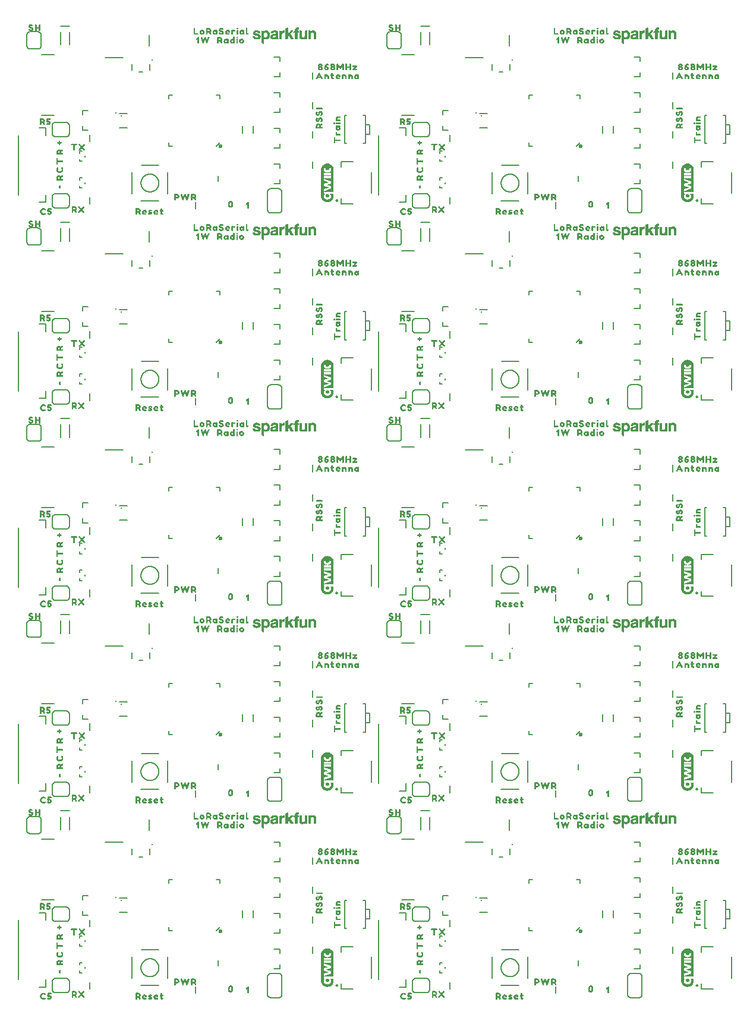
<source format=gto>
G04 EAGLE Gerber RS-274X export*
G75*
%MOMM*%
%FSLAX34Y34*%
%LPD*%
%INSilkscreen Top*%
%IPPOS*%
%AMOC8*
5,1,8,0,0,1.08239X$1,22.5*%
G01*
%ADD10C,0.254000*%
%ADD11C,0.203200*%
%ADD12C,0.152400*%
%ADD13C,0.600000*%
%ADD14C,0.300000*%

G36*
X956536Y20797D02*
X956536Y20797D01*
X956541Y20795D01*
X958121Y20954D01*
X958125Y20958D01*
X958133Y20957D01*
X959651Y21422D01*
X959653Y21425D01*
X959658Y21425D01*
X960138Y21643D01*
X960139Y21645D01*
X960142Y21645D01*
X961073Y22150D01*
X961074Y22152D01*
X961076Y22152D01*
X961520Y22437D01*
X961522Y22440D01*
X961526Y22441D01*
X962741Y23463D01*
X962742Y23468D01*
X962749Y23471D01*
X963759Y24696D01*
X963760Y24701D01*
X963766Y24705D01*
X964530Y26096D01*
X964530Y26100D01*
X964532Y26102D01*
X964533Y26103D01*
X964534Y26104D01*
X964723Y26596D01*
X964723Y26598D01*
X964725Y26600D01*
X965038Y27611D01*
X965038Y27613D01*
X965040Y27615D01*
X965160Y28128D01*
X965159Y28131D01*
X965161Y28136D01*
X965321Y29716D01*
X965319Y29718D01*
X965321Y29722D01*
X965324Y32495D01*
X965313Y32514D01*
X965310Y32535D01*
X965293Y32543D01*
X965287Y32553D01*
X965278Y32551D01*
X965264Y32558D01*
X964877Y32574D01*
X964876Y32573D01*
X964875Y32574D01*
X960640Y32574D01*
X960640Y32573D01*
X960639Y32574D01*
X960246Y32564D01*
X960235Y32557D01*
X960222Y32559D01*
X960209Y32539D01*
X960189Y32526D01*
X960192Y32513D01*
X960184Y32502D01*
X960199Y32468D01*
X960201Y32459D01*
X960204Y32458D01*
X960205Y32454D01*
X960691Y32023D01*
X961018Y31621D01*
X961281Y31174D01*
X961466Y30688D01*
X961583Y30182D01*
X961636Y29664D01*
X961615Y29143D01*
X961566Y28622D01*
X961447Y28115D01*
X961295Y27616D01*
X961057Y27153D01*
X960796Y26702D01*
X960448Y26314D01*
X960078Y25950D01*
X959655Y25645D01*
X959205Y25383D01*
X958729Y25168D01*
X958233Y25007D01*
X957724Y24882D01*
X957207Y24808D01*
X956684Y24768D01*
X956160Y24764D01*
X955637Y24804D01*
X955119Y24870D01*
X954611Y24997D01*
X954113Y25154D01*
X953638Y25371D01*
X953189Y25633D01*
X952768Y25940D01*
X952400Y26308D01*
X952355Y26358D01*
X952300Y26421D01*
X952244Y26484D01*
X952188Y26546D01*
X952188Y26547D01*
X952132Y26609D01*
X952054Y26697D01*
X951801Y27152D01*
X951574Y27620D01*
X951422Y28119D01*
X951317Y28629D01*
X951269Y29150D01*
X951260Y29671D01*
X951320Y30188D01*
X951443Y30694D01*
X951634Y31177D01*
X951898Y31624D01*
X952220Y32028D01*
X952768Y32458D01*
X952773Y32473D01*
X952786Y32481D01*
X952783Y32502D01*
X952790Y32523D01*
X952779Y32533D01*
X952777Y32549D01*
X952750Y32561D01*
X952741Y32569D01*
X952735Y32568D01*
X952730Y32570D01*
X952230Y32574D01*
X951701Y32574D01*
X951359Y32577D01*
X951359Y35812D01*
X951359Y35813D01*
X951359Y35830D01*
X964977Y35830D01*
X964979Y35831D01*
X964981Y35830D01*
X965265Y35847D01*
X965282Y35860D01*
X965303Y35863D01*
X965311Y35881D01*
X965320Y35887D01*
X965318Y35896D01*
X965324Y35910D01*
X965324Y66838D01*
X965322Y66841D01*
X965324Y66844D01*
X965173Y68424D01*
X965171Y68427D01*
X965172Y68430D01*
X965075Y68948D01*
X965072Y68950D01*
X965073Y68955D01*
X964591Y70467D01*
X964587Y70470D01*
X964586Y70478D01*
X963829Y71873D01*
X963824Y71876D01*
X963822Y71883D01*
X962823Y73116D01*
X962820Y73117D01*
X962818Y73122D01*
X962436Y73485D01*
X962434Y73485D01*
X962433Y73488D01*
X961616Y74162D01*
X961614Y74162D01*
X961612Y74165D01*
X961181Y74468D01*
X961178Y74468D01*
X961175Y74472D01*
X959773Y75216D01*
X959768Y75215D01*
X959763Y75220D01*
X958246Y75691D01*
X958241Y75690D01*
X958236Y75693D01*
X957713Y75764D01*
X957712Y75763D01*
X957711Y75764D01*
X956657Y75870D01*
X956655Y75869D01*
X956652Y75871D01*
X956125Y75879D01*
X956123Y75877D01*
X956118Y75879D01*
X954538Y75719D01*
X954534Y75715D01*
X954526Y75716D01*
X953010Y75245D01*
X953007Y75242D01*
X953002Y75242D01*
X952524Y75018D01*
X952523Y75017D01*
X952521Y75017D01*
X951590Y74512D01*
X951589Y74510D01*
X951586Y74509D01*
X951146Y74219D01*
X951145Y74216D01*
X951141Y74215D01*
X950324Y73541D01*
X950324Y73540D01*
X950322Y73540D01*
X949929Y73188D01*
X949928Y73184D01*
X949922Y73181D01*
X948912Y71956D01*
X948911Y71951D01*
X948905Y71946D01*
X948146Y70552D01*
X948146Y70548D01*
X948142Y70544D01*
X947959Y70049D01*
X947959Y70048D01*
X947958Y70046D01*
X947644Y69035D01*
X947644Y69033D01*
X947642Y69030D01*
X947528Y68516D01*
X947530Y68513D01*
X947527Y68509D01*
X947421Y67455D01*
X947368Y66929D01*
X947369Y66927D01*
X947368Y66923D01*
X947368Y29872D01*
X947369Y29870D01*
X947368Y29866D01*
X947516Y28285D01*
X947517Y28284D01*
X947516Y28280D01*
X947607Y27762D01*
X947610Y27759D01*
X947609Y27754D01*
X948085Y26239D01*
X948089Y26236D01*
X948090Y26228D01*
X948847Y24833D01*
X948851Y24830D01*
X948853Y24824D01*
X949173Y24405D01*
X949174Y24404D01*
X949174Y24403D01*
X949848Y23586D01*
X949851Y23585D01*
X949853Y23581D01*
X950230Y23214D01*
X950232Y23213D01*
X950234Y23210D01*
X951050Y22536D01*
X951052Y22536D01*
X951054Y22534D01*
X951481Y22225D01*
X951485Y22225D01*
X951488Y22221D01*
X952887Y21471D01*
X952892Y21472D01*
X952898Y21467D01*
X954414Y20996D01*
X954419Y20997D01*
X954424Y20994D01*
X954946Y20917D01*
X954947Y20917D01*
X954949Y20916D01*
X956002Y20810D01*
X956004Y20811D01*
X956006Y20810D01*
X956533Y20795D01*
X956536Y20797D01*
G37*
G36*
X443456Y20797D02*
X443456Y20797D01*
X443461Y20795D01*
X445041Y20954D01*
X445045Y20958D01*
X445053Y20957D01*
X446571Y21422D01*
X446573Y21425D01*
X446578Y21425D01*
X447058Y21643D01*
X447059Y21645D01*
X447062Y21645D01*
X447993Y22150D01*
X447994Y22152D01*
X447996Y22152D01*
X448440Y22437D01*
X448442Y22440D01*
X448446Y22441D01*
X449661Y23463D01*
X449662Y23468D01*
X449669Y23471D01*
X450679Y24696D01*
X450680Y24701D01*
X450686Y24705D01*
X451450Y26096D01*
X451450Y26100D01*
X451452Y26102D01*
X451453Y26103D01*
X451454Y26104D01*
X451643Y26596D01*
X451643Y26598D01*
X451645Y26600D01*
X451958Y27611D01*
X451958Y27613D01*
X451960Y27615D01*
X452080Y28128D01*
X452079Y28131D01*
X452081Y28136D01*
X452241Y29716D01*
X452239Y29718D01*
X452241Y29722D01*
X452244Y32495D01*
X452233Y32514D01*
X452230Y32535D01*
X452213Y32543D01*
X452207Y32553D01*
X452198Y32551D01*
X452184Y32558D01*
X451797Y32574D01*
X451796Y32573D01*
X451795Y32574D01*
X447560Y32574D01*
X447560Y32573D01*
X447559Y32574D01*
X447166Y32564D01*
X447155Y32557D01*
X447142Y32559D01*
X447129Y32539D01*
X447109Y32526D01*
X447112Y32513D01*
X447104Y32502D01*
X447119Y32468D01*
X447121Y32459D01*
X447124Y32458D01*
X447125Y32454D01*
X447611Y32023D01*
X447938Y31621D01*
X448201Y31174D01*
X448386Y30688D01*
X448503Y30182D01*
X448556Y29664D01*
X448535Y29143D01*
X448486Y28622D01*
X448367Y28115D01*
X448215Y27616D01*
X447977Y27153D01*
X447716Y26702D01*
X447368Y26314D01*
X446998Y25950D01*
X446575Y25645D01*
X446125Y25383D01*
X445649Y25168D01*
X445153Y25007D01*
X444644Y24882D01*
X444127Y24808D01*
X443604Y24768D01*
X443080Y24764D01*
X442557Y24804D01*
X442039Y24870D01*
X441531Y24997D01*
X441033Y25154D01*
X440558Y25371D01*
X440109Y25633D01*
X439688Y25940D01*
X439320Y26308D01*
X439275Y26358D01*
X439220Y26421D01*
X439164Y26484D01*
X439108Y26546D01*
X439108Y26547D01*
X439052Y26609D01*
X438974Y26697D01*
X438721Y27152D01*
X438494Y27620D01*
X438342Y28119D01*
X438237Y28629D01*
X438189Y29150D01*
X438180Y29671D01*
X438240Y30188D01*
X438363Y30694D01*
X438554Y31177D01*
X438818Y31624D01*
X439140Y32028D01*
X439688Y32458D01*
X439693Y32473D01*
X439706Y32481D01*
X439703Y32502D01*
X439710Y32523D01*
X439699Y32533D01*
X439697Y32549D01*
X439670Y32561D01*
X439661Y32569D01*
X439655Y32568D01*
X439650Y32570D01*
X439150Y32574D01*
X438621Y32574D01*
X438279Y32577D01*
X438279Y35812D01*
X438279Y35813D01*
X438279Y35830D01*
X451897Y35830D01*
X451899Y35831D01*
X451901Y35830D01*
X452185Y35847D01*
X452202Y35860D01*
X452223Y35863D01*
X452231Y35881D01*
X452240Y35887D01*
X452238Y35896D01*
X452244Y35910D01*
X452244Y66838D01*
X452242Y66841D01*
X452244Y66844D01*
X452093Y68424D01*
X452091Y68427D01*
X452092Y68430D01*
X451995Y68948D01*
X451992Y68950D01*
X451993Y68955D01*
X451511Y70467D01*
X451507Y70470D01*
X451506Y70478D01*
X450749Y71873D01*
X450744Y71876D01*
X450742Y71883D01*
X449743Y73116D01*
X449740Y73117D01*
X449738Y73122D01*
X449356Y73485D01*
X449354Y73485D01*
X449353Y73488D01*
X448536Y74162D01*
X448534Y74162D01*
X448532Y74165D01*
X448101Y74468D01*
X448098Y74468D01*
X448095Y74472D01*
X446693Y75216D01*
X446688Y75215D01*
X446683Y75220D01*
X445166Y75691D01*
X445161Y75690D01*
X445156Y75693D01*
X444633Y75764D01*
X444632Y75763D01*
X444631Y75764D01*
X443577Y75870D01*
X443575Y75869D01*
X443572Y75871D01*
X443045Y75879D01*
X443043Y75877D01*
X443038Y75879D01*
X441458Y75719D01*
X441454Y75715D01*
X441446Y75716D01*
X439930Y75245D01*
X439927Y75242D01*
X439922Y75242D01*
X439444Y75018D01*
X439443Y75017D01*
X439441Y75017D01*
X438510Y74512D01*
X438509Y74510D01*
X438506Y74509D01*
X438066Y74219D01*
X438065Y74216D01*
X438061Y74215D01*
X437244Y73541D01*
X437244Y73540D01*
X437242Y73540D01*
X436849Y73188D01*
X436848Y73184D01*
X436842Y73181D01*
X435832Y71956D01*
X435831Y71951D01*
X435825Y71946D01*
X435066Y70552D01*
X435066Y70548D01*
X435062Y70544D01*
X434879Y70049D01*
X434879Y70048D01*
X434878Y70046D01*
X434564Y69035D01*
X434564Y69033D01*
X434562Y69030D01*
X434448Y68516D01*
X434450Y68513D01*
X434447Y68509D01*
X434341Y67455D01*
X434288Y66929D01*
X434289Y66927D01*
X434288Y66923D01*
X434288Y29872D01*
X434289Y29870D01*
X434288Y29866D01*
X434436Y28285D01*
X434437Y28284D01*
X434436Y28280D01*
X434527Y27762D01*
X434530Y27759D01*
X434529Y27754D01*
X435005Y26239D01*
X435009Y26236D01*
X435010Y26228D01*
X435767Y24833D01*
X435771Y24830D01*
X435773Y24824D01*
X436093Y24405D01*
X436094Y24404D01*
X436094Y24403D01*
X436768Y23586D01*
X436771Y23585D01*
X436773Y23581D01*
X437150Y23214D01*
X437152Y23213D01*
X437154Y23210D01*
X437970Y22536D01*
X437972Y22536D01*
X437974Y22534D01*
X438401Y22225D01*
X438405Y22225D01*
X438408Y22221D01*
X439807Y21471D01*
X439812Y21472D01*
X439818Y21467D01*
X441334Y20996D01*
X441339Y20997D01*
X441344Y20994D01*
X441866Y20917D01*
X441867Y20917D01*
X441869Y20916D01*
X442922Y20810D01*
X442924Y20811D01*
X442926Y20810D01*
X443453Y20795D01*
X443456Y20797D01*
G37*
G36*
X956536Y300273D02*
X956536Y300273D01*
X956541Y300271D01*
X958121Y300431D01*
X958125Y300434D01*
X958133Y300433D01*
X959651Y300898D01*
X959653Y300901D01*
X959658Y300901D01*
X960138Y301119D01*
X960139Y301121D01*
X960142Y301121D01*
X961073Y301626D01*
X961074Y301628D01*
X961076Y301628D01*
X961520Y301913D01*
X961522Y301916D01*
X961526Y301918D01*
X962741Y302939D01*
X962742Y302944D01*
X962749Y302947D01*
X963759Y304172D01*
X963760Y304177D01*
X963766Y304182D01*
X964530Y305572D01*
X964530Y305576D01*
X964532Y305578D01*
X964533Y305579D01*
X964534Y305580D01*
X964723Y306072D01*
X964723Y306074D01*
X964725Y306076D01*
X965038Y307087D01*
X965038Y307089D01*
X965040Y307091D01*
X965160Y307604D01*
X965159Y307608D01*
X965161Y307612D01*
X965321Y309192D01*
X965319Y309195D01*
X965321Y309198D01*
X965324Y311972D01*
X965313Y311990D01*
X965310Y312011D01*
X965293Y312020D01*
X965287Y312029D01*
X965278Y312027D01*
X965264Y312034D01*
X964877Y312050D01*
X964876Y312049D01*
X964875Y312050D01*
X960640Y312050D01*
X960639Y312050D01*
X960246Y312040D01*
X960235Y312033D01*
X960222Y312035D01*
X960209Y312015D01*
X960189Y312002D01*
X960192Y311989D01*
X960184Y311978D01*
X960199Y311944D01*
X960201Y311935D01*
X960204Y311934D01*
X960205Y311931D01*
X960691Y311500D01*
X961018Y311097D01*
X961281Y310650D01*
X961466Y310165D01*
X961583Y309658D01*
X961636Y309140D01*
X961615Y308619D01*
X961566Y308098D01*
X961447Y307591D01*
X961295Y307092D01*
X961057Y306629D01*
X960796Y306179D01*
X960448Y305791D01*
X960078Y305426D01*
X959655Y305121D01*
X959205Y304860D01*
X958729Y304644D01*
X958233Y304484D01*
X957724Y304358D01*
X957207Y304285D01*
X956684Y304245D01*
X956160Y304240D01*
X955637Y304280D01*
X955119Y304347D01*
X954611Y304473D01*
X954113Y304630D01*
X953638Y304847D01*
X953189Y305109D01*
X952768Y305416D01*
X952400Y305784D01*
X952355Y305834D01*
X952300Y305897D01*
X952244Y305960D01*
X952188Y306023D01*
X952132Y306085D01*
X952054Y306173D01*
X951801Y306628D01*
X951574Y307096D01*
X951422Y307595D01*
X951317Y308105D01*
X951269Y308626D01*
X951260Y309147D01*
X951320Y309665D01*
X951443Y310170D01*
X951634Y310653D01*
X951898Y311100D01*
X952220Y311504D01*
X952768Y311934D01*
X952773Y311949D01*
X952786Y311957D01*
X952783Y311979D01*
X952790Y311999D01*
X952779Y312009D01*
X952777Y312025D01*
X952750Y312037D01*
X952741Y312045D01*
X952735Y312044D01*
X952730Y312047D01*
X952230Y312050D01*
X951701Y312050D01*
X951359Y312053D01*
X951359Y315288D01*
X951359Y315289D01*
X951359Y315306D01*
X964977Y315306D01*
X964979Y315307D01*
X964981Y315307D01*
X965265Y315323D01*
X965282Y315336D01*
X965303Y315339D01*
X965311Y315357D01*
X965320Y315364D01*
X965318Y315373D01*
X965324Y315386D01*
X965324Y346314D01*
X965322Y346317D01*
X965324Y346320D01*
X965173Y347901D01*
X965171Y347903D01*
X965172Y347906D01*
X965075Y348424D01*
X965072Y348427D01*
X965073Y348431D01*
X964591Y349943D01*
X964587Y349947D01*
X964586Y349954D01*
X963829Y351350D01*
X963824Y351352D01*
X963822Y351359D01*
X962823Y352592D01*
X962820Y352593D01*
X962818Y352598D01*
X962436Y352961D01*
X962434Y352962D01*
X962433Y352964D01*
X961616Y353638D01*
X961614Y353638D01*
X961612Y353641D01*
X961181Y353944D01*
X961178Y353944D01*
X961175Y353948D01*
X959773Y354692D01*
X959768Y354692D01*
X959763Y354697D01*
X958246Y355167D01*
X958241Y355166D01*
X958236Y355170D01*
X957713Y355240D01*
X957712Y355240D01*
X957711Y355240D01*
X956657Y355346D01*
X956655Y355345D01*
X956652Y355347D01*
X956125Y355355D01*
X956123Y355353D01*
X956118Y355355D01*
X954538Y355195D01*
X954534Y355191D01*
X954526Y355192D01*
X953010Y354721D01*
X953007Y354718D01*
X953002Y354718D01*
X952524Y354495D01*
X952523Y354493D01*
X952521Y354493D01*
X951590Y353988D01*
X951589Y353986D01*
X951586Y353985D01*
X951146Y353695D01*
X951145Y353693D01*
X951141Y353691D01*
X950324Y353018D01*
X950324Y353016D01*
X950322Y353016D01*
X949929Y352664D01*
X949928Y352660D01*
X949922Y352657D01*
X948912Y351432D01*
X948911Y351427D01*
X948905Y351422D01*
X948146Y350028D01*
X948146Y350024D01*
X948142Y350020D01*
X947959Y349525D01*
X947959Y349524D01*
X947958Y349522D01*
X947644Y348511D01*
X947644Y348509D01*
X947642Y348506D01*
X947528Y347992D01*
X947530Y347989D01*
X947527Y347985D01*
X947421Y346931D01*
X947368Y346406D01*
X947369Y346403D01*
X947368Y346399D01*
X947368Y309348D01*
X947369Y309346D01*
X947368Y309342D01*
X947516Y307762D01*
X947517Y307760D01*
X947516Y307757D01*
X947607Y307238D01*
X947610Y307235D01*
X947609Y307230D01*
X948085Y305715D01*
X948089Y305712D01*
X948090Y305704D01*
X948847Y304309D01*
X948851Y304307D01*
X948853Y304301D01*
X949173Y303881D01*
X949174Y303881D01*
X949174Y303879D01*
X949848Y303063D01*
X949851Y303062D01*
X949853Y303058D01*
X950230Y302690D01*
X950232Y302689D01*
X950234Y302686D01*
X951050Y302013D01*
X951052Y302012D01*
X951054Y302010D01*
X951481Y301702D01*
X951485Y301701D01*
X951488Y301697D01*
X952887Y300947D01*
X952892Y300948D01*
X952898Y300943D01*
X954414Y300472D01*
X954419Y300473D01*
X954424Y300470D01*
X954946Y300393D01*
X954947Y300394D01*
X954949Y300393D01*
X956002Y300286D01*
X956004Y300287D01*
X956006Y300286D01*
X956533Y300271D01*
X956536Y300273D01*
G37*
G36*
X443456Y300273D02*
X443456Y300273D01*
X443461Y300271D01*
X445041Y300431D01*
X445045Y300434D01*
X445053Y300433D01*
X446571Y300898D01*
X446573Y300901D01*
X446578Y300901D01*
X447058Y301119D01*
X447059Y301121D01*
X447062Y301121D01*
X447993Y301626D01*
X447994Y301628D01*
X447996Y301628D01*
X448440Y301913D01*
X448442Y301916D01*
X448446Y301918D01*
X449661Y302939D01*
X449662Y302944D01*
X449669Y302947D01*
X450679Y304172D01*
X450680Y304177D01*
X450686Y304182D01*
X451450Y305572D01*
X451450Y305576D01*
X451452Y305578D01*
X451453Y305579D01*
X451454Y305580D01*
X451643Y306072D01*
X451643Y306074D01*
X451645Y306076D01*
X451958Y307087D01*
X451958Y307089D01*
X451960Y307091D01*
X452080Y307604D01*
X452079Y307608D01*
X452081Y307612D01*
X452241Y309192D01*
X452239Y309195D01*
X452241Y309198D01*
X452244Y311972D01*
X452233Y311990D01*
X452230Y312011D01*
X452213Y312020D01*
X452207Y312029D01*
X452198Y312027D01*
X452184Y312034D01*
X451797Y312050D01*
X451796Y312049D01*
X451795Y312050D01*
X447560Y312050D01*
X447559Y312050D01*
X447166Y312040D01*
X447155Y312033D01*
X447142Y312035D01*
X447129Y312015D01*
X447109Y312002D01*
X447112Y311989D01*
X447104Y311978D01*
X447119Y311944D01*
X447121Y311935D01*
X447124Y311934D01*
X447125Y311931D01*
X447611Y311500D01*
X447938Y311097D01*
X448201Y310650D01*
X448386Y310165D01*
X448503Y309658D01*
X448556Y309140D01*
X448535Y308619D01*
X448486Y308098D01*
X448367Y307591D01*
X448215Y307092D01*
X447977Y306629D01*
X447716Y306179D01*
X447368Y305791D01*
X446998Y305426D01*
X446575Y305121D01*
X446125Y304860D01*
X445649Y304644D01*
X445153Y304484D01*
X444644Y304358D01*
X444127Y304285D01*
X443604Y304245D01*
X443080Y304240D01*
X442557Y304280D01*
X442039Y304347D01*
X441531Y304473D01*
X441033Y304630D01*
X440558Y304847D01*
X440109Y305109D01*
X439688Y305416D01*
X439320Y305784D01*
X439275Y305834D01*
X439220Y305897D01*
X439164Y305960D01*
X439108Y306023D01*
X439052Y306085D01*
X438974Y306173D01*
X438721Y306628D01*
X438494Y307096D01*
X438342Y307595D01*
X438237Y308105D01*
X438189Y308626D01*
X438180Y309147D01*
X438240Y309665D01*
X438363Y310170D01*
X438554Y310653D01*
X438818Y311100D01*
X439140Y311504D01*
X439688Y311934D01*
X439693Y311949D01*
X439706Y311957D01*
X439703Y311979D01*
X439710Y311999D01*
X439699Y312009D01*
X439697Y312025D01*
X439670Y312037D01*
X439661Y312045D01*
X439655Y312044D01*
X439650Y312047D01*
X439150Y312050D01*
X438621Y312050D01*
X438279Y312053D01*
X438279Y315288D01*
X438279Y315289D01*
X438279Y315306D01*
X451897Y315306D01*
X451899Y315307D01*
X451901Y315307D01*
X452185Y315323D01*
X452202Y315336D01*
X452223Y315339D01*
X452231Y315357D01*
X452240Y315364D01*
X452238Y315373D01*
X452244Y315386D01*
X452244Y346314D01*
X452242Y346317D01*
X452244Y346320D01*
X452093Y347901D01*
X452091Y347903D01*
X452092Y347906D01*
X451995Y348424D01*
X451992Y348427D01*
X451993Y348431D01*
X451511Y349943D01*
X451507Y349947D01*
X451506Y349954D01*
X450749Y351350D01*
X450744Y351352D01*
X450742Y351359D01*
X449743Y352592D01*
X449740Y352593D01*
X449738Y352598D01*
X449356Y352961D01*
X449354Y352962D01*
X449353Y352964D01*
X448536Y353638D01*
X448534Y353638D01*
X448532Y353641D01*
X448101Y353944D01*
X448098Y353944D01*
X448095Y353948D01*
X446693Y354692D01*
X446688Y354692D01*
X446683Y354697D01*
X445166Y355167D01*
X445161Y355166D01*
X445156Y355170D01*
X444633Y355240D01*
X444632Y355240D01*
X444631Y355240D01*
X443577Y355346D01*
X443575Y355345D01*
X443572Y355347D01*
X443045Y355355D01*
X443043Y355353D01*
X443038Y355355D01*
X441458Y355195D01*
X441454Y355191D01*
X441446Y355192D01*
X439930Y354721D01*
X439927Y354718D01*
X439922Y354718D01*
X439444Y354495D01*
X439443Y354493D01*
X439441Y354493D01*
X438510Y353988D01*
X438509Y353986D01*
X438506Y353985D01*
X438066Y353695D01*
X438065Y353693D01*
X438061Y353691D01*
X437244Y353018D01*
X437244Y353016D01*
X437242Y353016D01*
X436849Y352664D01*
X436848Y352660D01*
X436842Y352657D01*
X435832Y351432D01*
X435831Y351427D01*
X435825Y351422D01*
X435066Y350028D01*
X435066Y350024D01*
X435062Y350020D01*
X434879Y349525D01*
X434879Y349524D01*
X434878Y349522D01*
X434564Y348511D01*
X434564Y348509D01*
X434562Y348506D01*
X434448Y347992D01*
X434450Y347989D01*
X434447Y347985D01*
X434341Y346931D01*
X434288Y346406D01*
X434289Y346403D01*
X434288Y346399D01*
X434288Y309348D01*
X434289Y309346D01*
X434288Y309342D01*
X434436Y307762D01*
X434437Y307760D01*
X434436Y307757D01*
X434527Y307238D01*
X434530Y307235D01*
X434529Y307230D01*
X435005Y305715D01*
X435009Y305712D01*
X435010Y305704D01*
X435767Y304309D01*
X435771Y304307D01*
X435773Y304301D01*
X436093Y303881D01*
X436094Y303881D01*
X436094Y303879D01*
X436768Y303063D01*
X436771Y303062D01*
X436773Y303058D01*
X437150Y302690D01*
X437152Y302689D01*
X437154Y302686D01*
X437970Y302013D01*
X437972Y302012D01*
X437974Y302010D01*
X438401Y301702D01*
X438405Y301701D01*
X438408Y301697D01*
X439807Y300947D01*
X439812Y300948D01*
X439818Y300943D01*
X441334Y300472D01*
X441339Y300473D01*
X441344Y300470D01*
X441866Y300393D01*
X441867Y300394D01*
X441869Y300393D01*
X442922Y300286D01*
X442924Y300287D01*
X442926Y300286D01*
X443453Y300271D01*
X443456Y300273D01*
G37*
G36*
X956536Y579749D02*
X956536Y579749D01*
X956541Y579748D01*
X958121Y579907D01*
X958125Y579910D01*
X958133Y579909D01*
X959651Y580375D01*
X959653Y580377D01*
X959658Y580377D01*
X960138Y580595D01*
X960139Y580597D01*
X960142Y580597D01*
X961073Y581102D01*
X961074Y581104D01*
X961076Y581104D01*
X961520Y581389D01*
X961522Y581392D01*
X961526Y581394D01*
X962741Y582415D01*
X962742Y582420D01*
X962749Y582423D01*
X963759Y583648D01*
X963760Y583653D01*
X963766Y583658D01*
X964530Y585049D01*
X964530Y585053D01*
X964532Y585054D01*
X964533Y585055D01*
X964533Y585056D01*
X964534Y585056D01*
X964723Y585548D01*
X964723Y585550D01*
X964725Y585552D01*
X965038Y586563D01*
X965038Y586565D01*
X965040Y586567D01*
X965160Y587080D01*
X965159Y587084D01*
X965161Y587088D01*
X965321Y588668D01*
X965319Y588671D01*
X965321Y588674D01*
X965324Y591448D01*
X965313Y591466D01*
X965310Y591487D01*
X965293Y591496D01*
X965287Y591505D01*
X965278Y591504D01*
X965264Y591511D01*
X964877Y591526D01*
X964876Y591526D01*
X964875Y591526D01*
X960640Y591526D01*
X960639Y591526D01*
X960246Y591516D01*
X960235Y591509D01*
X960222Y591511D01*
X960209Y591491D01*
X960189Y591478D01*
X960192Y591465D01*
X960184Y591454D01*
X960199Y591421D01*
X960201Y591411D01*
X960204Y591410D01*
X960205Y591407D01*
X960691Y590976D01*
X961018Y590573D01*
X961281Y590126D01*
X961466Y589641D01*
X961583Y589134D01*
X961636Y588616D01*
X961615Y588095D01*
X961566Y587574D01*
X961447Y587067D01*
X961295Y586568D01*
X961057Y586105D01*
X960796Y585655D01*
X960448Y585267D01*
X960078Y584903D01*
X959655Y584597D01*
X959205Y584336D01*
X958729Y584120D01*
X958233Y583960D01*
X957724Y583834D01*
X957207Y583761D01*
X956684Y583721D01*
X956160Y583716D01*
X955637Y583756D01*
X955119Y583823D01*
X954611Y583949D01*
X954113Y584106D01*
X953638Y584323D01*
X953189Y584585D01*
X952768Y584892D01*
X952400Y585260D01*
X952355Y585311D01*
X952300Y585373D01*
X952244Y585436D01*
X952188Y585499D01*
X952132Y585562D01*
X952054Y585650D01*
X951801Y586104D01*
X951574Y586572D01*
X951422Y587072D01*
X951317Y587581D01*
X951269Y588102D01*
X951260Y588624D01*
X951320Y589141D01*
X951443Y589646D01*
X951634Y590129D01*
X951898Y590577D01*
X952220Y590980D01*
X952768Y591411D01*
X952773Y591425D01*
X952786Y591434D01*
X952783Y591455D01*
X952790Y591475D01*
X952779Y591486D01*
X952777Y591501D01*
X952750Y591514D01*
X952741Y591522D01*
X952735Y591520D01*
X952730Y591523D01*
X952230Y591526D01*
X951701Y591526D01*
X951359Y591529D01*
X951359Y594764D01*
X951359Y594765D01*
X951359Y594766D01*
X951359Y594783D01*
X964977Y594783D01*
X964979Y594784D01*
X964981Y594783D01*
X965265Y594800D01*
X965282Y594812D01*
X965303Y594815D01*
X965311Y594833D01*
X965320Y594840D01*
X965318Y594849D01*
X965324Y594862D01*
X965324Y625791D01*
X965322Y625793D01*
X965324Y625797D01*
X965173Y627377D01*
X965171Y627379D01*
X965172Y627383D01*
X965075Y627900D01*
X965072Y627903D01*
X965073Y627908D01*
X964591Y629419D01*
X964587Y629423D01*
X964586Y629430D01*
X963829Y630826D01*
X963824Y630828D01*
X963822Y630835D01*
X962823Y632068D01*
X962820Y632069D01*
X962818Y632074D01*
X962436Y632437D01*
X962434Y632438D01*
X962433Y632440D01*
X961616Y633114D01*
X961614Y633114D01*
X961612Y633117D01*
X961181Y633420D01*
X961178Y633420D01*
X961175Y633424D01*
X959773Y634168D01*
X959768Y634168D01*
X959763Y634173D01*
X958246Y634643D01*
X958241Y634642D01*
X958236Y634646D01*
X957713Y634716D01*
X957712Y634716D01*
X957711Y634717D01*
X956657Y634823D01*
X956655Y634822D01*
X956652Y634823D01*
X956125Y634831D01*
X956123Y634830D01*
X956118Y634831D01*
X954538Y634671D01*
X954534Y634667D01*
X954526Y634668D01*
X953010Y634198D01*
X953007Y634195D01*
X953002Y634195D01*
X952524Y633971D01*
X952523Y633969D01*
X952521Y633969D01*
X951590Y633464D01*
X951589Y633462D01*
X951586Y633461D01*
X951146Y633172D01*
X951145Y633169D01*
X951141Y633168D01*
X950324Y632494D01*
X950324Y632493D01*
X950322Y632492D01*
X949929Y632140D01*
X949928Y632136D01*
X949922Y632133D01*
X948912Y630909D01*
X948911Y630903D01*
X948905Y630899D01*
X948146Y629504D01*
X948146Y629500D01*
X948142Y629496D01*
X947959Y629002D01*
X947959Y629000D01*
X947958Y628998D01*
X947644Y627987D01*
X947644Y627985D01*
X947642Y627982D01*
X947528Y627468D01*
X947530Y627465D01*
X947527Y627461D01*
X947421Y626408D01*
X947368Y625882D01*
X947369Y625879D01*
X947368Y625876D01*
X947368Y588824D01*
X947369Y588822D01*
X947368Y588818D01*
X947516Y587238D01*
X947517Y587236D01*
X947516Y587233D01*
X947607Y586714D01*
X947610Y586711D01*
X947609Y586706D01*
X948085Y585192D01*
X948089Y585188D01*
X948090Y585181D01*
X948847Y583785D01*
X948851Y583783D01*
X948853Y583777D01*
X949173Y583357D01*
X949174Y583357D01*
X949174Y583355D01*
X949848Y582539D01*
X949851Y582538D01*
X949853Y582534D01*
X950230Y582166D01*
X950232Y582166D01*
X950234Y582163D01*
X951050Y581489D01*
X951052Y581489D01*
X951054Y581486D01*
X951481Y581178D01*
X951485Y581178D01*
X951488Y581173D01*
X952887Y580424D01*
X952892Y580424D01*
X952898Y580419D01*
X954414Y579948D01*
X954419Y579949D01*
X954424Y579946D01*
X954946Y579869D01*
X954947Y579870D01*
X954949Y579869D01*
X956002Y579763D01*
X956004Y579764D01*
X956006Y579762D01*
X956533Y579747D01*
X956536Y579749D01*
G37*
G36*
X443456Y579749D02*
X443456Y579749D01*
X443461Y579748D01*
X445041Y579907D01*
X445045Y579910D01*
X445053Y579909D01*
X446571Y580375D01*
X446573Y580377D01*
X446578Y580377D01*
X447058Y580595D01*
X447059Y580597D01*
X447062Y580597D01*
X447993Y581102D01*
X447994Y581104D01*
X447996Y581104D01*
X448440Y581389D01*
X448442Y581392D01*
X448446Y581394D01*
X449661Y582415D01*
X449662Y582420D01*
X449669Y582423D01*
X450679Y583648D01*
X450680Y583653D01*
X450686Y583658D01*
X451450Y585049D01*
X451450Y585053D01*
X451452Y585054D01*
X451453Y585055D01*
X451453Y585056D01*
X451454Y585056D01*
X451643Y585548D01*
X451643Y585550D01*
X451645Y585552D01*
X451958Y586563D01*
X451958Y586565D01*
X451960Y586567D01*
X452080Y587080D01*
X452079Y587084D01*
X452081Y587088D01*
X452241Y588668D01*
X452239Y588671D01*
X452241Y588674D01*
X452244Y591448D01*
X452233Y591466D01*
X452230Y591487D01*
X452213Y591496D01*
X452207Y591505D01*
X452198Y591504D01*
X452184Y591511D01*
X451797Y591526D01*
X451796Y591526D01*
X451795Y591526D01*
X447560Y591526D01*
X447559Y591526D01*
X447166Y591516D01*
X447155Y591509D01*
X447142Y591511D01*
X447129Y591491D01*
X447109Y591478D01*
X447112Y591465D01*
X447104Y591454D01*
X447119Y591421D01*
X447121Y591411D01*
X447124Y591410D01*
X447125Y591407D01*
X447611Y590976D01*
X447938Y590573D01*
X448201Y590126D01*
X448386Y589641D01*
X448503Y589134D01*
X448556Y588616D01*
X448535Y588095D01*
X448486Y587574D01*
X448367Y587067D01*
X448215Y586568D01*
X447977Y586105D01*
X447716Y585655D01*
X447368Y585267D01*
X446998Y584903D01*
X446575Y584597D01*
X446125Y584336D01*
X445649Y584120D01*
X445153Y583960D01*
X444644Y583834D01*
X444127Y583761D01*
X443604Y583721D01*
X443080Y583716D01*
X442557Y583756D01*
X442039Y583823D01*
X441531Y583949D01*
X441033Y584106D01*
X440558Y584323D01*
X440109Y584585D01*
X439688Y584892D01*
X439320Y585260D01*
X439275Y585311D01*
X439220Y585373D01*
X439164Y585436D01*
X439108Y585499D01*
X439052Y585562D01*
X438974Y585650D01*
X438721Y586104D01*
X438494Y586572D01*
X438342Y587072D01*
X438237Y587581D01*
X438189Y588102D01*
X438180Y588624D01*
X438240Y589141D01*
X438363Y589646D01*
X438554Y590129D01*
X438818Y590577D01*
X439140Y590980D01*
X439688Y591411D01*
X439693Y591425D01*
X439706Y591434D01*
X439703Y591455D01*
X439710Y591475D01*
X439699Y591486D01*
X439697Y591501D01*
X439670Y591514D01*
X439661Y591522D01*
X439655Y591520D01*
X439650Y591523D01*
X439150Y591526D01*
X438621Y591526D01*
X438279Y591529D01*
X438279Y594764D01*
X438279Y594765D01*
X438279Y594766D01*
X438279Y594783D01*
X451897Y594783D01*
X451899Y594784D01*
X451901Y594783D01*
X452185Y594800D01*
X452202Y594812D01*
X452223Y594815D01*
X452231Y594833D01*
X452240Y594840D01*
X452238Y594849D01*
X452244Y594862D01*
X452244Y625791D01*
X452242Y625793D01*
X452244Y625797D01*
X452093Y627377D01*
X452091Y627379D01*
X452092Y627383D01*
X451995Y627900D01*
X451992Y627903D01*
X451993Y627908D01*
X451511Y629419D01*
X451507Y629423D01*
X451506Y629430D01*
X450749Y630826D01*
X450744Y630828D01*
X450742Y630835D01*
X449743Y632068D01*
X449740Y632069D01*
X449738Y632074D01*
X449356Y632437D01*
X449354Y632438D01*
X449353Y632440D01*
X448536Y633114D01*
X448534Y633114D01*
X448532Y633117D01*
X448101Y633420D01*
X448098Y633420D01*
X448095Y633424D01*
X446693Y634168D01*
X446688Y634168D01*
X446683Y634173D01*
X445166Y634643D01*
X445161Y634642D01*
X445156Y634646D01*
X444633Y634716D01*
X444632Y634716D01*
X444631Y634717D01*
X443577Y634823D01*
X443575Y634822D01*
X443572Y634823D01*
X443045Y634831D01*
X443043Y634830D01*
X443038Y634831D01*
X441458Y634671D01*
X441454Y634667D01*
X441446Y634668D01*
X439930Y634198D01*
X439927Y634195D01*
X439922Y634195D01*
X439444Y633971D01*
X439443Y633969D01*
X439441Y633969D01*
X438510Y633464D01*
X438509Y633462D01*
X438506Y633461D01*
X438066Y633172D01*
X438065Y633169D01*
X438061Y633168D01*
X437244Y632494D01*
X437244Y632493D01*
X437242Y632492D01*
X436849Y632140D01*
X436848Y632136D01*
X436842Y632133D01*
X435832Y630909D01*
X435831Y630903D01*
X435825Y630899D01*
X435066Y629504D01*
X435066Y629500D01*
X435062Y629496D01*
X434879Y629002D01*
X434879Y629000D01*
X434878Y628998D01*
X434564Y627987D01*
X434564Y627985D01*
X434562Y627982D01*
X434448Y627468D01*
X434450Y627465D01*
X434447Y627461D01*
X434341Y626408D01*
X434288Y625882D01*
X434289Y625879D01*
X434288Y625876D01*
X434288Y588824D01*
X434289Y588822D01*
X434288Y588818D01*
X434436Y587238D01*
X434437Y587236D01*
X434436Y587233D01*
X434527Y586714D01*
X434530Y586711D01*
X434529Y586706D01*
X435005Y585192D01*
X435009Y585188D01*
X435010Y585181D01*
X435767Y583785D01*
X435771Y583783D01*
X435773Y583777D01*
X436093Y583357D01*
X436094Y583357D01*
X436094Y583355D01*
X436768Y582539D01*
X436771Y582538D01*
X436773Y582534D01*
X437150Y582166D01*
X437152Y582166D01*
X437154Y582163D01*
X437970Y581489D01*
X437972Y581489D01*
X437974Y581486D01*
X438401Y581178D01*
X438405Y581178D01*
X438408Y581173D01*
X439807Y580424D01*
X439812Y580424D01*
X439818Y580419D01*
X441334Y579948D01*
X441339Y579949D01*
X441344Y579946D01*
X441866Y579869D01*
X441867Y579870D01*
X441869Y579869D01*
X442922Y579763D01*
X442924Y579764D01*
X442926Y579762D01*
X443453Y579747D01*
X443456Y579749D01*
G37*
G36*
X956536Y859225D02*
X956536Y859225D01*
X956541Y859224D01*
X958121Y859383D01*
X958125Y859387D01*
X958133Y859386D01*
X959651Y859851D01*
X959653Y859854D01*
X959658Y859854D01*
X960138Y860071D01*
X960139Y860073D01*
X960142Y860073D01*
X961073Y860578D01*
X961074Y860580D01*
X961076Y860581D01*
X961520Y860865D01*
X961522Y860869D01*
X961526Y860870D01*
X962741Y861891D01*
X962742Y861896D01*
X962749Y861899D01*
X963759Y863124D01*
X963760Y863129D01*
X963766Y863134D01*
X964530Y864525D01*
X964530Y864529D01*
X964532Y864530D01*
X964533Y864531D01*
X964533Y864532D01*
X964534Y864532D01*
X964723Y865024D01*
X964723Y865026D01*
X964725Y865028D01*
X965038Y866039D01*
X965038Y866041D01*
X965040Y866044D01*
X965160Y866556D01*
X965159Y866560D01*
X965161Y866565D01*
X965321Y868144D01*
X965319Y868147D01*
X965321Y868151D01*
X965324Y870924D01*
X965313Y870942D01*
X965310Y870963D01*
X965293Y870972D01*
X965287Y870981D01*
X965278Y870980D01*
X965264Y870987D01*
X964877Y871002D01*
X964876Y871002D01*
X964875Y871002D01*
X960640Y871002D01*
X960639Y871002D01*
X960246Y870993D01*
X960235Y870985D01*
X960222Y870987D01*
X960209Y870968D01*
X960189Y870954D01*
X960192Y870941D01*
X960184Y870930D01*
X960199Y870897D01*
X960201Y870887D01*
X960204Y870886D01*
X960205Y870883D01*
X960691Y870452D01*
X961018Y870049D01*
X961281Y869602D01*
X961466Y869117D01*
X961583Y868610D01*
X961636Y868093D01*
X961615Y867571D01*
X961566Y867050D01*
X961447Y866543D01*
X961295Y866045D01*
X961057Y865582D01*
X960796Y865131D01*
X960448Y864743D01*
X960078Y864379D01*
X959655Y864073D01*
X959205Y863812D01*
X958729Y863596D01*
X958233Y863436D01*
X957724Y863311D01*
X957207Y863237D01*
X956684Y863197D01*
X956160Y863192D01*
X955637Y863232D01*
X955119Y863299D01*
X954611Y863425D01*
X954113Y863582D01*
X953638Y863800D01*
X953189Y864061D01*
X952768Y864369D01*
X952400Y864737D01*
X952355Y864787D01*
X952300Y864850D01*
X952244Y864912D01*
X952188Y864975D01*
X952132Y865038D01*
X952054Y865126D01*
X951801Y865580D01*
X951574Y866049D01*
X951422Y866548D01*
X951317Y867057D01*
X951269Y867578D01*
X951260Y868100D01*
X951320Y868617D01*
X951443Y869123D01*
X951634Y869605D01*
X951898Y870053D01*
X952220Y870456D01*
X952768Y870887D01*
X952773Y870902D01*
X952786Y870910D01*
X952783Y870931D01*
X952790Y870951D01*
X952779Y870962D01*
X952777Y870977D01*
X952750Y870990D01*
X952741Y870998D01*
X952735Y870996D01*
X952730Y870999D01*
X952230Y871002D01*
X951701Y871002D01*
X951359Y871005D01*
X951359Y874241D01*
X951359Y874242D01*
X951359Y874259D01*
X964977Y874259D01*
X964979Y874260D01*
X964981Y874259D01*
X965265Y874276D01*
X965282Y874288D01*
X965303Y874291D01*
X965311Y874309D01*
X965320Y874316D01*
X965318Y874325D01*
X965324Y874338D01*
X965324Y905267D01*
X965322Y905269D01*
X965324Y905273D01*
X965173Y906853D01*
X965171Y906855D01*
X965172Y906859D01*
X965075Y907376D01*
X965072Y907379D01*
X965073Y907384D01*
X964591Y908896D01*
X964587Y908899D01*
X964586Y908906D01*
X963829Y910302D01*
X963824Y910305D01*
X963822Y910312D01*
X962823Y911544D01*
X962820Y911545D01*
X962818Y911550D01*
X962436Y911914D01*
X962434Y911914D01*
X962433Y911917D01*
X961616Y912590D01*
X961614Y912591D01*
X961612Y912593D01*
X961181Y912896D01*
X961178Y912897D01*
X961175Y912901D01*
X959773Y913644D01*
X959768Y913644D01*
X959763Y913649D01*
X958246Y914120D01*
X958241Y914118D01*
X958236Y914122D01*
X957713Y914192D01*
X957712Y914192D01*
X957711Y914193D01*
X956657Y914299D01*
X956655Y914298D01*
X956652Y914299D01*
X956125Y914308D01*
X956123Y914306D01*
X956118Y914307D01*
X954538Y914147D01*
X954534Y914144D01*
X954526Y914145D01*
X953010Y913674D01*
X953007Y913671D01*
X953002Y913671D01*
X952524Y913447D01*
X952523Y913446D01*
X952521Y913445D01*
X951590Y912940D01*
X951589Y912938D01*
X951586Y912938D01*
X951146Y912648D01*
X951145Y912645D01*
X951141Y912644D01*
X950324Y911970D01*
X950324Y911969D01*
X950322Y911968D01*
X949929Y911616D01*
X949928Y911612D01*
X949922Y911610D01*
X948912Y910385D01*
X948911Y910379D01*
X948905Y910375D01*
X948146Y908980D01*
X948146Y908976D01*
X948142Y908972D01*
X947959Y908478D01*
X947959Y908476D01*
X947958Y908475D01*
X947644Y907464D01*
X947644Y907461D01*
X947642Y907459D01*
X947528Y906944D01*
X947530Y906941D01*
X947527Y906937D01*
X947421Y905884D01*
X947368Y905358D01*
X947369Y905355D01*
X947368Y905352D01*
X947368Y868300D01*
X947369Y868298D01*
X947368Y868295D01*
X947516Y866714D01*
X947517Y866712D01*
X947516Y866709D01*
X947607Y866190D01*
X947610Y866187D01*
X947609Y866182D01*
X948085Y864668D01*
X948089Y864664D01*
X948090Y864657D01*
X948847Y863261D01*
X948851Y863259D01*
X948853Y863253D01*
X949173Y862833D01*
X949174Y862833D01*
X949174Y862831D01*
X949848Y862015D01*
X949851Y862014D01*
X949853Y862010D01*
X950230Y861642D01*
X950232Y861642D01*
X950234Y861639D01*
X951050Y860965D01*
X951052Y860965D01*
X951054Y860963D01*
X951481Y860654D01*
X951485Y860654D01*
X951488Y860650D01*
X952887Y859900D01*
X952892Y859900D01*
X952898Y859895D01*
X954414Y859424D01*
X954419Y859426D01*
X954424Y859422D01*
X954946Y859345D01*
X954947Y859346D01*
X954949Y859345D01*
X956002Y859239D01*
X956004Y859240D01*
X956006Y859239D01*
X956533Y859224D01*
X956536Y859225D01*
G37*
G36*
X443456Y859225D02*
X443456Y859225D01*
X443461Y859224D01*
X445041Y859383D01*
X445045Y859387D01*
X445053Y859386D01*
X446571Y859851D01*
X446573Y859854D01*
X446578Y859854D01*
X447058Y860071D01*
X447059Y860073D01*
X447062Y860073D01*
X447993Y860578D01*
X447994Y860580D01*
X447996Y860581D01*
X448440Y860865D01*
X448442Y860869D01*
X448446Y860870D01*
X449661Y861891D01*
X449662Y861896D01*
X449669Y861899D01*
X450679Y863124D01*
X450680Y863129D01*
X450686Y863134D01*
X451450Y864525D01*
X451450Y864529D01*
X451452Y864530D01*
X451453Y864531D01*
X451453Y864532D01*
X451454Y864532D01*
X451643Y865024D01*
X451643Y865026D01*
X451645Y865028D01*
X451958Y866039D01*
X451958Y866041D01*
X451960Y866044D01*
X452080Y866556D01*
X452079Y866560D01*
X452081Y866565D01*
X452241Y868144D01*
X452239Y868147D01*
X452241Y868151D01*
X452244Y870924D01*
X452233Y870942D01*
X452230Y870963D01*
X452213Y870972D01*
X452207Y870981D01*
X452198Y870980D01*
X452184Y870987D01*
X451797Y871002D01*
X451796Y871002D01*
X451795Y871002D01*
X447560Y871002D01*
X447559Y871002D01*
X447166Y870993D01*
X447155Y870985D01*
X447142Y870987D01*
X447129Y870968D01*
X447109Y870954D01*
X447112Y870941D01*
X447104Y870930D01*
X447119Y870897D01*
X447121Y870887D01*
X447124Y870886D01*
X447125Y870883D01*
X447611Y870452D01*
X447938Y870049D01*
X448201Y869602D01*
X448386Y869117D01*
X448503Y868610D01*
X448556Y868093D01*
X448535Y867571D01*
X448486Y867050D01*
X448367Y866543D01*
X448215Y866045D01*
X447977Y865582D01*
X447716Y865131D01*
X447368Y864743D01*
X446998Y864379D01*
X446575Y864073D01*
X446125Y863812D01*
X445649Y863596D01*
X445153Y863436D01*
X444644Y863311D01*
X444127Y863237D01*
X443604Y863197D01*
X443080Y863192D01*
X442557Y863232D01*
X442039Y863299D01*
X441531Y863425D01*
X441033Y863582D01*
X440558Y863800D01*
X440109Y864061D01*
X439688Y864369D01*
X439320Y864737D01*
X439275Y864787D01*
X439220Y864850D01*
X439164Y864912D01*
X439108Y864975D01*
X439052Y865038D01*
X438974Y865126D01*
X438721Y865580D01*
X438494Y866049D01*
X438342Y866548D01*
X438237Y867057D01*
X438189Y867578D01*
X438180Y868100D01*
X438240Y868617D01*
X438363Y869123D01*
X438554Y869605D01*
X438818Y870053D01*
X439140Y870456D01*
X439688Y870887D01*
X439693Y870902D01*
X439706Y870910D01*
X439703Y870931D01*
X439710Y870951D01*
X439699Y870962D01*
X439697Y870977D01*
X439670Y870990D01*
X439661Y870998D01*
X439655Y870996D01*
X439650Y870999D01*
X439150Y871002D01*
X438621Y871002D01*
X438279Y871005D01*
X438279Y874241D01*
X438279Y874242D01*
X438279Y874259D01*
X451897Y874259D01*
X451899Y874260D01*
X451901Y874259D01*
X452185Y874276D01*
X452202Y874288D01*
X452223Y874291D01*
X452231Y874309D01*
X452240Y874316D01*
X452238Y874325D01*
X452244Y874338D01*
X452244Y905267D01*
X452242Y905269D01*
X452244Y905273D01*
X452093Y906853D01*
X452091Y906855D01*
X452092Y906859D01*
X451995Y907376D01*
X451992Y907379D01*
X451993Y907384D01*
X451511Y908896D01*
X451507Y908899D01*
X451506Y908906D01*
X450749Y910302D01*
X450744Y910305D01*
X450742Y910312D01*
X449743Y911544D01*
X449740Y911545D01*
X449738Y911550D01*
X449356Y911914D01*
X449354Y911914D01*
X449353Y911917D01*
X448536Y912590D01*
X448534Y912591D01*
X448532Y912593D01*
X448101Y912896D01*
X448098Y912897D01*
X448095Y912901D01*
X446693Y913644D01*
X446688Y913644D01*
X446683Y913649D01*
X445166Y914120D01*
X445161Y914118D01*
X445156Y914122D01*
X444633Y914192D01*
X444632Y914192D01*
X444631Y914193D01*
X443577Y914299D01*
X443575Y914298D01*
X443572Y914299D01*
X443045Y914308D01*
X443043Y914306D01*
X443038Y914307D01*
X441458Y914147D01*
X441454Y914144D01*
X441446Y914145D01*
X439930Y913674D01*
X439927Y913671D01*
X439922Y913671D01*
X439444Y913447D01*
X439443Y913446D01*
X439441Y913445D01*
X438510Y912940D01*
X438509Y912938D01*
X438506Y912938D01*
X438066Y912648D01*
X438065Y912645D01*
X438061Y912644D01*
X437244Y911970D01*
X437244Y911969D01*
X437242Y911968D01*
X436849Y911616D01*
X436848Y911612D01*
X436842Y911610D01*
X435832Y910385D01*
X435831Y910379D01*
X435825Y910375D01*
X435066Y908980D01*
X435066Y908976D01*
X435062Y908972D01*
X434879Y908478D01*
X434879Y908476D01*
X434878Y908475D01*
X434564Y907464D01*
X434564Y907461D01*
X434562Y907459D01*
X434448Y906944D01*
X434450Y906941D01*
X434447Y906937D01*
X434341Y905884D01*
X434288Y905358D01*
X434289Y905355D01*
X434288Y905352D01*
X434288Y868300D01*
X434289Y868298D01*
X434288Y868295D01*
X434436Y866714D01*
X434437Y866712D01*
X434436Y866709D01*
X434527Y866190D01*
X434530Y866187D01*
X434529Y866182D01*
X435005Y864668D01*
X435009Y864664D01*
X435010Y864657D01*
X435767Y863261D01*
X435771Y863259D01*
X435773Y863253D01*
X436093Y862833D01*
X436094Y862833D01*
X436094Y862831D01*
X436768Y862015D01*
X436771Y862014D01*
X436773Y862010D01*
X437150Y861642D01*
X437152Y861642D01*
X437154Y861639D01*
X437970Y860965D01*
X437972Y860965D01*
X437974Y860963D01*
X438401Y860654D01*
X438405Y860654D01*
X438408Y860650D01*
X439807Y859900D01*
X439812Y859900D01*
X439818Y859895D01*
X441334Y859424D01*
X441339Y859426D01*
X441344Y859422D01*
X441866Y859345D01*
X441867Y859346D01*
X441869Y859345D01*
X442922Y859239D01*
X442924Y859240D01*
X442926Y859239D01*
X443453Y859224D01*
X443456Y859225D01*
G37*
G36*
X443456Y1138727D02*
X443456Y1138727D01*
X443461Y1138725D01*
X445041Y1138885D01*
X445045Y1138888D01*
X445053Y1138887D01*
X446571Y1139352D01*
X446573Y1139355D01*
X446578Y1139355D01*
X447058Y1139573D01*
X447059Y1139575D01*
X447062Y1139575D01*
X447993Y1140080D01*
X447994Y1140082D01*
X447996Y1140082D01*
X448440Y1140367D01*
X448442Y1140370D01*
X448446Y1140372D01*
X449661Y1141393D01*
X449662Y1141398D01*
X449669Y1141401D01*
X450679Y1142626D01*
X450680Y1142631D01*
X450686Y1142636D01*
X451450Y1144026D01*
X451450Y1144030D01*
X451452Y1144032D01*
X451453Y1144033D01*
X451454Y1144034D01*
X451643Y1144526D01*
X451643Y1144528D01*
X451645Y1144530D01*
X451958Y1145541D01*
X451958Y1145543D01*
X451960Y1145545D01*
X452080Y1146058D01*
X452079Y1146062D01*
X452081Y1146066D01*
X452241Y1147646D01*
X452239Y1147649D01*
X452241Y1147652D01*
X452244Y1150426D01*
X452233Y1150444D01*
X452230Y1150465D01*
X452213Y1150474D01*
X452207Y1150483D01*
X452198Y1150481D01*
X452184Y1150488D01*
X451797Y1150504D01*
X451796Y1150503D01*
X451795Y1150504D01*
X447560Y1150504D01*
X447559Y1150504D01*
X447166Y1150494D01*
X447155Y1150487D01*
X447142Y1150489D01*
X447129Y1150469D01*
X447109Y1150456D01*
X447112Y1150443D01*
X447104Y1150432D01*
X447119Y1150398D01*
X447121Y1150389D01*
X447124Y1150388D01*
X447125Y1150385D01*
X447611Y1149954D01*
X447938Y1149551D01*
X448201Y1149104D01*
X448386Y1148619D01*
X448503Y1148112D01*
X448556Y1147594D01*
X448535Y1147073D01*
X448486Y1146552D01*
X448367Y1146045D01*
X448215Y1145546D01*
X447977Y1145083D01*
X447716Y1144633D01*
X447368Y1144245D01*
X446998Y1143880D01*
X446575Y1143575D01*
X446125Y1143314D01*
X445649Y1143098D01*
X445153Y1142938D01*
X444644Y1142812D01*
X444127Y1142739D01*
X443604Y1142699D01*
X443080Y1142694D01*
X442557Y1142734D01*
X442039Y1142801D01*
X441531Y1142927D01*
X441033Y1143084D01*
X440558Y1143301D01*
X440109Y1143563D01*
X439688Y1143870D01*
X439320Y1144238D01*
X439275Y1144288D01*
X439220Y1144351D01*
X439164Y1144414D01*
X439108Y1144477D01*
X439052Y1144539D01*
X438974Y1144627D01*
X438721Y1145082D01*
X438494Y1145550D01*
X438342Y1146049D01*
X438237Y1146559D01*
X438189Y1147080D01*
X438180Y1147601D01*
X438240Y1148119D01*
X438363Y1148624D01*
X438554Y1149107D01*
X438818Y1149554D01*
X439140Y1149958D01*
X439688Y1150388D01*
X439693Y1150403D01*
X439706Y1150411D01*
X439703Y1150433D01*
X439710Y1150453D01*
X439699Y1150463D01*
X439697Y1150479D01*
X439670Y1150491D01*
X439661Y1150499D01*
X439655Y1150498D01*
X439650Y1150501D01*
X439150Y1150504D01*
X438621Y1150504D01*
X438279Y1150507D01*
X438279Y1153742D01*
X438279Y1153743D01*
X438279Y1153760D01*
X451897Y1153760D01*
X451899Y1153761D01*
X451901Y1153761D01*
X452185Y1153777D01*
X452202Y1153790D01*
X452223Y1153793D01*
X452231Y1153811D01*
X452240Y1153818D01*
X452238Y1153827D01*
X452244Y1153840D01*
X452244Y1184768D01*
X452242Y1184771D01*
X452244Y1184774D01*
X452093Y1186355D01*
X452091Y1186357D01*
X452092Y1186360D01*
X451995Y1186878D01*
X451992Y1186881D01*
X451993Y1186885D01*
X451511Y1188397D01*
X451507Y1188401D01*
X451506Y1188408D01*
X450749Y1189804D01*
X450744Y1189806D01*
X450742Y1189813D01*
X449743Y1191046D01*
X449740Y1191047D01*
X449738Y1191052D01*
X449356Y1191415D01*
X449354Y1191416D01*
X449353Y1191418D01*
X448536Y1192092D01*
X448534Y1192092D01*
X448532Y1192095D01*
X448101Y1192398D01*
X448098Y1192398D01*
X448095Y1192402D01*
X446693Y1193146D01*
X446688Y1193146D01*
X446683Y1193151D01*
X445166Y1193621D01*
X445161Y1193620D01*
X445156Y1193624D01*
X444633Y1193694D01*
X444632Y1193694D01*
X444631Y1193694D01*
X443577Y1193800D01*
X443575Y1193799D01*
X443572Y1193801D01*
X443045Y1193809D01*
X443043Y1193807D01*
X443038Y1193809D01*
X441458Y1193649D01*
X441454Y1193645D01*
X441446Y1193646D01*
X439930Y1193175D01*
X439927Y1193172D01*
X439922Y1193172D01*
X439444Y1192949D01*
X439443Y1192947D01*
X439441Y1192947D01*
X438510Y1192442D01*
X438509Y1192440D01*
X438506Y1192439D01*
X438066Y1192149D01*
X438065Y1192147D01*
X438061Y1192145D01*
X437244Y1191472D01*
X437244Y1191470D01*
X437242Y1191470D01*
X436849Y1191118D01*
X436848Y1191114D01*
X436842Y1191111D01*
X435832Y1189886D01*
X435831Y1189881D01*
X435825Y1189876D01*
X435066Y1188482D01*
X435066Y1188478D01*
X435062Y1188474D01*
X434879Y1187979D01*
X434879Y1187978D01*
X434878Y1187976D01*
X434564Y1186965D01*
X434564Y1186963D01*
X434562Y1186960D01*
X434448Y1186446D01*
X434450Y1186443D01*
X434447Y1186439D01*
X434341Y1185385D01*
X434288Y1184860D01*
X434289Y1184857D01*
X434288Y1184853D01*
X434288Y1147802D01*
X434289Y1147800D01*
X434288Y1147796D01*
X434436Y1146216D01*
X434437Y1146214D01*
X434436Y1146211D01*
X434527Y1145692D01*
X434530Y1145689D01*
X434529Y1145684D01*
X435005Y1144169D01*
X435009Y1144166D01*
X435010Y1144158D01*
X435767Y1142763D01*
X435771Y1142761D01*
X435773Y1142755D01*
X436093Y1142335D01*
X436094Y1142335D01*
X436094Y1142333D01*
X436768Y1141517D01*
X436771Y1141516D01*
X436773Y1141512D01*
X437150Y1141144D01*
X437152Y1141143D01*
X437154Y1141140D01*
X437970Y1140467D01*
X437972Y1140466D01*
X437974Y1140464D01*
X438401Y1140156D01*
X438405Y1140155D01*
X438408Y1140151D01*
X439807Y1139401D01*
X439812Y1139402D01*
X439818Y1139397D01*
X441334Y1138926D01*
X441339Y1138927D01*
X441344Y1138924D01*
X441866Y1138847D01*
X441867Y1138848D01*
X441869Y1138847D01*
X442922Y1138740D01*
X442924Y1138741D01*
X442926Y1138740D01*
X443453Y1138725D01*
X443456Y1138727D01*
G37*
G36*
X956536Y1138727D02*
X956536Y1138727D01*
X956541Y1138725D01*
X958121Y1138885D01*
X958125Y1138888D01*
X958133Y1138887D01*
X959651Y1139352D01*
X959653Y1139355D01*
X959658Y1139355D01*
X960138Y1139573D01*
X960139Y1139575D01*
X960142Y1139575D01*
X961073Y1140080D01*
X961074Y1140082D01*
X961076Y1140082D01*
X961520Y1140367D01*
X961522Y1140370D01*
X961526Y1140372D01*
X962741Y1141393D01*
X962742Y1141398D01*
X962749Y1141401D01*
X963759Y1142626D01*
X963760Y1142631D01*
X963766Y1142636D01*
X964530Y1144026D01*
X964530Y1144030D01*
X964532Y1144032D01*
X964533Y1144033D01*
X964534Y1144034D01*
X964723Y1144526D01*
X964723Y1144528D01*
X964725Y1144530D01*
X965038Y1145541D01*
X965038Y1145543D01*
X965040Y1145545D01*
X965160Y1146058D01*
X965159Y1146062D01*
X965161Y1146066D01*
X965321Y1147646D01*
X965319Y1147649D01*
X965321Y1147652D01*
X965324Y1150426D01*
X965313Y1150444D01*
X965310Y1150465D01*
X965293Y1150474D01*
X965287Y1150483D01*
X965278Y1150481D01*
X965264Y1150488D01*
X964877Y1150504D01*
X964876Y1150503D01*
X964875Y1150504D01*
X960640Y1150504D01*
X960639Y1150504D01*
X960246Y1150494D01*
X960235Y1150487D01*
X960222Y1150489D01*
X960209Y1150469D01*
X960189Y1150456D01*
X960192Y1150443D01*
X960184Y1150432D01*
X960199Y1150398D01*
X960201Y1150389D01*
X960204Y1150388D01*
X960205Y1150385D01*
X960691Y1149954D01*
X961018Y1149551D01*
X961281Y1149104D01*
X961466Y1148619D01*
X961583Y1148112D01*
X961636Y1147594D01*
X961615Y1147073D01*
X961566Y1146552D01*
X961447Y1146045D01*
X961295Y1145546D01*
X961057Y1145083D01*
X960796Y1144633D01*
X960448Y1144245D01*
X960078Y1143880D01*
X959655Y1143575D01*
X959205Y1143314D01*
X958729Y1143098D01*
X958233Y1142938D01*
X957724Y1142812D01*
X957207Y1142739D01*
X956684Y1142699D01*
X956160Y1142694D01*
X955637Y1142734D01*
X955119Y1142801D01*
X954611Y1142927D01*
X954113Y1143084D01*
X953638Y1143301D01*
X953189Y1143563D01*
X952768Y1143870D01*
X952400Y1144238D01*
X952355Y1144288D01*
X952300Y1144351D01*
X952244Y1144414D01*
X952188Y1144477D01*
X952132Y1144539D01*
X952054Y1144627D01*
X951801Y1145082D01*
X951574Y1145550D01*
X951422Y1146049D01*
X951317Y1146559D01*
X951269Y1147080D01*
X951260Y1147601D01*
X951320Y1148119D01*
X951443Y1148624D01*
X951634Y1149107D01*
X951898Y1149554D01*
X952220Y1149958D01*
X952768Y1150388D01*
X952773Y1150403D01*
X952786Y1150411D01*
X952783Y1150433D01*
X952790Y1150453D01*
X952779Y1150463D01*
X952777Y1150479D01*
X952750Y1150491D01*
X952741Y1150499D01*
X952735Y1150498D01*
X952730Y1150501D01*
X952230Y1150504D01*
X951701Y1150504D01*
X951359Y1150507D01*
X951359Y1153742D01*
X951359Y1153743D01*
X951359Y1153760D01*
X964977Y1153760D01*
X964979Y1153761D01*
X964981Y1153761D01*
X965265Y1153777D01*
X965282Y1153790D01*
X965303Y1153793D01*
X965311Y1153811D01*
X965320Y1153818D01*
X965318Y1153827D01*
X965324Y1153840D01*
X965324Y1184768D01*
X965322Y1184771D01*
X965324Y1184774D01*
X965173Y1186355D01*
X965171Y1186357D01*
X965172Y1186360D01*
X965075Y1186878D01*
X965072Y1186881D01*
X965073Y1186885D01*
X964591Y1188397D01*
X964587Y1188401D01*
X964586Y1188408D01*
X963829Y1189804D01*
X963824Y1189806D01*
X963822Y1189813D01*
X962823Y1191046D01*
X962820Y1191047D01*
X962818Y1191052D01*
X962436Y1191415D01*
X962434Y1191416D01*
X962433Y1191418D01*
X961616Y1192092D01*
X961614Y1192092D01*
X961612Y1192095D01*
X961181Y1192398D01*
X961178Y1192398D01*
X961175Y1192402D01*
X959773Y1193146D01*
X959768Y1193146D01*
X959763Y1193151D01*
X958246Y1193621D01*
X958241Y1193620D01*
X958236Y1193624D01*
X957713Y1193694D01*
X957712Y1193694D01*
X957711Y1193694D01*
X956657Y1193800D01*
X956655Y1193799D01*
X956652Y1193801D01*
X956125Y1193809D01*
X956123Y1193807D01*
X956118Y1193809D01*
X954538Y1193649D01*
X954534Y1193645D01*
X954526Y1193646D01*
X953010Y1193175D01*
X953007Y1193172D01*
X953002Y1193172D01*
X952524Y1192949D01*
X952523Y1192947D01*
X952521Y1192947D01*
X951590Y1192442D01*
X951589Y1192440D01*
X951586Y1192439D01*
X951146Y1192149D01*
X951145Y1192147D01*
X951141Y1192145D01*
X950324Y1191472D01*
X950324Y1191470D01*
X950322Y1191470D01*
X949929Y1191118D01*
X949928Y1191114D01*
X949922Y1191111D01*
X948912Y1189886D01*
X948911Y1189881D01*
X948905Y1189876D01*
X948146Y1188482D01*
X948146Y1188478D01*
X948142Y1188474D01*
X947959Y1187979D01*
X947959Y1187978D01*
X947958Y1187976D01*
X947644Y1186965D01*
X947644Y1186963D01*
X947642Y1186960D01*
X947528Y1186446D01*
X947530Y1186443D01*
X947527Y1186439D01*
X947421Y1185385D01*
X947368Y1184860D01*
X947369Y1184857D01*
X947368Y1184853D01*
X947368Y1147802D01*
X947369Y1147800D01*
X947368Y1147796D01*
X947516Y1146216D01*
X947517Y1146214D01*
X947516Y1146211D01*
X947607Y1145692D01*
X947610Y1145689D01*
X947609Y1145684D01*
X948085Y1144169D01*
X948089Y1144166D01*
X948090Y1144158D01*
X948847Y1142763D01*
X948851Y1142761D01*
X948853Y1142755D01*
X949173Y1142335D01*
X949174Y1142335D01*
X949174Y1142333D01*
X949848Y1141517D01*
X949851Y1141516D01*
X949853Y1141512D01*
X950230Y1141144D01*
X950232Y1141143D01*
X950234Y1141140D01*
X951050Y1140467D01*
X951052Y1140466D01*
X951054Y1140464D01*
X951481Y1140156D01*
X951485Y1140155D01*
X951488Y1140151D01*
X952887Y1139401D01*
X952892Y1139402D01*
X952898Y1139397D01*
X954414Y1138926D01*
X954419Y1138927D01*
X954424Y1138924D01*
X954946Y1138847D01*
X954947Y1138848D01*
X954949Y1138847D01*
X956002Y1138740D01*
X956004Y1138741D01*
X956006Y1138740D01*
X956533Y1138725D01*
X956536Y1138727D01*
G37*
G36*
X352451Y1364261D02*
X352451Y1364261D01*
X352496Y1364267D01*
X352515Y1364283D01*
X352540Y1364292D01*
X352594Y1364343D01*
X352782Y1364587D01*
X352796Y1364623D01*
X352811Y1364640D01*
X352812Y1364650D01*
X352823Y1364666D01*
X352829Y1364707D01*
X352833Y1364717D01*
X352832Y1364724D01*
X352834Y1364739D01*
X352834Y1372096D01*
X353310Y1371661D01*
X353319Y1371656D01*
X353343Y1371635D01*
X353899Y1371276D01*
X353909Y1371273D01*
X353935Y1371256D01*
X354543Y1370993D01*
X354553Y1370991D01*
X354560Y1370987D01*
X354565Y1370986D01*
X354580Y1370980D01*
X355221Y1370813D01*
X355231Y1370814D01*
X355257Y1370807D01*
X355916Y1370736D01*
X355925Y1370737D01*
X355948Y1370734D01*
X356611Y1370750D01*
X356619Y1370752D01*
X356641Y1370752D01*
X357297Y1370847D01*
X357305Y1370851D01*
X357329Y1370854D01*
X357967Y1371035D01*
X357975Y1371041D01*
X358000Y1371048D01*
X358605Y1371318D01*
X358613Y1371325D01*
X358638Y1371336D01*
X359196Y1371694D01*
X359202Y1371701D01*
X359225Y1371715D01*
X359725Y1372150D01*
X359730Y1372159D01*
X359749Y1372175D01*
X360184Y1372676D01*
X360188Y1372684D01*
X360203Y1372701D01*
X360570Y1373253D01*
X360572Y1373262D01*
X360584Y1373279D01*
X360884Y1373870D01*
X360885Y1373878D01*
X360894Y1373894D01*
X361130Y1374514D01*
X361130Y1374521D01*
X361137Y1374537D01*
X361312Y1375176D01*
X361312Y1375183D01*
X361317Y1375198D01*
X361434Y1375850D01*
X361433Y1375857D01*
X361437Y1375871D01*
X361499Y1376531D01*
X361497Y1376539D01*
X361500Y1376546D01*
X361491Y1376620D01*
X361372Y1377060D01*
X361392Y1377079D01*
X361428Y1377097D01*
X361444Y1377124D01*
X361467Y1377144D01*
X361478Y1377183D01*
X361498Y1377218D01*
X361503Y1377270D01*
X361505Y1377279D01*
X361504Y1377283D01*
X361505Y1377292D01*
X361467Y1377951D01*
X361465Y1377957D01*
X361465Y1377970D01*
X361448Y1378098D01*
X361415Y1378347D01*
X361415Y1378348D01*
X361382Y1378597D01*
X361378Y1378624D01*
X361375Y1378630D01*
X361375Y1378644D01*
X361235Y1379290D01*
X361232Y1379296D01*
X361229Y1379311D01*
X361034Y1379942D01*
X361030Y1379948D01*
X361025Y1379964D01*
X360770Y1380573D01*
X360765Y1380579D01*
X360758Y1380597D01*
X360438Y1381175D01*
X360432Y1381181D01*
X360421Y1381201D01*
X360033Y1381735D01*
X360026Y1381740D01*
X360012Y1381760D01*
X359556Y1382238D01*
X359548Y1382242D01*
X359530Y1382261D01*
X359011Y1382669D01*
X359002Y1382673D01*
X358981Y1382689D01*
X358408Y1383017D01*
X358399Y1383020D01*
X358376Y1383033D01*
X357762Y1383275D01*
X357752Y1383276D01*
X357730Y1383285D01*
X357089Y1383444D01*
X357080Y1383444D01*
X357059Y1383450D01*
X356403Y1383528D01*
X356396Y1383527D01*
X356377Y1383530D01*
X355717Y1383539D01*
X355709Y1383536D01*
X355687Y1383537D01*
X355031Y1383467D01*
X355022Y1383463D01*
X354995Y1383460D01*
X354356Y1383295D01*
X354347Y1383290D01*
X354317Y1383282D01*
X353714Y1383014D01*
X353706Y1383007D01*
X353674Y1382991D01*
X353131Y1382618D01*
X353124Y1382610D01*
X353096Y1382589D01*
X352677Y1382171D01*
X352677Y1382857D01*
X352674Y1382868D01*
X352676Y1382878D01*
X352654Y1382934D01*
X352638Y1382991D01*
X352629Y1382999D01*
X352626Y1383009D01*
X352577Y1383044D01*
X352532Y1383083D01*
X352522Y1383085D01*
X352513Y1383091D01*
X352440Y1383106D01*
X351909Y1383133D01*
X351899Y1383131D01*
X351853Y1383130D01*
X349902Y1382782D01*
X349893Y1382778D01*
X349869Y1382774D01*
X349299Y1382590D01*
X349259Y1382563D01*
X349214Y1382543D01*
X349202Y1382524D01*
X349184Y1382512D01*
X349164Y1382467D01*
X349137Y1382427D01*
X349132Y1382393D01*
X349128Y1382383D01*
X349130Y1382375D01*
X349126Y1382353D01*
X349126Y1367782D01*
X349128Y1367777D01*
X349127Y1367764D01*
X349174Y1367122D01*
X349195Y1367068D01*
X349210Y1367011D01*
X349221Y1366998D01*
X349223Y1366991D01*
X349232Y1366985D01*
X349257Y1366954D01*
X352231Y1364309D01*
X352254Y1364298D01*
X352272Y1364280D01*
X352316Y1364269D01*
X352357Y1364249D01*
X352383Y1364253D01*
X352408Y1364247D01*
X352451Y1364261D01*
G37*
G36*
X865531Y1364261D02*
X865531Y1364261D01*
X865576Y1364267D01*
X865595Y1364283D01*
X865620Y1364292D01*
X865674Y1364343D01*
X865862Y1364587D01*
X865876Y1364623D01*
X865891Y1364640D01*
X865892Y1364650D01*
X865903Y1364666D01*
X865909Y1364707D01*
X865913Y1364717D01*
X865912Y1364724D01*
X865914Y1364739D01*
X865914Y1372096D01*
X866390Y1371661D01*
X866399Y1371656D01*
X866423Y1371635D01*
X866979Y1371276D01*
X866989Y1371273D01*
X867015Y1371256D01*
X867623Y1370993D01*
X867633Y1370991D01*
X867640Y1370987D01*
X867645Y1370986D01*
X867660Y1370980D01*
X868301Y1370813D01*
X868311Y1370814D01*
X868337Y1370807D01*
X868996Y1370736D01*
X869005Y1370737D01*
X869028Y1370734D01*
X869691Y1370750D01*
X869699Y1370752D01*
X869721Y1370752D01*
X870377Y1370847D01*
X870385Y1370851D01*
X870409Y1370854D01*
X871047Y1371035D01*
X871055Y1371041D01*
X871080Y1371048D01*
X871685Y1371318D01*
X871693Y1371325D01*
X871718Y1371336D01*
X872276Y1371694D01*
X872282Y1371701D01*
X872305Y1371715D01*
X872805Y1372150D01*
X872810Y1372159D01*
X872829Y1372175D01*
X873264Y1372676D01*
X873268Y1372684D01*
X873283Y1372701D01*
X873650Y1373253D01*
X873652Y1373262D01*
X873664Y1373279D01*
X873964Y1373870D01*
X873965Y1373878D01*
X873974Y1373894D01*
X874210Y1374514D01*
X874210Y1374521D01*
X874217Y1374537D01*
X874392Y1375176D01*
X874392Y1375183D01*
X874397Y1375198D01*
X874514Y1375850D01*
X874513Y1375857D01*
X874517Y1375871D01*
X874579Y1376531D01*
X874577Y1376539D01*
X874580Y1376546D01*
X874571Y1376620D01*
X874452Y1377060D01*
X874472Y1377079D01*
X874508Y1377097D01*
X874524Y1377124D01*
X874547Y1377144D01*
X874558Y1377183D01*
X874578Y1377218D01*
X874583Y1377270D01*
X874585Y1377279D01*
X874584Y1377283D01*
X874585Y1377292D01*
X874547Y1377951D01*
X874545Y1377957D01*
X874545Y1377970D01*
X874528Y1378098D01*
X874495Y1378347D01*
X874495Y1378348D01*
X874462Y1378597D01*
X874458Y1378624D01*
X874455Y1378630D01*
X874455Y1378644D01*
X874315Y1379290D01*
X874312Y1379296D01*
X874309Y1379311D01*
X874114Y1379942D01*
X874110Y1379948D01*
X874105Y1379964D01*
X873850Y1380573D01*
X873845Y1380579D01*
X873838Y1380597D01*
X873518Y1381175D01*
X873512Y1381181D01*
X873501Y1381201D01*
X873113Y1381735D01*
X873106Y1381740D01*
X873092Y1381760D01*
X872636Y1382238D01*
X872628Y1382242D01*
X872610Y1382261D01*
X872091Y1382669D01*
X872082Y1382673D01*
X872061Y1382689D01*
X871488Y1383017D01*
X871479Y1383020D01*
X871456Y1383033D01*
X870842Y1383275D01*
X870832Y1383276D01*
X870810Y1383285D01*
X870169Y1383444D01*
X870160Y1383444D01*
X870139Y1383450D01*
X869483Y1383528D01*
X869476Y1383527D01*
X869457Y1383530D01*
X868797Y1383539D01*
X868789Y1383536D01*
X868767Y1383537D01*
X868111Y1383467D01*
X868102Y1383463D01*
X868075Y1383460D01*
X867436Y1383295D01*
X867427Y1383290D01*
X867397Y1383282D01*
X866794Y1383014D01*
X866786Y1383007D01*
X866754Y1382991D01*
X866211Y1382618D01*
X866204Y1382610D01*
X866176Y1382589D01*
X865757Y1382171D01*
X865757Y1382857D01*
X865754Y1382868D01*
X865756Y1382878D01*
X865734Y1382934D01*
X865718Y1382991D01*
X865709Y1382999D01*
X865706Y1383009D01*
X865657Y1383044D01*
X865612Y1383083D01*
X865602Y1383085D01*
X865593Y1383091D01*
X865520Y1383106D01*
X864989Y1383133D01*
X864979Y1383131D01*
X864933Y1383130D01*
X862982Y1382782D01*
X862973Y1382778D01*
X862949Y1382774D01*
X862379Y1382590D01*
X862339Y1382563D01*
X862294Y1382543D01*
X862282Y1382524D01*
X862264Y1382512D01*
X862244Y1382467D01*
X862217Y1382427D01*
X862212Y1382393D01*
X862208Y1382383D01*
X862210Y1382375D01*
X862206Y1382353D01*
X862206Y1367782D01*
X862208Y1367777D01*
X862207Y1367764D01*
X862254Y1367122D01*
X862275Y1367068D01*
X862290Y1367011D01*
X862301Y1366998D01*
X862303Y1366991D01*
X862312Y1366985D01*
X862337Y1366954D01*
X865311Y1364309D01*
X865334Y1364298D01*
X865352Y1364280D01*
X865396Y1364269D01*
X865437Y1364249D01*
X865463Y1364253D01*
X865488Y1364247D01*
X865531Y1364261D01*
G37*
G36*
X352451Y525807D02*
X352451Y525807D01*
X352496Y525813D01*
X352515Y525829D01*
X352540Y525838D01*
X352594Y525889D01*
X352782Y526133D01*
X352796Y526169D01*
X352811Y526186D01*
X352812Y526196D01*
X352823Y526212D01*
X352829Y526253D01*
X352833Y526263D01*
X352832Y526270D01*
X352834Y526285D01*
X352834Y533642D01*
X353310Y533207D01*
X353319Y533202D01*
X353343Y533181D01*
X353899Y532822D01*
X353909Y532819D01*
X353935Y532802D01*
X354543Y532539D01*
X354553Y532537D01*
X354560Y532533D01*
X354565Y532532D01*
X354580Y532526D01*
X355221Y532359D01*
X355231Y532360D01*
X355257Y532353D01*
X355916Y532282D01*
X355925Y532283D01*
X355948Y532280D01*
X356611Y532296D01*
X356619Y532298D01*
X356641Y532298D01*
X357297Y532393D01*
X357305Y532397D01*
X357329Y532400D01*
X357967Y532581D01*
X357975Y532587D01*
X358000Y532594D01*
X358605Y532864D01*
X358613Y532871D01*
X358638Y532882D01*
X359196Y533240D01*
X359202Y533247D01*
X359225Y533261D01*
X359725Y533696D01*
X359730Y533705D01*
X359749Y533721D01*
X360184Y534222D01*
X360188Y534230D01*
X360203Y534247D01*
X360570Y534799D01*
X360572Y534808D01*
X360584Y534825D01*
X360884Y535416D01*
X360885Y535424D01*
X360894Y535440D01*
X361130Y536060D01*
X361130Y536067D01*
X361137Y536083D01*
X361312Y536722D01*
X361312Y536729D01*
X361317Y536744D01*
X361434Y537396D01*
X361433Y537403D01*
X361437Y537417D01*
X361499Y538077D01*
X361497Y538085D01*
X361500Y538092D01*
X361491Y538166D01*
X361372Y538606D01*
X361392Y538625D01*
X361428Y538643D01*
X361444Y538670D01*
X361467Y538690D01*
X361478Y538729D01*
X361498Y538764D01*
X361503Y538816D01*
X361505Y538825D01*
X361504Y538829D01*
X361505Y538838D01*
X361467Y539497D01*
X361465Y539503D01*
X361465Y539516D01*
X361448Y539644D01*
X361415Y539893D01*
X361415Y539894D01*
X361382Y540143D01*
X361378Y540170D01*
X361375Y540176D01*
X361375Y540190D01*
X361235Y540836D01*
X361232Y540842D01*
X361229Y540857D01*
X361034Y541488D01*
X361030Y541494D01*
X361025Y541510D01*
X360770Y542119D01*
X360765Y542125D01*
X360758Y542143D01*
X360438Y542721D01*
X360432Y542727D01*
X360421Y542747D01*
X360033Y543281D01*
X360026Y543286D01*
X360012Y543306D01*
X359556Y543784D01*
X359548Y543788D01*
X359530Y543807D01*
X359011Y544215D01*
X359002Y544219D01*
X358981Y544235D01*
X358408Y544563D01*
X358399Y544566D01*
X358376Y544579D01*
X357762Y544821D01*
X357752Y544822D01*
X357730Y544831D01*
X357089Y544990D01*
X357080Y544990D01*
X357059Y544996D01*
X356403Y545074D01*
X356396Y545073D01*
X356377Y545076D01*
X355717Y545085D01*
X355709Y545082D01*
X355687Y545083D01*
X355031Y545013D01*
X355022Y545009D01*
X354995Y545006D01*
X354356Y544841D01*
X354347Y544836D01*
X354317Y544828D01*
X353714Y544560D01*
X353706Y544553D01*
X353674Y544537D01*
X353131Y544164D01*
X353124Y544156D01*
X353096Y544135D01*
X352677Y543717D01*
X352677Y544403D01*
X352674Y544414D01*
X352676Y544424D01*
X352654Y544480D01*
X352638Y544537D01*
X352629Y544545D01*
X352626Y544555D01*
X352577Y544590D01*
X352532Y544629D01*
X352522Y544631D01*
X352513Y544637D01*
X352440Y544652D01*
X351909Y544679D01*
X351899Y544677D01*
X351853Y544676D01*
X349902Y544328D01*
X349893Y544324D01*
X349869Y544320D01*
X349299Y544136D01*
X349259Y544109D01*
X349214Y544089D01*
X349202Y544070D01*
X349184Y544058D01*
X349164Y544013D01*
X349137Y543973D01*
X349132Y543939D01*
X349128Y543929D01*
X349130Y543921D01*
X349126Y543899D01*
X349126Y529328D01*
X349128Y529323D01*
X349127Y529310D01*
X349174Y528668D01*
X349195Y528614D01*
X349210Y528557D01*
X349221Y528544D01*
X349223Y528537D01*
X349232Y528531D01*
X349257Y528500D01*
X352231Y525855D01*
X352254Y525844D01*
X352272Y525826D01*
X352316Y525815D01*
X352357Y525795D01*
X352383Y525799D01*
X352408Y525793D01*
X352451Y525807D01*
G37*
G36*
X865531Y1084760D02*
X865531Y1084760D01*
X865576Y1084765D01*
X865595Y1084782D01*
X865620Y1084790D01*
X865674Y1084842D01*
X865862Y1085085D01*
X865876Y1085122D01*
X865891Y1085138D01*
X865892Y1085148D01*
X865903Y1085164D01*
X865909Y1085206D01*
X865913Y1085215D01*
X865912Y1085222D01*
X865914Y1085238D01*
X865914Y1092595D01*
X866390Y1092159D01*
X866399Y1092154D01*
X866423Y1092133D01*
X866979Y1091774D01*
X866989Y1091771D01*
X867015Y1091755D01*
X867623Y1091491D01*
X867633Y1091490D01*
X867640Y1091486D01*
X867645Y1091485D01*
X867660Y1091479D01*
X868301Y1091312D01*
X868311Y1091312D01*
X868337Y1091305D01*
X868996Y1091234D01*
X869005Y1091236D01*
X869028Y1091233D01*
X869691Y1091248D01*
X869699Y1091251D01*
X869721Y1091251D01*
X870377Y1091345D01*
X870385Y1091349D01*
X870409Y1091352D01*
X871047Y1091534D01*
X871055Y1091539D01*
X871080Y1091546D01*
X871685Y1091816D01*
X871693Y1091823D01*
X871718Y1091834D01*
X872276Y1092192D01*
X872282Y1092199D01*
X872305Y1092214D01*
X872805Y1092649D01*
X872810Y1092657D01*
X872829Y1092674D01*
X873264Y1093174D01*
X873268Y1093182D01*
X873283Y1093200D01*
X873650Y1093752D01*
X873652Y1093760D01*
X873664Y1093777D01*
X873964Y1094368D01*
X873965Y1094376D01*
X873974Y1094392D01*
X874210Y1095012D01*
X874210Y1095020D01*
X874217Y1095035D01*
X874392Y1095675D01*
X874392Y1095681D01*
X874397Y1095696D01*
X874514Y1096349D01*
X874513Y1096355D01*
X874517Y1096369D01*
X874579Y1097030D01*
X874577Y1097037D01*
X874580Y1097044D01*
X874571Y1097118D01*
X874452Y1097559D01*
X874472Y1097577D01*
X874508Y1097596D01*
X874524Y1097622D01*
X874547Y1097643D01*
X874558Y1097681D01*
X874578Y1097716D01*
X874583Y1097769D01*
X874585Y1097777D01*
X874584Y1097781D01*
X874585Y1097790D01*
X874547Y1098450D01*
X874545Y1098455D01*
X874545Y1098468D01*
X874528Y1098597D01*
X874495Y1098846D01*
X874462Y1099095D01*
X874458Y1099123D01*
X874455Y1099129D01*
X874455Y1099143D01*
X874315Y1099788D01*
X874312Y1099794D01*
X874309Y1099809D01*
X874114Y1100440D01*
X874110Y1100446D01*
X874105Y1100463D01*
X873850Y1101072D01*
X873845Y1101078D01*
X873838Y1101096D01*
X873518Y1101673D01*
X873512Y1101679D01*
X873501Y1101699D01*
X873113Y1102233D01*
X873106Y1102239D01*
X873092Y1102259D01*
X872636Y1102736D01*
X872628Y1102741D01*
X872610Y1102760D01*
X872091Y1103168D01*
X872082Y1103171D01*
X872061Y1103188D01*
X871488Y1103516D01*
X871479Y1103518D01*
X871456Y1103531D01*
X870842Y1103774D01*
X870832Y1103775D01*
X870810Y1103784D01*
X870169Y1103942D01*
X870160Y1103942D01*
X870139Y1103948D01*
X869483Y1104026D01*
X869476Y1104025D01*
X869457Y1104028D01*
X868797Y1104037D01*
X868789Y1104035D01*
X868767Y1104036D01*
X868111Y1103965D01*
X868102Y1103961D01*
X868075Y1103959D01*
X867436Y1103794D01*
X867427Y1103789D01*
X867397Y1103780D01*
X866794Y1103512D01*
X866786Y1103505D01*
X866754Y1103490D01*
X866211Y1103116D01*
X866204Y1103108D01*
X866176Y1103087D01*
X865757Y1102669D01*
X865757Y1103356D01*
X865754Y1103366D01*
X865756Y1103377D01*
X865734Y1103433D01*
X865718Y1103490D01*
X865709Y1103497D01*
X865706Y1103507D01*
X865657Y1103543D01*
X865612Y1103582D01*
X865602Y1103583D01*
X865593Y1103590D01*
X865520Y1103605D01*
X864989Y1103631D01*
X864979Y1103629D01*
X864933Y1103628D01*
X862982Y1103280D01*
X862973Y1103276D01*
X862949Y1103272D01*
X862379Y1103089D01*
X862339Y1103061D01*
X862294Y1103042D01*
X862282Y1103023D01*
X862264Y1103010D01*
X862244Y1102966D01*
X862217Y1102925D01*
X862212Y1102892D01*
X862208Y1102882D01*
X862210Y1102873D01*
X862206Y1102851D01*
X862206Y1088281D01*
X862208Y1088275D01*
X862207Y1088263D01*
X862254Y1087621D01*
X862275Y1087566D01*
X862290Y1087510D01*
X862301Y1087497D01*
X862303Y1087490D01*
X862312Y1087483D01*
X862337Y1087453D01*
X865311Y1084808D01*
X865334Y1084797D01*
X865352Y1084778D01*
X865396Y1084767D01*
X865437Y1084748D01*
X865463Y1084751D01*
X865488Y1084745D01*
X865531Y1084760D01*
G37*
G36*
X865531Y246331D02*
X865531Y246331D01*
X865576Y246337D01*
X865595Y246353D01*
X865620Y246362D01*
X865674Y246413D01*
X865862Y246657D01*
X865876Y246693D01*
X865891Y246710D01*
X865892Y246720D01*
X865903Y246736D01*
X865909Y246777D01*
X865913Y246787D01*
X865912Y246794D01*
X865914Y246809D01*
X865914Y254166D01*
X866390Y253730D01*
X866399Y253726D01*
X866423Y253705D01*
X866979Y253345D01*
X866989Y253343D01*
X867015Y253326D01*
X867623Y253063D01*
X867633Y253061D01*
X867640Y253057D01*
X867645Y253056D01*
X867660Y253050D01*
X868301Y252883D01*
X868311Y252884D01*
X868337Y252877D01*
X868996Y252806D01*
X869005Y252807D01*
X869028Y252804D01*
X869691Y252820D01*
X869699Y252822D01*
X869721Y252822D01*
X870377Y252917D01*
X870385Y252921D01*
X870409Y252924D01*
X871047Y253105D01*
X871055Y253110D01*
X871080Y253117D01*
X871685Y253388D01*
X871693Y253394D01*
X871718Y253406D01*
X872276Y253764D01*
X872282Y253771D01*
X872305Y253785D01*
X872805Y254220D01*
X872810Y254228D01*
X872829Y254245D01*
X873264Y254745D01*
X873268Y254754D01*
X873283Y254771D01*
X873650Y255323D01*
X873652Y255331D01*
X873664Y255348D01*
X873964Y255940D01*
X873965Y255947D01*
X873974Y255964D01*
X874210Y256584D01*
X874210Y256591D01*
X874217Y256607D01*
X874392Y257246D01*
X874392Y257253D01*
X874397Y257268D01*
X874514Y257920D01*
X874513Y257927D01*
X874517Y257941D01*
X874579Y258601D01*
X874577Y258609D01*
X874580Y258616D01*
X874571Y258690D01*
X874452Y259130D01*
X874472Y259148D01*
X874508Y259167D01*
X874524Y259194D01*
X874547Y259214D01*
X874558Y259253D01*
X874578Y259288D01*
X874583Y259340D01*
X874585Y259349D01*
X874584Y259353D01*
X874585Y259362D01*
X874547Y260021D01*
X874545Y260027D01*
X874545Y260040D01*
X874528Y260168D01*
X874495Y260417D01*
X874462Y260667D01*
X874458Y260694D01*
X874455Y260700D01*
X874455Y260714D01*
X874315Y261360D01*
X874312Y261366D01*
X874309Y261381D01*
X874114Y262011D01*
X874110Y262018D01*
X874105Y262034D01*
X873850Y262643D01*
X873845Y262649D01*
X873838Y262667D01*
X873518Y263245D01*
X873512Y263251D01*
X873501Y263270D01*
X873113Y263804D01*
X873106Y263810D01*
X873092Y263830D01*
X872636Y264307D01*
X872628Y264312D01*
X872610Y264331D01*
X872091Y264739D01*
X872082Y264743D01*
X872061Y264759D01*
X871488Y265087D01*
X871479Y265090D01*
X871456Y265103D01*
X870842Y265345D01*
X870832Y265346D01*
X870810Y265355D01*
X870169Y265514D01*
X870160Y265513D01*
X870139Y265519D01*
X869483Y265598D01*
X869476Y265597D01*
X869457Y265600D01*
X868797Y265608D01*
X868789Y265606D01*
X868767Y265607D01*
X868111Y265536D01*
X868102Y265533D01*
X868075Y265530D01*
X867436Y265365D01*
X867427Y265360D01*
X867397Y265352D01*
X866794Y265084D01*
X866786Y265077D01*
X866754Y265061D01*
X866211Y264688D01*
X866204Y264680D01*
X866176Y264659D01*
X865757Y264240D01*
X865757Y264927D01*
X865754Y264937D01*
X865756Y264948D01*
X865734Y265004D01*
X865718Y265061D01*
X865709Y265068D01*
X865706Y265078D01*
X865657Y265114D01*
X865612Y265153D01*
X865602Y265155D01*
X865593Y265161D01*
X865520Y265176D01*
X864989Y265203D01*
X864979Y265201D01*
X864933Y265199D01*
X862982Y264852D01*
X862973Y264848D01*
X862949Y264844D01*
X862379Y264660D01*
X862339Y264633D01*
X862294Y264613D01*
X862282Y264594D01*
X862264Y264582D01*
X862244Y264537D01*
X862217Y264496D01*
X862212Y264463D01*
X862208Y264453D01*
X862210Y264445D01*
X862206Y264423D01*
X862206Y249852D01*
X862208Y249847D01*
X862207Y249834D01*
X862254Y249192D01*
X862275Y249138D01*
X862290Y249081D01*
X862301Y249068D01*
X862303Y249061D01*
X862312Y249055D01*
X862337Y249024D01*
X865311Y246379D01*
X865334Y246368D01*
X865352Y246350D01*
X865396Y246339D01*
X865437Y246319D01*
X865463Y246323D01*
X865488Y246316D01*
X865531Y246331D01*
G37*
G36*
X352451Y246331D02*
X352451Y246331D01*
X352496Y246337D01*
X352515Y246353D01*
X352540Y246362D01*
X352594Y246413D01*
X352782Y246657D01*
X352796Y246693D01*
X352811Y246710D01*
X352812Y246720D01*
X352823Y246736D01*
X352829Y246777D01*
X352833Y246787D01*
X352832Y246794D01*
X352834Y246809D01*
X352834Y254166D01*
X353310Y253730D01*
X353319Y253726D01*
X353343Y253705D01*
X353899Y253345D01*
X353909Y253343D01*
X353935Y253326D01*
X354543Y253063D01*
X354553Y253061D01*
X354560Y253057D01*
X354565Y253056D01*
X354580Y253050D01*
X355221Y252883D01*
X355231Y252884D01*
X355257Y252877D01*
X355916Y252806D01*
X355925Y252807D01*
X355948Y252804D01*
X356611Y252820D01*
X356619Y252822D01*
X356641Y252822D01*
X357297Y252917D01*
X357305Y252921D01*
X357329Y252924D01*
X357967Y253105D01*
X357975Y253110D01*
X358000Y253117D01*
X358605Y253388D01*
X358613Y253394D01*
X358638Y253406D01*
X359196Y253764D01*
X359202Y253771D01*
X359225Y253785D01*
X359725Y254220D01*
X359730Y254228D01*
X359749Y254245D01*
X360184Y254745D01*
X360188Y254754D01*
X360203Y254771D01*
X360570Y255323D01*
X360572Y255331D01*
X360584Y255348D01*
X360884Y255940D01*
X360885Y255947D01*
X360894Y255964D01*
X361130Y256584D01*
X361130Y256591D01*
X361137Y256607D01*
X361312Y257246D01*
X361312Y257253D01*
X361317Y257268D01*
X361434Y257920D01*
X361433Y257927D01*
X361437Y257941D01*
X361499Y258601D01*
X361497Y258609D01*
X361500Y258616D01*
X361491Y258690D01*
X361372Y259130D01*
X361392Y259148D01*
X361428Y259167D01*
X361444Y259194D01*
X361467Y259214D01*
X361478Y259253D01*
X361498Y259288D01*
X361503Y259340D01*
X361505Y259349D01*
X361504Y259353D01*
X361505Y259362D01*
X361467Y260021D01*
X361465Y260027D01*
X361465Y260040D01*
X361448Y260168D01*
X361415Y260417D01*
X361382Y260667D01*
X361378Y260694D01*
X361375Y260700D01*
X361375Y260714D01*
X361235Y261360D01*
X361232Y261366D01*
X361229Y261381D01*
X361034Y262011D01*
X361030Y262018D01*
X361025Y262034D01*
X360770Y262643D01*
X360765Y262649D01*
X360758Y262667D01*
X360438Y263245D01*
X360432Y263251D01*
X360421Y263270D01*
X360033Y263804D01*
X360026Y263810D01*
X360012Y263830D01*
X359556Y264307D01*
X359548Y264312D01*
X359530Y264331D01*
X359011Y264739D01*
X359002Y264743D01*
X358981Y264759D01*
X358408Y265087D01*
X358399Y265090D01*
X358376Y265103D01*
X357762Y265345D01*
X357752Y265346D01*
X357730Y265355D01*
X357089Y265514D01*
X357080Y265513D01*
X357059Y265519D01*
X356403Y265598D01*
X356396Y265597D01*
X356377Y265600D01*
X355717Y265608D01*
X355709Y265606D01*
X355687Y265607D01*
X355031Y265536D01*
X355022Y265533D01*
X354995Y265530D01*
X354356Y265365D01*
X354347Y265360D01*
X354317Y265352D01*
X353714Y265084D01*
X353706Y265077D01*
X353674Y265061D01*
X353131Y264688D01*
X353124Y264680D01*
X353096Y264659D01*
X352677Y264240D01*
X352677Y264927D01*
X352674Y264937D01*
X352676Y264948D01*
X352654Y265004D01*
X352638Y265061D01*
X352629Y265068D01*
X352626Y265078D01*
X352577Y265114D01*
X352532Y265153D01*
X352522Y265155D01*
X352513Y265161D01*
X352440Y265176D01*
X351909Y265203D01*
X351899Y265201D01*
X351853Y265199D01*
X349902Y264852D01*
X349893Y264848D01*
X349869Y264844D01*
X349299Y264660D01*
X349259Y264633D01*
X349214Y264613D01*
X349202Y264594D01*
X349184Y264582D01*
X349164Y264537D01*
X349137Y264496D01*
X349132Y264463D01*
X349128Y264453D01*
X349130Y264445D01*
X349126Y264423D01*
X349126Y249852D01*
X349128Y249847D01*
X349127Y249834D01*
X349174Y249192D01*
X349195Y249138D01*
X349210Y249081D01*
X349221Y249068D01*
X349223Y249061D01*
X349232Y249055D01*
X349257Y249024D01*
X352231Y246379D01*
X352254Y246368D01*
X352272Y246350D01*
X352316Y246339D01*
X352357Y246319D01*
X352383Y246323D01*
X352408Y246316D01*
X352451Y246331D01*
G37*
G36*
X352451Y805284D02*
X352451Y805284D01*
X352496Y805289D01*
X352515Y805306D01*
X352540Y805314D01*
X352594Y805365D01*
X352782Y805609D01*
X352796Y805646D01*
X352811Y805662D01*
X352812Y805672D01*
X352823Y805688D01*
X352829Y805729D01*
X352833Y805739D01*
X352832Y805746D01*
X352834Y805761D01*
X352834Y813119D01*
X353310Y812683D01*
X353319Y812678D01*
X353343Y812657D01*
X353899Y812298D01*
X353909Y812295D01*
X353935Y812279D01*
X354543Y812015D01*
X354553Y812014D01*
X354560Y812009D01*
X354565Y812009D01*
X354580Y812002D01*
X355221Y811836D01*
X355231Y811836D01*
X355257Y811829D01*
X355916Y811758D01*
X355925Y811760D01*
X355948Y811757D01*
X356611Y811772D01*
X356619Y811775D01*
X356641Y811774D01*
X357297Y811869D01*
X357305Y811873D01*
X357329Y811876D01*
X357967Y812058D01*
X357975Y812063D01*
X358000Y812070D01*
X358605Y812340D01*
X358613Y812347D01*
X358638Y812358D01*
X359196Y812716D01*
X359202Y812723D01*
X359225Y812738D01*
X359725Y813173D01*
X359730Y813181D01*
X359749Y813197D01*
X360184Y813698D01*
X360188Y813706D01*
X360203Y813723D01*
X360570Y814276D01*
X360572Y814284D01*
X360584Y814301D01*
X360884Y814892D01*
X360885Y814900D01*
X360894Y814916D01*
X361130Y815536D01*
X361130Y815543D01*
X361137Y815559D01*
X361312Y816198D01*
X361312Y816205D01*
X361317Y816220D01*
X361434Y816873D01*
X361433Y816879D01*
X361437Y816893D01*
X361499Y817553D01*
X361497Y817561D01*
X361500Y817568D01*
X361491Y817642D01*
X361372Y818083D01*
X361392Y818101D01*
X361428Y818119D01*
X361444Y818146D01*
X361467Y818167D01*
X361478Y818205D01*
X361498Y818240D01*
X361503Y818293D01*
X361505Y818301D01*
X361504Y818305D01*
X361505Y818314D01*
X361467Y818974D01*
X361465Y818979D01*
X361465Y818992D01*
X361448Y819120D01*
X361448Y819121D01*
X361415Y819370D01*
X361382Y819619D01*
X361378Y819647D01*
X361375Y819652D01*
X361375Y819666D01*
X361235Y820312D01*
X361232Y820318D01*
X361229Y820333D01*
X361034Y820964D01*
X361030Y820970D01*
X361025Y820986D01*
X360770Y821595D01*
X360765Y821602D01*
X360758Y821620D01*
X360438Y822197D01*
X360432Y822203D01*
X360421Y822223D01*
X360033Y822757D01*
X360026Y822762D01*
X360012Y822782D01*
X359556Y823260D01*
X359548Y823265D01*
X359530Y823284D01*
X359011Y823691D01*
X359002Y823695D01*
X358981Y823712D01*
X358408Y824040D01*
X358399Y824042D01*
X358376Y824055D01*
X357762Y824297D01*
X357752Y824298D01*
X357730Y824308D01*
X357089Y824466D01*
X357080Y824466D01*
X357059Y824472D01*
X356403Y824550D01*
X356396Y824549D01*
X356377Y824552D01*
X355717Y824561D01*
X355709Y824559D01*
X355687Y824559D01*
X355031Y824489D01*
X355022Y824485D01*
X354995Y824482D01*
X354356Y824318D01*
X354347Y824312D01*
X354317Y824304D01*
X353714Y824036D01*
X353706Y824029D01*
X353674Y824014D01*
X353131Y823640D01*
X353124Y823632D01*
X353096Y823611D01*
X352677Y823193D01*
X352677Y823880D01*
X352674Y823890D01*
X352676Y823900D01*
X352654Y823956D01*
X352638Y824014D01*
X352629Y824021D01*
X352626Y824031D01*
X352577Y824066D01*
X352532Y824106D01*
X352522Y824107D01*
X352513Y824114D01*
X352440Y824128D01*
X351909Y824155D01*
X351899Y824153D01*
X351853Y824152D01*
X349902Y823804D01*
X349893Y823800D01*
X349869Y823796D01*
X349299Y823613D01*
X349259Y823585D01*
X349214Y823565D01*
X349202Y823547D01*
X349184Y823534D01*
X349164Y823489D01*
X349137Y823449D01*
X349132Y823415D01*
X349128Y823406D01*
X349130Y823397D01*
X349126Y823375D01*
X349126Y808805D01*
X349128Y808799D01*
X349127Y808786D01*
X349174Y808144D01*
X349195Y808090D01*
X349210Y808034D01*
X349221Y808020D01*
X349223Y808014D01*
X349232Y808007D01*
X349257Y807977D01*
X352231Y805332D01*
X352254Y805321D01*
X352272Y805302D01*
X352316Y805291D01*
X352357Y805272D01*
X352383Y805275D01*
X352408Y805269D01*
X352451Y805284D01*
G37*
G36*
X865531Y805284D02*
X865531Y805284D01*
X865576Y805289D01*
X865595Y805306D01*
X865620Y805314D01*
X865674Y805365D01*
X865862Y805609D01*
X865876Y805646D01*
X865891Y805662D01*
X865892Y805672D01*
X865903Y805688D01*
X865909Y805729D01*
X865913Y805739D01*
X865912Y805746D01*
X865914Y805761D01*
X865914Y813119D01*
X866390Y812683D01*
X866399Y812678D01*
X866423Y812657D01*
X866979Y812298D01*
X866989Y812295D01*
X867015Y812279D01*
X867623Y812015D01*
X867633Y812014D01*
X867640Y812009D01*
X867645Y812009D01*
X867660Y812002D01*
X868301Y811836D01*
X868311Y811836D01*
X868337Y811829D01*
X868996Y811758D01*
X869005Y811760D01*
X869028Y811757D01*
X869691Y811772D01*
X869699Y811775D01*
X869721Y811774D01*
X870377Y811869D01*
X870385Y811873D01*
X870409Y811876D01*
X871047Y812058D01*
X871055Y812063D01*
X871080Y812070D01*
X871685Y812340D01*
X871693Y812347D01*
X871718Y812358D01*
X872276Y812716D01*
X872282Y812723D01*
X872305Y812738D01*
X872805Y813173D01*
X872810Y813181D01*
X872829Y813197D01*
X873264Y813698D01*
X873268Y813706D01*
X873283Y813723D01*
X873650Y814276D01*
X873652Y814284D01*
X873664Y814301D01*
X873964Y814892D01*
X873965Y814900D01*
X873974Y814916D01*
X874210Y815536D01*
X874210Y815543D01*
X874217Y815559D01*
X874392Y816198D01*
X874392Y816205D01*
X874397Y816220D01*
X874514Y816873D01*
X874513Y816879D01*
X874517Y816893D01*
X874579Y817553D01*
X874577Y817561D01*
X874580Y817568D01*
X874571Y817642D01*
X874452Y818083D01*
X874472Y818101D01*
X874508Y818119D01*
X874524Y818146D01*
X874547Y818167D01*
X874558Y818205D01*
X874578Y818240D01*
X874583Y818293D01*
X874585Y818301D01*
X874584Y818305D01*
X874585Y818314D01*
X874547Y818974D01*
X874545Y818979D01*
X874545Y818992D01*
X874528Y819120D01*
X874528Y819121D01*
X874495Y819370D01*
X874462Y819619D01*
X874458Y819647D01*
X874455Y819652D01*
X874455Y819666D01*
X874315Y820312D01*
X874312Y820318D01*
X874309Y820333D01*
X874114Y820964D01*
X874110Y820970D01*
X874105Y820986D01*
X873850Y821595D01*
X873845Y821602D01*
X873838Y821620D01*
X873518Y822197D01*
X873512Y822203D01*
X873501Y822223D01*
X873113Y822757D01*
X873106Y822762D01*
X873092Y822782D01*
X872636Y823260D01*
X872628Y823265D01*
X872610Y823284D01*
X872091Y823691D01*
X872082Y823695D01*
X872061Y823712D01*
X871488Y824040D01*
X871479Y824042D01*
X871456Y824055D01*
X870842Y824297D01*
X870832Y824298D01*
X870810Y824308D01*
X870169Y824466D01*
X870160Y824466D01*
X870139Y824472D01*
X869483Y824550D01*
X869476Y824549D01*
X869457Y824552D01*
X868797Y824561D01*
X868789Y824559D01*
X868767Y824559D01*
X868111Y824489D01*
X868102Y824485D01*
X868075Y824482D01*
X867436Y824318D01*
X867427Y824312D01*
X867397Y824304D01*
X866794Y824036D01*
X866786Y824029D01*
X866754Y824014D01*
X866211Y823640D01*
X866204Y823632D01*
X866176Y823611D01*
X865757Y823193D01*
X865757Y823880D01*
X865754Y823890D01*
X865756Y823900D01*
X865734Y823956D01*
X865718Y824014D01*
X865709Y824021D01*
X865706Y824031D01*
X865657Y824066D01*
X865612Y824106D01*
X865602Y824107D01*
X865593Y824114D01*
X865520Y824128D01*
X864989Y824155D01*
X864979Y824153D01*
X864933Y824152D01*
X862982Y823804D01*
X862973Y823800D01*
X862949Y823796D01*
X862379Y823613D01*
X862339Y823585D01*
X862294Y823565D01*
X862282Y823547D01*
X862264Y823534D01*
X862244Y823489D01*
X862217Y823449D01*
X862212Y823415D01*
X862208Y823406D01*
X862210Y823397D01*
X862206Y823375D01*
X862206Y808805D01*
X862208Y808799D01*
X862207Y808786D01*
X862254Y808144D01*
X862275Y808090D01*
X862290Y808034D01*
X862301Y808020D01*
X862303Y808014D01*
X862312Y808007D01*
X862337Y807977D01*
X865311Y805332D01*
X865334Y805321D01*
X865352Y805302D01*
X865396Y805291D01*
X865437Y805272D01*
X865463Y805275D01*
X865488Y805269D01*
X865531Y805284D01*
G37*
G36*
X352451Y1084760D02*
X352451Y1084760D01*
X352496Y1084765D01*
X352515Y1084782D01*
X352540Y1084790D01*
X352594Y1084842D01*
X352782Y1085085D01*
X352796Y1085122D01*
X352811Y1085138D01*
X352812Y1085148D01*
X352823Y1085164D01*
X352829Y1085206D01*
X352833Y1085215D01*
X352832Y1085222D01*
X352834Y1085238D01*
X352834Y1092595D01*
X353310Y1092159D01*
X353319Y1092154D01*
X353343Y1092133D01*
X353899Y1091774D01*
X353909Y1091771D01*
X353935Y1091755D01*
X354543Y1091491D01*
X354553Y1091490D01*
X354560Y1091486D01*
X354565Y1091485D01*
X354580Y1091479D01*
X355221Y1091312D01*
X355231Y1091312D01*
X355257Y1091305D01*
X355916Y1091234D01*
X355925Y1091236D01*
X355948Y1091233D01*
X356611Y1091248D01*
X356619Y1091251D01*
X356641Y1091251D01*
X357297Y1091345D01*
X357305Y1091349D01*
X357329Y1091352D01*
X357967Y1091534D01*
X357975Y1091539D01*
X358000Y1091546D01*
X358605Y1091816D01*
X358613Y1091823D01*
X358638Y1091834D01*
X359196Y1092192D01*
X359202Y1092199D01*
X359225Y1092214D01*
X359725Y1092649D01*
X359730Y1092657D01*
X359749Y1092674D01*
X360184Y1093174D01*
X360188Y1093182D01*
X360203Y1093200D01*
X360570Y1093752D01*
X360572Y1093760D01*
X360584Y1093777D01*
X360884Y1094368D01*
X360885Y1094376D01*
X360894Y1094392D01*
X361130Y1095012D01*
X361130Y1095020D01*
X361137Y1095035D01*
X361312Y1095675D01*
X361312Y1095681D01*
X361317Y1095696D01*
X361434Y1096349D01*
X361433Y1096355D01*
X361437Y1096369D01*
X361499Y1097030D01*
X361497Y1097037D01*
X361500Y1097044D01*
X361491Y1097118D01*
X361372Y1097559D01*
X361392Y1097577D01*
X361428Y1097596D01*
X361444Y1097622D01*
X361467Y1097643D01*
X361478Y1097681D01*
X361498Y1097716D01*
X361503Y1097769D01*
X361505Y1097777D01*
X361504Y1097781D01*
X361505Y1097790D01*
X361467Y1098450D01*
X361465Y1098455D01*
X361465Y1098468D01*
X361448Y1098597D01*
X361415Y1098846D01*
X361382Y1099095D01*
X361378Y1099123D01*
X361375Y1099129D01*
X361375Y1099143D01*
X361235Y1099788D01*
X361232Y1099794D01*
X361229Y1099809D01*
X361034Y1100440D01*
X361030Y1100446D01*
X361025Y1100463D01*
X360770Y1101072D01*
X360765Y1101078D01*
X360758Y1101096D01*
X360438Y1101673D01*
X360432Y1101679D01*
X360421Y1101699D01*
X360033Y1102233D01*
X360026Y1102239D01*
X360012Y1102259D01*
X359556Y1102736D01*
X359548Y1102741D01*
X359530Y1102760D01*
X359011Y1103168D01*
X359002Y1103171D01*
X358981Y1103188D01*
X358408Y1103516D01*
X358399Y1103518D01*
X358376Y1103531D01*
X357762Y1103774D01*
X357752Y1103775D01*
X357730Y1103784D01*
X357089Y1103942D01*
X357080Y1103942D01*
X357059Y1103948D01*
X356403Y1104026D01*
X356396Y1104025D01*
X356377Y1104028D01*
X355717Y1104037D01*
X355709Y1104035D01*
X355687Y1104036D01*
X355031Y1103965D01*
X355022Y1103961D01*
X354995Y1103959D01*
X354356Y1103794D01*
X354347Y1103789D01*
X354317Y1103780D01*
X353714Y1103512D01*
X353706Y1103505D01*
X353674Y1103490D01*
X353131Y1103116D01*
X353124Y1103108D01*
X353096Y1103087D01*
X352677Y1102669D01*
X352677Y1103356D01*
X352674Y1103366D01*
X352676Y1103377D01*
X352654Y1103433D01*
X352638Y1103490D01*
X352629Y1103497D01*
X352626Y1103507D01*
X352577Y1103543D01*
X352532Y1103582D01*
X352522Y1103583D01*
X352513Y1103590D01*
X352440Y1103605D01*
X351909Y1103631D01*
X351899Y1103629D01*
X351853Y1103628D01*
X349902Y1103280D01*
X349893Y1103276D01*
X349869Y1103272D01*
X349299Y1103089D01*
X349259Y1103061D01*
X349214Y1103042D01*
X349202Y1103023D01*
X349184Y1103010D01*
X349164Y1102966D01*
X349137Y1102925D01*
X349132Y1102892D01*
X349128Y1102882D01*
X349130Y1102873D01*
X349126Y1102851D01*
X349126Y1088281D01*
X349128Y1088275D01*
X349127Y1088263D01*
X349174Y1087621D01*
X349195Y1087566D01*
X349210Y1087510D01*
X349221Y1087497D01*
X349223Y1087490D01*
X349232Y1087483D01*
X349257Y1087453D01*
X352231Y1084808D01*
X352254Y1084797D01*
X352272Y1084778D01*
X352316Y1084767D01*
X352357Y1084748D01*
X352383Y1084751D01*
X352408Y1084745D01*
X352451Y1084760D01*
G37*
G36*
X865531Y525807D02*
X865531Y525807D01*
X865576Y525813D01*
X865595Y525829D01*
X865620Y525838D01*
X865674Y525889D01*
X865862Y526133D01*
X865876Y526169D01*
X865891Y526186D01*
X865892Y526196D01*
X865903Y526212D01*
X865909Y526253D01*
X865913Y526263D01*
X865912Y526270D01*
X865914Y526285D01*
X865914Y533642D01*
X866390Y533207D01*
X866399Y533202D01*
X866423Y533181D01*
X866979Y532822D01*
X866989Y532819D01*
X867015Y532802D01*
X867623Y532539D01*
X867633Y532537D01*
X867640Y532533D01*
X867645Y532532D01*
X867660Y532526D01*
X868301Y532359D01*
X868311Y532360D01*
X868337Y532353D01*
X868996Y532282D01*
X869005Y532283D01*
X869028Y532280D01*
X869691Y532296D01*
X869699Y532298D01*
X869721Y532298D01*
X870377Y532393D01*
X870385Y532397D01*
X870409Y532400D01*
X871047Y532581D01*
X871055Y532587D01*
X871080Y532594D01*
X871685Y532864D01*
X871693Y532871D01*
X871718Y532882D01*
X872276Y533240D01*
X872282Y533247D01*
X872305Y533261D01*
X872805Y533696D01*
X872810Y533705D01*
X872829Y533721D01*
X873264Y534222D01*
X873268Y534230D01*
X873283Y534247D01*
X873650Y534799D01*
X873652Y534808D01*
X873664Y534825D01*
X873964Y535416D01*
X873965Y535424D01*
X873974Y535440D01*
X874210Y536060D01*
X874210Y536067D01*
X874217Y536083D01*
X874392Y536722D01*
X874392Y536729D01*
X874397Y536744D01*
X874514Y537396D01*
X874513Y537403D01*
X874517Y537417D01*
X874579Y538077D01*
X874577Y538085D01*
X874580Y538092D01*
X874571Y538166D01*
X874452Y538606D01*
X874472Y538625D01*
X874508Y538643D01*
X874524Y538670D01*
X874547Y538690D01*
X874558Y538729D01*
X874578Y538764D01*
X874583Y538816D01*
X874585Y538825D01*
X874584Y538829D01*
X874585Y538838D01*
X874547Y539497D01*
X874545Y539503D01*
X874545Y539516D01*
X874528Y539644D01*
X874495Y539893D01*
X874495Y539894D01*
X874462Y540143D01*
X874458Y540170D01*
X874455Y540176D01*
X874455Y540190D01*
X874315Y540836D01*
X874312Y540842D01*
X874309Y540857D01*
X874114Y541488D01*
X874110Y541494D01*
X874105Y541510D01*
X873850Y542119D01*
X873845Y542125D01*
X873838Y542143D01*
X873518Y542721D01*
X873512Y542727D01*
X873501Y542747D01*
X873113Y543281D01*
X873106Y543286D01*
X873092Y543306D01*
X872636Y543784D01*
X872628Y543788D01*
X872610Y543807D01*
X872091Y544215D01*
X872082Y544219D01*
X872061Y544235D01*
X871488Y544563D01*
X871479Y544566D01*
X871456Y544579D01*
X870842Y544821D01*
X870832Y544822D01*
X870810Y544831D01*
X870169Y544990D01*
X870160Y544990D01*
X870139Y544996D01*
X869483Y545074D01*
X869476Y545073D01*
X869457Y545076D01*
X868797Y545085D01*
X868789Y545082D01*
X868767Y545083D01*
X868111Y545013D01*
X868102Y545009D01*
X868075Y545006D01*
X867436Y544841D01*
X867427Y544836D01*
X867397Y544828D01*
X866794Y544560D01*
X866786Y544553D01*
X866754Y544537D01*
X866211Y544164D01*
X866204Y544156D01*
X866176Y544135D01*
X865757Y543717D01*
X865757Y544403D01*
X865754Y544414D01*
X865756Y544424D01*
X865734Y544480D01*
X865718Y544537D01*
X865709Y544545D01*
X865706Y544555D01*
X865657Y544590D01*
X865612Y544629D01*
X865602Y544631D01*
X865593Y544637D01*
X865520Y544652D01*
X864989Y544679D01*
X864979Y544677D01*
X864933Y544676D01*
X862982Y544328D01*
X862973Y544324D01*
X862949Y544320D01*
X862379Y544136D01*
X862339Y544109D01*
X862294Y544089D01*
X862282Y544070D01*
X862264Y544058D01*
X862244Y544013D01*
X862217Y543973D01*
X862212Y543939D01*
X862208Y543929D01*
X862210Y543921D01*
X862206Y543899D01*
X862206Y529328D01*
X862208Y529323D01*
X862207Y529310D01*
X862254Y528668D01*
X862275Y528614D01*
X862290Y528557D01*
X862301Y528544D01*
X862303Y528537D01*
X862312Y528531D01*
X862337Y528500D01*
X865311Y525855D01*
X865334Y525844D01*
X865352Y525826D01*
X865396Y525815D01*
X865437Y525795D01*
X865463Y525799D01*
X865488Y525793D01*
X865531Y525807D01*
G37*
G36*
X366274Y811755D02*
X366274Y811755D01*
X366290Y811754D01*
X366952Y811792D01*
X366959Y811794D01*
X366975Y811794D01*
X367632Y811893D01*
X367639Y811896D01*
X367658Y811898D01*
X368300Y812067D01*
X368307Y812071D01*
X368329Y812076D01*
X368945Y812322D01*
X368953Y812328D01*
X368977Y812338D01*
X369553Y812668D01*
X369560Y812675D01*
X369584Y812690D01*
X369891Y812936D01*
X369921Y812892D01*
X370073Y812291D01*
X370098Y812248D01*
X370116Y812202D01*
X370133Y812189D01*
X370143Y812171D01*
X370188Y812148D01*
X370228Y812119D01*
X370259Y812112D01*
X370268Y812107D01*
X370277Y812108D01*
X370301Y812104D01*
X370939Y812069D01*
X370943Y812070D01*
X370953Y812068D01*
X372945Y812068D01*
X372949Y812069D01*
X372956Y812069D01*
X373571Y812096D01*
X373622Y812114D01*
X373674Y812123D01*
X373687Y812136D01*
X373704Y812142D01*
X373737Y812183D01*
X373775Y812219D01*
X373780Y812237D01*
X373791Y812251D01*
X373796Y812304D01*
X373809Y812355D01*
X373804Y812380D01*
X373805Y812390D01*
X373801Y812399D01*
X373795Y812428D01*
X373584Y813031D01*
X373483Y813654D01*
X373434Y814298D01*
X373420Y816281D01*
X373415Y816297D01*
X373418Y816313D01*
X373395Y816363D01*
X373380Y816415D01*
X373367Y816426D01*
X373361Y816441D01*
X373323Y816466D01*
X373393Y816603D01*
X373397Y816624D01*
X373409Y816642D01*
X373420Y816716D01*
X373420Y820668D01*
X373419Y820669D01*
X373420Y820673D01*
X373406Y821331D01*
X373403Y821341D01*
X373402Y821371D01*
X373283Y822018D01*
X373278Y822027D01*
X373266Y822072D01*
X373004Y822674D01*
X372998Y822680D01*
X372971Y822729D01*
X372565Y823245D01*
X372558Y823251D01*
X372524Y823287D01*
X372009Y823695D01*
X371999Y823699D01*
X371969Y823721D01*
X371384Y824023D01*
X371375Y824025D01*
X371351Y824037D01*
X370729Y824252D01*
X370721Y824252D01*
X370703Y824259D01*
X370061Y824405D01*
X370054Y824404D01*
X370040Y824409D01*
X369388Y824500D01*
X369383Y824499D01*
X369372Y824502D01*
X368715Y824551D01*
X368711Y824550D01*
X368702Y824552D01*
X368044Y824566D01*
X368040Y824565D01*
X368031Y824566D01*
X367373Y824546D01*
X367368Y824544D01*
X367356Y824545D01*
X366701Y824481D01*
X366695Y824479D01*
X366682Y824479D01*
X366034Y824366D01*
X366027Y824363D01*
X366012Y824361D01*
X365376Y824191D01*
X365369Y824187D01*
X365351Y824183D01*
X364737Y823946D01*
X364729Y823941D01*
X364707Y823933D01*
X364129Y823619D01*
X364122Y823612D01*
X364097Y823598D01*
X363573Y823200D01*
X363567Y823192D01*
X363540Y823170D01*
X363096Y822686D01*
X363091Y822676D01*
X363067Y822648D01*
X362723Y822087D01*
X362720Y822077D01*
X362702Y822045D01*
X362468Y821431D01*
X362467Y821420D01*
X362457Y821391D01*
X362329Y820745D01*
X362331Y820721D01*
X362324Y820697D01*
X362337Y820652D01*
X362341Y820606D01*
X362356Y820587D01*
X362363Y820563D01*
X362412Y820507D01*
X362753Y820217D01*
X362799Y820197D01*
X362841Y820169D01*
X362871Y820164D01*
X362881Y820160D01*
X362890Y820162D01*
X362915Y820158D01*
X365549Y820158D01*
X365566Y820163D01*
X365583Y820160D01*
X365632Y820182D01*
X365683Y820197D01*
X365695Y820210D01*
X365711Y820217D01*
X365759Y820273D01*
X366042Y820717D01*
X366045Y820727D01*
X366059Y820750D01*
X366304Y821300D01*
X366712Y821671D01*
X367253Y821866D01*
X367858Y821922D01*
X368475Y821892D01*
X369041Y821756D01*
X369470Y821441D01*
X369678Y820946D01*
X369696Y820409D01*
X369440Y819983D01*
X368945Y819735D01*
X368345Y819591D01*
X365747Y819246D01*
X365742Y819244D01*
X365731Y819244D01*
X365085Y819115D01*
X365080Y819112D01*
X365066Y819110D01*
X364432Y818931D01*
X364425Y818927D01*
X364405Y818922D01*
X363797Y818670D01*
X363789Y818664D01*
X363761Y818652D01*
X363202Y818305D01*
X363195Y818297D01*
X363160Y818273D01*
X362687Y817816D01*
X362683Y817808D01*
X362650Y817770D01*
X362299Y817214D01*
X362297Y817205D01*
X362274Y817161D01*
X362063Y816539D01*
X362063Y816529D01*
X362058Y816521D01*
X362060Y816460D01*
X362058Y816399D01*
X362062Y816391D01*
X362063Y816381D01*
X362097Y816331D01*
X362128Y816278D01*
X362136Y816274D01*
X362140Y816269D01*
X362104Y816249D01*
X362091Y816236D01*
X362074Y816229D01*
X362043Y816188D01*
X362006Y816150D01*
X362002Y816132D01*
X361991Y816117D01*
X361976Y816044D01*
X361941Y815382D01*
X361943Y815372D01*
X361942Y815343D01*
X362011Y814683D01*
X362015Y814673D01*
X362019Y814640D01*
X362202Y814003D01*
X362208Y813994D01*
X362221Y813955D01*
X362532Y813369D01*
X362539Y813362D01*
X362564Y813323D01*
X362982Y812839D01*
X362983Y812838D01*
X362997Y812822D01*
X363006Y812816D01*
X363037Y812784D01*
X363570Y812390D01*
X363580Y812386D01*
X363612Y812365D01*
X364211Y812081D01*
X364221Y812079D01*
X364249Y812066D01*
X364886Y811882D01*
X364895Y811882D01*
X364919Y811875D01*
X365576Y811779D01*
X365584Y811780D01*
X365603Y811776D01*
X366267Y811754D01*
X366274Y811755D01*
G37*
G36*
X879354Y252803D02*
X879354Y252803D01*
X879370Y252801D01*
X880032Y252839D01*
X880039Y252841D01*
X880055Y252841D01*
X880712Y252940D01*
X880719Y252944D01*
X880738Y252946D01*
X881380Y253114D01*
X881387Y253119D01*
X881409Y253124D01*
X882025Y253370D01*
X882033Y253376D01*
X882057Y253385D01*
X882633Y253716D01*
X882640Y253723D01*
X882664Y253737D01*
X882971Y253983D01*
X883001Y253940D01*
X883153Y253339D01*
X883178Y253296D01*
X883196Y253249D01*
X883213Y253237D01*
X883223Y253218D01*
X883268Y253196D01*
X883308Y253166D01*
X883339Y253160D01*
X883348Y253155D01*
X883357Y253156D01*
X883381Y253151D01*
X884019Y253116D01*
X884023Y253117D01*
X884033Y253116D01*
X886025Y253116D01*
X886029Y253117D01*
X886036Y253116D01*
X886651Y253144D01*
X886702Y253161D01*
X886754Y253171D01*
X886767Y253183D01*
X886784Y253189D01*
X886817Y253231D01*
X886855Y253267D01*
X886860Y253284D01*
X886871Y253298D01*
X886876Y253351D01*
X886889Y253403D01*
X886884Y253428D01*
X886885Y253438D01*
X886881Y253447D01*
X886875Y253476D01*
X886664Y254079D01*
X886563Y254702D01*
X886514Y255345D01*
X886500Y257329D01*
X886495Y257345D01*
X886498Y257361D01*
X886475Y257411D01*
X886460Y257463D01*
X886447Y257474D01*
X886441Y257488D01*
X886403Y257513D01*
X886473Y257650D01*
X886477Y257672D01*
X886489Y257690D01*
X886500Y257763D01*
X886500Y261715D01*
X886499Y261717D01*
X886500Y261721D01*
X886486Y262379D01*
X886483Y262389D01*
X886482Y262419D01*
X886363Y263065D01*
X886358Y263074D01*
X886346Y263120D01*
X886084Y263722D01*
X886078Y263728D01*
X886051Y263776D01*
X885645Y264293D01*
X885638Y264298D01*
X885604Y264334D01*
X885089Y264742D01*
X885079Y264746D01*
X885049Y264768D01*
X884464Y265071D01*
X884455Y265073D01*
X884431Y265085D01*
X883809Y265299D01*
X883801Y265300D01*
X883783Y265307D01*
X883141Y265452D01*
X883134Y265452D01*
X883120Y265456D01*
X882468Y265548D01*
X882463Y265547D01*
X882452Y265550D01*
X881795Y265599D01*
X881791Y265598D01*
X881782Y265599D01*
X881124Y265614D01*
X881120Y265612D01*
X881111Y265613D01*
X880453Y265593D01*
X880448Y265592D01*
X880436Y265592D01*
X879781Y265529D01*
X879775Y265526D01*
X879762Y265526D01*
X879114Y265413D01*
X879107Y265410D01*
X879092Y265408D01*
X878456Y265238D01*
X878449Y265234D01*
X878431Y265230D01*
X877817Y264994D01*
X877809Y264988D01*
X877787Y264980D01*
X877209Y264667D01*
X877202Y264660D01*
X877177Y264646D01*
X876653Y264248D01*
X876647Y264239D01*
X876620Y264218D01*
X876176Y263733D01*
X876171Y263724D01*
X876147Y263695D01*
X875803Y263135D01*
X875800Y263125D01*
X875782Y263093D01*
X875548Y262478D01*
X875547Y262468D01*
X875537Y262438D01*
X875409Y261793D01*
X875411Y261768D01*
X875404Y261745D01*
X875417Y261700D01*
X875421Y261654D01*
X875436Y261634D01*
X875443Y261610D01*
X875492Y261554D01*
X875833Y261265D01*
X875879Y261244D01*
X875921Y261217D01*
X875951Y261212D01*
X875961Y261208D01*
X875970Y261209D01*
X875995Y261205D01*
X878629Y261205D01*
X878646Y261210D01*
X878663Y261208D01*
X878712Y261230D01*
X878763Y261245D01*
X878775Y261258D01*
X878791Y261265D01*
X878839Y261321D01*
X879122Y261765D01*
X879125Y261775D01*
X879139Y261797D01*
X879384Y262348D01*
X879792Y262718D01*
X880333Y262913D01*
X880938Y262970D01*
X881555Y262940D01*
X882121Y262803D01*
X882550Y262488D01*
X882758Y261993D01*
X882776Y261457D01*
X882520Y261031D01*
X882025Y260783D01*
X881425Y260639D01*
X878827Y260294D01*
X878822Y260292D01*
X878811Y260291D01*
X878165Y260163D01*
X878160Y260160D01*
X878146Y260158D01*
X877512Y259979D01*
X877505Y259974D01*
X877485Y259969D01*
X876877Y259718D01*
X876869Y259711D01*
X876841Y259699D01*
X876282Y259353D01*
X876275Y259345D01*
X876240Y259320D01*
X875767Y258864D01*
X875763Y258856D01*
X875730Y258817D01*
X875379Y258261D01*
X875377Y258252D01*
X875354Y258209D01*
X875143Y257586D01*
X875143Y257577D01*
X875138Y257568D01*
X875140Y257508D01*
X875138Y257447D01*
X875142Y257438D01*
X875143Y257429D01*
X875177Y257379D01*
X875208Y257326D01*
X875216Y257321D01*
X875220Y257317D01*
X875184Y257297D01*
X875171Y257284D01*
X875154Y257277D01*
X875123Y257235D01*
X875086Y257198D01*
X875082Y257180D01*
X875071Y257165D01*
X875056Y257092D01*
X875021Y256429D01*
X875023Y256419D01*
X875022Y256390D01*
X875091Y255730D01*
X875095Y255721D01*
X875099Y255688D01*
X875282Y255050D01*
X875288Y255041D01*
X875301Y255002D01*
X875612Y254417D01*
X875619Y254410D01*
X875644Y254370D01*
X876062Y253886D01*
X876063Y253886D01*
X876077Y253869D01*
X876086Y253864D01*
X876117Y253832D01*
X876650Y253437D01*
X876660Y253434D01*
X876692Y253413D01*
X877291Y253128D01*
X877301Y253127D01*
X877329Y253114D01*
X877966Y252930D01*
X877975Y252930D01*
X877999Y252923D01*
X878656Y252826D01*
X878664Y252828D01*
X878683Y252824D01*
X879347Y252801D01*
X879354Y252803D01*
G37*
G36*
X879354Y811755D02*
X879354Y811755D01*
X879370Y811754D01*
X880032Y811792D01*
X880039Y811794D01*
X880055Y811794D01*
X880712Y811893D01*
X880719Y811896D01*
X880738Y811898D01*
X881380Y812067D01*
X881387Y812071D01*
X881409Y812076D01*
X882025Y812322D01*
X882033Y812328D01*
X882057Y812338D01*
X882633Y812668D01*
X882640Y812675D01*
X882664Y812690D01*
X882971Y812936D01*
X883001Y812892D01*
X883153Y812291D01*
X883178Y812248D01*
X883196Y812202D01*
X883213Y812189D01*
X883223Y812171D01*
X883268Y812148D01*
X883308Y812119D01*
X883339Y812112D01*
X883348Y812107D01*
X883357Y812108D01*
X883381Y812104D01*
X884019Y812069D01*
X884023Y812070D01*
X884033Y812068D01*
X886025Y812068D01*
X886029Y812069D01*
X886036Y812069D01*
X886651Y812096D01*
X886702Y812114D01*
X886754Y812123D01*
X886767Y812136D01*
X886784Y812142D01*
X886817Y812183D01*
X886855Y812219D01*
X886860Y812237D01*
X886871Y812251D01*
X886876Y812304D01*
X886889Y812355D01*
X886884Y812380D01*
X886885Y812390D01*
X886881Y812399D01*
X886875Y812428D01*
X886664Y813031D01*
X886563Y813654D01*
X886514Y814298D01*
X886500Y816281D01*
X886495Y816297D01*
X886498Y816313D01*
X886475Y816363D01*
X886460Y816415D01*
X886447Y816426D01*
X886441Y816441D01*
X886403Y816466D01*
X886473Y816603D01*
X886477Y816624D01*
X886489Y816642D01*
X886500Y816716D01*
X886500Y820668D01*
X886499Y820669D01*
X886500Y820673D01*
X886486Y821331D01*
X886483Y821341D01*
X886482Y821371D01*
X886363Y822018D01*
X886358Y822027D01*
X886346Y822072D01*
X886084Y822674D01*
X886078Y822680D01*
X886051Y822729D01*
X885645Y823245D01*
X885638Y823251D01*
X885604Y823287D01*
X885089Y823695D01*
X885079Y823699D01*
X885049Y823721D01*
X884464Y824023D01*
X884455Y824025D01*
X884431Y824037D01*
X883809Y824252D01*
X883801Y824252D01*
X883783Y824259D01*
X883141Y824405D01*
X883134Y824404D01*
X883120Y824409D01*
X882468Y824500D01*
X882463Y824499D01*
X882452Y824502D01*
X881795Y824551D01*
X881791Y824550D01*
X881782Y824552D01*
X881124Y824566D01*
X881120Y824565D01*
X881111Y824566D01*
X880453Y824546D01*
X880448Y824544D01*
X880436Y824545D01*
X879781Y824481D01*
X879775Y824479D01*
X879762Y824479D01*
X879114Y824366D01*
X879107Y824363D01*
X879092Y824361D01*
X878456Y824191D01*
X878449Y824187D01*
X878431Y824183D01*
X877817Y823946D01*
X877809Y823941D01*
X877787Y823933D01*
X877209Y823619D01*
X877202Y823612D01*
X877177Y823598D01*
X876653Y823200D01*
X876647Y823192D01*
X876620Y823170D01*
X876176Y822686D01*
X876171Y822676D01*
X876147Y822648D01*
X875803Y822087D01*
X875800Y822077D01*
X875782Y822045D01*
X875548Y821431D01*
X875547Y821420D01*
X875537Y821391D01*
X875409Y820745D01*
X875411Y820721D01*
X875404Y820697D01*
X875417Y820652D01*
X875421Y820606D01*
X875436Y820587D01*
X875443Y820563D01*
X875492Y820507D01*
X875833Y820217D01*
X875879Y820197D01*
X875921Y820169D01*
X875951Y820164D01*
X875961Y820160D01*
X875970Y820162D01*
X875995Y820158D01*
X878629Y820158D01*
X878646Y820163D01*
X878663Y820160D01*
X878712Y820182D01*
X878763Y820197D01*
X878775Y820210D01*
X878791Y820217D01*
X878839Y820273D01*
X879122Y820717D01*
X879125Y820727D01*
X879139Y820750D01*
X879384Y821300D01*
X879792Y821671D01*
X880333Y821866D01*
X880938Y821922D01*
X881555Y821892D01*
X882121Y821756D01*
X882550Y821441D01*
X882758Y820946D01*
X882776Y820409D01*
X882520Y819983D01*
X882025Y819735D01*
X881425Y819591D01*
X878827Y819246D01*
X878822Y819244D01*
X878811Y819244D01*
X878165Y819115D01*
X878160Y819112D01*
X878146Y819110D01*
X877512Y818931D01*
X877505Y818927D01*
X877485Y818922D01*
X876877Y818670D01*
X876869Y818664D01*
X876841Y818652D01*
X876282Y818305D01*
X876275Y818297D01*
X876240Y818273D01*
X875767Y817816D01*
X875763Y817808D01*
X875730Y817770D01*
X875379Y817214D01*
X875377Y817205D01*
X875354Y817161D01*
X875143Y816539D01*
X875143Y816529D01*
X875138Y816521D01*
X875140Y816460D01*
X875138Y816399D01*
X875142Y816391D01*
X875143Y816381D01*
X875177Y816331D01*
X875208Y816278D01*
X875216Y816274D01*
X875220Y816269D01*
X875184Y816249D01*
X875171Y816236D01*
X875154Y816229D01*
X875123Y816188D01*
X875086Y816150D01*
X875082Y816132D01*
X875071Y816117D01*
X875056Y816044D01*
X875021Y815382D01*
X875023Y815372D01*
X875022Y815343D01*
X875091Y814683D01*
X875095Y814673D01*
X875099Y814640D01*
X875282Y814003D01*
X875288Y813994D01*
X875301Y813955D01*
X875612Y813369D01*
X875619Y813362D01*
X875644Y813323D01*
X876062Y812839D01*
X876063Y812838D01*
X876077Y812822D01*
X876086Y812816D01*
X876117Y812784D01*
X876650Y812390D01*
X876660Y812386D01*
X876692Y812365D01*
X877291Y812081D01*
X877301Y812079D01*
X877329Y812066D01*
X877966Y811882D01*
X877975Y811882D01*
X877999Y811875D01*
X878656Y811779D01*
X878664Y811780D01*
X878683Y811776D01*
X879347Y811754D01*
X879354Y811755D01*
G37*
G36*
X366274Y252803D02*
X366274Y252803D01*
X366290Y252801D01*
X366952Y252839D01*
X366959Y252841D01*
X366975Y252841D01*
X367632Y252940D01*
X367639Y252944D01*
X367658Y252946D01*
X368300Y253114D01*
X368307Y253119D01*
X368329Y253124D01*
X368945Y253370D01*
X368953Y253376D01*
X368977Y253385D01*
X369553Y253716D01*
X369560Y253723D01*
X369584Y253737D01*
X369891Y253983D01*
X369921Y253940D01*
X370073Y253339D01*
X370098Y253296D01*
X370116Y253249D01*
X370133Y253237D01*
X370143Y253218D01*
X370188Y253196D01*
X370228Y253166D01*
X370259Y253160D01*
X370268Y253155D01*
X370277Y253156D01*
X370301Y253151D01*
X370939Y253116D01*
X370943Y253117D01*
X370953Y253116D01*
X372945Y253116D01*
X372949Y253117D01*
X372956Y253116D01*
X373571Y253144D01*
X373622Y253161D01*
X373674Y253171D01*
X373687Y253183D01*
X373704Y253189D01*
X373737Y253231D01*
X373775Y253267D01*
X373780Y253284D01*
X373791Y253298D01*
X373796Y253351D01*
X373809Y253403D01*
X373804Y253428D01*
X373805Y253438D01*
X373801Y253447D01*
X373795Y253476D01*
X373584Y254079D01*
X373483Y254702D01*
X373434Y255345D01*
X373420Y257329D01*
X373415Y257345D01*
X373418Y257361D01*
X373395Y257411D01*
X373380Y257463D01*
X373367Y257474D01*
X373361Y257488D01*
X373323Y257513D01*
X373393Y257650D01*
X373397Y257672D01*
X373409Y257690D01*
X373420Y257763D01*
X373420Y261715D01*
X373419Y261717D01*
X373420Y261721D01*
X373406Y262379D01*
X373403Y262389D01*
X373402Y262419D01*
X373283Y263065D01*
X373278Y263074D01*
X373266Y263120D01*
X373004Y263722D01*
X372998Y263728D01*
X372971Y263776D01*
X372565Y264293D01*
X372558Y264298D01*
X372524Y264334D01*
X372009Y264742D01*
X371999Y264746D01*
X371969Y264768D01*
X371384Y265071D01*
X371375Y265073D01*
X371351Y265085D01*
X370729Y265299D01*
X370721Y265300D01*
X370703Y265307D01*
X370061Y265452D01*
X370054Y265452D01*
X370040Y265456D01*
X369388Y265548D01*
X369383Y265547D01*
X369372Y265550D01*
X368715Y265599D01*
X368711Y265598D01*
X368702Y265599D01*
X368044Y265614D01*
X368040Y265612D01*
X368031Y265613D01*
X367373Y265593D01*
X367368Y265592D01*
X367356Y265592D01*
X366701Y265529D01*
X366695Y265526D01*
X366682Y265526D01*
X366034Y265413D01*
X366027Y265410D01*
X366012Y265408D01*
X365376Y265238D01*
X365369Y265234D01*
X365351Y265230D01*
X364737Y264994D01*
X364729Y264988D01*
X364707Y264980D01*
X364129Y264667D01*
X364122Y264660D01*
X364097Y264646D01*
X363573Y264248D01*
X363567Y264239D01*
X363540Y264218D01*
X363096Y263733D01*
X363091Y263724D01*
X363067Y263695D01*
X362723Y263135D01*
X362720Y263125D01*
X362702Y263093D01*
X362468Y262478D01*
X362467Y262468D01*
X362457Y262438D01*
X362329Y261793D01*
X362331Y261768D01*
X362324Y261745D01*
X362337Y261700D01*
X362341Y261654D01*
X362356Y261634D01*
X362363Y261610D01*
X362412Y261554D01*
X362753Y261265D01*
X362799Y261244D01*
X362841Y261217D01*
X362871Y261212D01*
X362881Y261208D01*
X362890Y261209D01*
X362915Y261205D01*
X365549Y261205D01*
X365566Y261210D01*
X365583Y261208D01*
X365632Y261230D01*
X365683Y261245D01*
X365695Y261258D01*
X365711Y261265D01*
X365759Y261321D01*
X366042Y261765D01*
X366045Y261775D01*
X366059Y261797D01*
X366304Y262348D01*
X366712Y262718D01*
X367253Y262913D01*
X367858Y262970D01*
X368475Y262940D01*
X369041Y262803D01*
X369470Y262488D01*
X369678Y261993D01*
X369696Y261457D01*
X369440Y261031D01*
X368945Y260783D01*
X368345Y260639D01*
X365747Y260294D01*
X365742Y260292D01*
X365731Y260291D01*
X365085Y260163D01*
X365080Y260160D01*
X365066Y260158D01*
X364432Y259979D01*
X364425Y259974D01*
X364405Y259969D01*
X363797Y259718D01*
X363789Y259711D01*
X363761Y259699D01*
X363202Y259353D01*
X363195Y259345D01*
X363160Y259320D01*
X362687Y258864D01*
X362683Y258856D01*
X362650Y258817D01*
X362299Y258261D01*
X362297Y258252D01*
X362274Y258209D01*
X362063Y257586D01*
X362063Y257577D01*
X362058Y257568D01*
X362060Y257508D01*
X362058Y257447D01*
X362062Y257438D01*
X362063Y257429D01*
X362097Y257379D01*
X362128Y257326D01*
X362136Y257321D01*
X362140Y257317D01*
X362104Y257297D01*
X362091Y257284D01*
X362074Y257277D01*
X362043Y257235D01*
X362006Y257198D01*
X362002Y257180D01*
X361991Y257165D01*
X361976Y257092D01*
X361941Y256429D01*
X361943Y256419D01*
X361942Y256390D01*
X362011Y255730D01*
X362015Y255721D01*
X362019Y255688D01*
X362202Y255050D01*
X362208Y255041D01*
X362221Y255002D01*
X362532Y254417D01*
X362539Y254410D01*
X362564Y254370D01*
X362982Y253886D01*
X362983Y253886D01*
X362997Y253869D01*
X363006Y253864D01*
X363037Y253832D01*
X363570Y253437D01*
X363580Y253434D01*
X363612Y253413D01*
X364211Y253128D01*
X364221Y253127D01*
X364249Y253114D01*
X364886Y252930D01*
X364895Y252930D01*
X364919Y252923D01*
X365576Y252826D01*
X365584Y252828D01*
X365603Y252824D01*
X366267Y252801D01*
X366274Y252803D01*
G37*
G36*
X879354Y1091231D02*
X879354Y1091231D01*
X879370Y1091230D01*
X880032Y1091268D01*
X880039Y1091270D01*
X880055Y1091270D01*
X880712Y1091369D01*
X880719Y1091372D01*
X880738Y1091374D01*
X881380Y1091543D01*
X881387Y1091547D01*
X881409Y1091552D01*
X882025Y1091798D01*
X882033Y1091804D01*
X882057Y1091814D01*
X882633Y1092144D01*
X882640Y1092151D01*
X882664Y1092166D01*
X882971Y1092412D01*
X883001Y1092369D01*
X883153Y1091768D01*
X883178Y1091725D01*
X883196Y1091678D01*
X883213Y1091665D01*
X883223Y1091647D01*
X883268Y1091624D01*
X883308Y1091595D01*
X883339Y1091588D01*
X883348Y1091584D01*
X883357Y1091585D01*
X883381Y1091580D01*
X884019Y1091545D01*
X884023Y1091546D01*
X884033Y1091544D01*
X886025Y1091544D01*
X886029Y1091546D01*
X886036Y1091545D01*
X886651Y1091573D01*
X886702Y1091590D01*
X886754Y1091600D01*
X886767Y1091612D01*
X886784Y1091618D01*
X886817Y1091659D01*
X886855Y1091696D01*
X886860Y1091713D01*
X886871Y1091727D01*
X886876Y1091780D01*
X886889Y1091831D01*
X886884Y1091857D01*
X886885Y1091866D01*
X886881Y1091875D01*
X886875Y1091904D01*
X886664Y1092507D01*
X886563Y1093131D01*
X886514Y1093774D01*
X886500Y1095758D01*
X886495Y1095773D01*
X886498Y1095789D01*
X886475Y1095839D01*
X886460Y1095892D01*
X886447Y1095902D01*
X886441Y1095917D01*
X886403Y1095942D01*
X886473Y1096079D01*
X886477Y1096100D01*
X886489Y1096119D01*
X886500Y1096192D01*
X886500Y1100144D01*
X886499Y1100146D01*
X886500Y1100149D01*
X886486Y1100807D01*
X886483Y1100817D01*
X886482Y1100847D01*
X886363Y1101494D01*
X886358Y1101503D01*
X886346Y1101548D01*
X886084Y1102150D01*
X886078Y1102157D01*
X886051Y1102205D01*
X885645Y1102722D01*
X885638Y1102727D01*
X885604Y1102763D01*
X885089Y1103171D01*
X885079Y1103175D01*
X885049Y1103197D01*
X884464Y1103499D01*
X884455Y1103501D01*
X884431Y1103514D01*
X883809Y1103728D01*
X883801Y1103728D01*
X883783Y1103735D01*
X883141Y1103881D01*
X883134Y1103881D01*
X883120Y1103885D01*
X882468Y1103976D01*
X882463Y1103976D01*
X882452Y1103978D01*
X881795Y1104027D01*
X881791Y1104026D01*
X881782Y1104028D01*
X881124Y1104042D01*
X881120Y1104041D01*
X881111Y1104042D01*
X880453Y1104022D01*
X880448Y1104020D01*
X880436Y1104021D01*
X879781Y1103957D01*
X879775Y1103955D01*
X879762Y1103955D01*
X879114Y1103842D01*
X879107Y1103839D01*
X879092Y1103837D01*
X878456Y1103667D01*
X878449Y1103663D01*
X878431Y1103659D01*
X877817Y1103423D01*
X877809Y1103417D01*
X877787Y1103409D01*
X877209Y1103095D01*
X877202Y1103088D01*
X877177Y1103075D01*
X876653Y1102676D01*
X876647Y1102668D01*
X876620Y1102646D01*
X876176Y1102162D01*
X876171Y1102152D01*
X876147Y1102124D01*
X875803Y1101563D01*
X875800Y1101553D01*
X875782Y1101522D01*
X875548Y1100907D01*
X875547Y1100897D01*
X875537Y1100867D01*
X875409Y1100221D01*
X875411Y1100197D01*
X875404Y1100173D01*
X875417Y1100128D01*
X875421Y1100082D01*
X875436Y1100063D01*
X875443Y1100039D01*
X875492Y1099983D01*
X875833Y1099693D01*
X875879Y1099673D01*
X875921Y1099645D01*
X875951Y1099641D01*
X875961Y1099636D01*
X875970Y1099638D01*
X875995Y1099634D01*
X878629Y1099634D01*
X878646Y1099639D01*
X878663Y1099636D01*
X878712Y1099658D01*
X878763Y1099673D01*
X878775Y1099686D01*
X878791Y1099693D01*
X878839Y1099750D01*
X879122Y1100194D01*
X879125Y1100203D01*
X879139Y1100226D01*
X879384Y1100776D01*
X879792Y1101147D01*
X880333Y1101342D01*
X880938Y1101399D01*
X881555Y1101368D01*
X882121Y1101232D01*
X882550Y1100917D01*
X882758Y1100422D01*
X882776Y1099885D01*
X882520Y1099459D01*
X882025Y1099211D01*
X881425Y1099067D01*
X878827Y1098722D01*
X878822Y1098720D01*
X878811Y1098720D01*
X878165Y1098591D01*
X878160Y1098588D01*
X878146Y1098587D01*
X877512Y1098408D01*
X877505Y1098403D01*
X877485Y1098398D01*
X876877Y1098146D01*
X876869Y1098140D01*
X876841Y1098128D01*
X876282Y1097781D01*
X876275Y1097774D01*
X876240Y1097749D01*
X875767Y1097292D01*
X875763Y1097285D01*
X875730Y1097246D01*
X875379Y1096690D01*
X875377Y1096681D01*
X875354Y1096637D01*
X875143Y1096015D01*
X875143Y1096005D01*
X875138Y1095997D01*
X875140Y1095936D01*
X875138Y1095875D01*
X875142Y1095867D01*
X875143Y1095857D01*
X875177Y1095807D01*
X875208Y1095755D01*
X875216Y1095750D01*
X875220Y1095745D01*
X875184Y1095726D01*
X875171Y1095712D01*
X875154Y1095706D01*
X875123Y1095664D01*
X875086Y1095627D01*
X875082Y1095608D01*
X875071Y1095593D01*
X875056Y1095520D01*
X875021Y1094858D01*
X875023Y1094848D01*
X875022Y1094819D01*
X875091Y1094159D01*
X875095Y1094149D01*
X875099Y1094116D01*
X875282Y1093479D01*
X875288Y1093470D01*
X875301Y1093431D01*
X875612Y1092845D01*
X875619Y1092838D01*
X875644Y1092799D01*
X876062Y1092315D01*
X876063Y1092315D01*
X876077Y1092298D01*
X876086Y1092292D01*
X876117Y1092261D01*
X876650Y1091866D01*
X876660Y1091862D01*
X876692Y1091841D01*
X877291Y1091557D01*
X877301Y1091555D01*
X877329Y1091543D01*
X877966Y1091359D01*
X877975Y1091359D01*
X877999Y1091351D01*
X878656Y1091255D01*
X878664Y1091256D01*
X878683Y1091253D01*
X879347Y1091230D01*
X879354Y1091231D01*
G37*
G36*
X366274Y1091231D02*
X366274Y1091231D01*
X366290Y1091230D01*
X366952Y1091268D01*
X366959Y1091270D01*
X366975Y1091270D01*
X367632Y1091369D01*
X367639Y1091372D01*
X367658Y1091374D01*
X368300Y1091543D01*
X368307Y1091547D01*
X368329Y1091552D01*
X368945Y1091798D01*
X368953Y1091804D01*
X368977Y1091814D01*
X369553Y1092144D01*
X369560Y1092151D01*
X369584Y1092166D01*
X369891Y1092412D01*
X369921Y1092369D01*
X370073Y1091768D01*
X370098Y1091725D01*
X370116Y1091678D01*
X370133Y1091665D01*
X370143Y1091647D01*
X370188Y1091624D01*
X370228Y1091595D01*
X370259Y1091588D01*
X370268Y1091584D01*
X370277Y1091585D01*
X370301Y1091580D01*
X370939Y1091545D01*
X370943Y1091546D01*
X370953Y1091544D01*
X372945Y1091544D01*
X372949Y1091546D01*
X372956Y1091545D01*
X373571Y1091573D01*
X373622Y1091590D01*
X373674Y1091600D01*
X373687Y1091612D01*
X373704Y1091618D01*
X373737Y1091659D01*
X373775Y1091696D01*
X373780Y1091713D01*
X373791Y1091727D01*
X373796Y1091780D01*
X373809Y1091831D01*
X373804Y1091857D01*
X373805Y1091866D01*
X373801Y1091875D01*
X373795Y1091904D01*
X373584Y1092507D01*
X373483Y1093131D01*
X373434Y1093774D01*
X373420Y1095758D01*
X373415Y1095773D01*
X373418Y1095789D01*
X373395Y1095839D01*
X373380Y1095892D01*
X373367Y1095902D01*
X373361Y1095917D01*
X373323Y1095942D01*
X373393Y1096079D01*
X373397Y1096100D01*
X373409Y1096119D01*
X373420Y1096192D01*
X373420Y1100144D01*
X373419Y1100146D01*
X373420Y1100149D01*
X373406Y1100807D01*
X373403Y1100817D01*
X373402Y1100847D01*
X373283Y1101494D01*
X373278Y1101503D01*
X373266Y1101548D01*
X373004Y1102150D01*
X372998Y1102157D01*
X372971Y1102205D01*
X372565Y1102722D01*
X372558Y1102727D01*
X372524Y1102763D01*
X372009Y1103171D01*
X371999Y1103175D01*
X371969Y1103197D01*
X371384Y1103499D01*
X371375Y1103501D01*
X371351Y1103514D01*
X370729Y1103728D01*
X370721Y1103728D01*
X370703Y1103735D01*
X370061Y1103881D01*
X370054Y1103881D01*
X370040Y1103885D01*
X369388Y1103976D01*
X369383Y1103976D01*
X369372Y1103978D01*
X368715Y1104027D01*
X368711Y1104026D01*
X368702Y1104028D01*
X368044Y1104042D01*
X368040Y1104041D01*
X368031Y1104042D01*
X367373Y1104022D01*
X367368Y1104020D01*
X367356Y1104021D01*
X366701Y1103957D01*
X366695Y1103955D01*
X366682Y1103955D01*
X366034Y1103842D01*
X366027Y1103839D01*
X366012Y1103837D01*
X365376Y1103667D01*
X365369Y1103663D01*
X365351Y1103659D01*
X364737Y1103423D01*
X364729Y1103417D01*
X364707Y1103409D01*
X364129Y1103095D01*
X364122Y1103088D01*
X364097Y1103075D01*
X363573Y1102676D01*
X363567Y1102668D01*
X363540Y1102646D01*
X363096Y1102162D01*
X363091Y1102152D01*
X363067Y1102124D01*
X362723Y1101563D01*
X362720Y1101553D01*
X362702Y1101522D01*
X362468Y1100907D01*
X362467Y1100897D01*
X362457Y1100867D01*
X362329Y1100221D01*
X362331Y1100197D01*
X362324Y1100173D01*
X362337Y1100128D01*
X362341Y1100082D01*
X362356Y1100063D01*
X362363Y1100039D01*
X362412Y1099983D01*
X362753Y1099693D01*
X362799Y1099673D01*
X362841Y1099645D01*
X362871Y1099641D01*
X362881Y1099636D01*
X362890Y1099638D01*
X362915Y1099634D01*
X365549Y1099634D01*
X365566Y1099639D01*
X365583Y1099636D01*
X365632Y1099658D01*
X365683Y1099673D01*
X365695Y1099686D01*
X365711Y1099693D01*
X365759Y1099750D01*
X366042Y1100194D01*
X366045Y1100203D01*
X366059Y1100226D01*
X366304Y1100776D01*
X366712Y1101147D01*
X367253Y1101342D01*
X367858Y1101399D01*
X368475Y1101368D01*
X369041Y1101232D01*
X369470Y1100917D01*
X369678Y1100422D01*
X369696Y1099885D01*
X369440Y1099459D01*
X368945Y1099211D01*
X368345Y1099067D01*
X365747Y1098722D01*
X365742Y1098720D01*
X365731Y1098720D01*
X365085Y1098591D01*
X365080Y1098588D01*
X365066Y1098587D01*
X364432Y1098408D01*
X364425Y1098403D01*
X364405Y1098398D01*
X363797Y1098146D01*
X363789Y1098140D01*
X363761Y1098128D01*
X363202Y1097781D01*
X363195Y1097774D01*
X363160Y1097749D01*
X362687Y1097292D01*
X362683Y1097285D01*
X362650Y1097246D01*
X362299Y1096690D01*
X362297Y1096681D01*
X362274Y1096637D01*
X362063Y1096015D01*
X362063Y1096005D01*
X362058Y1095997D01*
X362060Y1095936D01*
X362058Y1095875D01*
X362062Y1095867D01*
X362063Y1095857D01*
X362097Y1095807D01*
X362128Y1095755D01*
X362136Y1095750D01*
X362140Y1095745D01*
X362104Y1095726D01*
X362091Y1095712D01*
X362074Y1095706D01*
X362043Y1095664D01*
X362006Y1095627D01*
X362002Y1095608D01*
X361991Y1095593D01*
X361976Y1095520D01*
X361941Y1094858D01*
X361943Y1094848D01*
X361942Y1094819D01*
X362011Y1094159D01*
X362015Y1094149D01*
X362019Y1094116D01*
X362202Y1093479D01*
X362208Y1093470D01*
X362221Y1093431D01*
X362532Y1092845D01*
X362539Y1092838D01*
X362564Y1092799D01*
X362982Y1092315D01*
X362983Y1092315D01*
X362997Y1092298D01*
X363006Y1092292D01*
X363037Y1092261D01*
X363570Y1091866D01*
X363580Y1091862D01*
X363612Y1091841D01*
X364211Y1091557D01*
X364221Y1091555D01*
X364249Y1091543D01*
X364886Y1091359D01*
X364895Y1091359D01*
X364919Y1091351D01*
X365576Y1091255D01*
X365584Y1091256D01*
X365603Y1091253D01*
X366267Y1091230D01*
X366274Y1091231D01*
G37*
G36*
X879354Y1370733D02*
X879354Y1370733D01*
X879370Y1370732D01*
X880032Y1370769D01*
X880039Y1370772D01*
X880055Y1370772D01*
X880712Y1370870D01*
X880719Y1370874D01*
X880738Y1370876D01*
X881380Y1371044D01*
X881387Y1371049D01*
X881409Y1371054D01*
X882025Y1371300D01*
X882033Y1371306D01*
X882057Y1371315D01*
X882633Y1371646D01*
X882640Y1371653D01*
X882664Y1371667D01*
X882971Y1371914D01*
X883001Y1371870D01*
X883153Y1371269D01*
X883178Y1371226D01*
X883196Y1371180D01*
X883213Y1371167D01*
X883223Y1371149D01*
X883268Y1371126D01*
X883308Y1371096D01*
X883339Y1371090D01*
X883348Y1371085D01*
X883357Y1371086D01*
X883381Y1371081D01*
X884019Y1371046D01*
X884023Y1371047D01*
X884033Y1371046D01*
X886025Y1371046D01*
X886029Y1371047D01*
X886036Y1371046D01*
X886651Y1371074D01*
X886702Y1371091D01*
X886754Y1371101D01*
X886767Y1371114D01*
X886784Y1371119D01*
X886817Y1371161D01*
X886855Y1371197D01*
X886860Y1371215D01*
X886871Y1371229D01*
X886876Y1371281D01*
X886889Y1371333D01*
X886884Y1371358D01*
X886885Y1371368D01*
X886881Y1371377D01*
X886875Y1371406D01*
X886664Y1372009D01*
X886563Y1372632D01*
X886514Y1373275D01*
X886500Y1375259D01*
X886495Y1375275D01*
X886498Y1375291D01*
X886475Y1375341D01*
X886460Y1375393D01*
X886447Y1375404D01*
X886441Y1375419D01*
X886403Y1375444D01*
X886473Y1375580D01*
X886477Y1375602D01*
X886489Y1375620D01*
X886500Y1375694D01*
X886500Y1379645D01*
X886499Y1379647D01*
X886500Y1379651D01*
X886486Y1380309D01*
X886483Y1380319D01*
X886482Y1380349D01*
X886363Y1380996D01*
X886358Y1381004D01*
X886346Y1381050D01*
X886084Y1381652D01*
X886078Y1381658D01*
X886051Y1381706D01*
X885645Y1382223D01*
X885638Y1382229D01*
X885604Y1382265D01*
X885089Y1382672D01*
X885079Y1382676D01*
X885049Y1382698D01*
X884464Y1383001D01*
X884455Y1383003D01*
X884431Y1383015D01*
X883809Y1383230D01*
X883801Y1383230D01*
X883783Y1383237D01*
X883141Y1383383D01*
X883134Y1383382D01*
X883120Y1383386D01*
X882468Y1383478D01*
X882463Y1383477D01*
X882452Y1383480D01*
X881795Y1383529D01*
X881791Y1383528D01*
X881782Y1383530D01*
X881124Y1383544D01*
X881120Y1383543D01*
X881111Y1383544D01*
X880453Y1383523D01*
X880448Y1383522D01*
X880436Y1383522D01*
X879781Y1383459D01*
X879775Y1383457D01*
X879762Y1383456D01*
X879114Y1383343D01*
X879107Y1383340D01*
X879092Y1383339D01*
X878456Y1383169D01*
X878449Y1383164D01*
X878431Y1383160D01*
X877817Y1382924D01*
X877809Y1382919D01*
X877787Y1382911D01*
X877209Y1382597D01*
X877202Y1382590D01*
X877177Y1382576D01*
X876653Y1382178D01*
X876647Y1382169D01*
X876620Y1382148D01*
X876176Y1381663D01*
X876171Y1381654D01*
X876147Y1381625D01*
X875803Y1381065D01*
X875800Y1381055D01*
X875782Y1381023D01*
X875548Y1380409D01*
X875547Y1380398D01*
X875537Y1380368D01*
X875409Y1379723D01*
X875411Y1379698D01*
X875404Y1379675D01*
X875417Y1379630D01*
X875421Y1379584D01*
X875436Y1379564D01*
X875443Y1379541D01*
X875492Y1379485D01*
X875833Y1379195D01*
X875879Y1379174D01*
X875921Y1379147D01*
X875951Y1379142D01*
X875961Y1379138D01*
X875970Y1379139D01*
X875995Y1379136D01*
X878629Y1379136D01*
X878646Y1379140D01*
X878663Y1379138D01*
X878712Y1379160D01*
X878763Y1379175D01*
X878775Y1379188D01*
X878791Y1379195D01*
X878839Y1379251D01*
X879122Y1379695D01*
X879125Y1379705D01*
X879139Y1379728D01*
X879384Y1380278D01*
X879792Y1380648D01*
X880333Y1380844D01*
X880938Y1380900D01*
X881555Y1380870D01*
X882121Y1380734D01*
X882550Y1380418D01*
X882758Y1379923D01*
X882776Y1379387D01*
X882520Y1378961D01*
X882025Y1378713D01*
X881425Y1378569D01*
X878827Y1378224D01*
X878822Y1378222D01*
X878811Y1378221D01*
X878165Y1378093D01*
X878160Y1378090D01*
X878146Y1378088D01*
X877512Y1377909D01*
X877505Y1377905D01*
X877485Y1377900D01*
X876877Y1377648D01*
X876869Y1377642D01*
X876841Y1377630D01*
X876282Y1377283D01*
X876275Y1377275D01*
X876240Y1377250D01*
X875767Y1376794D01*
X875763Y1376786D01*
X875730Y1376748D01*
X875379Y1376192D01*
X875377Y1376182D01*
X875354Y1376139D01*
X875143Y1375517D01*
X875143Y1375507D01*
X875138Y1375499D01*
X875140Y1375438D01*
X875138Y1375377D01*
X875142Y1375369D01*
X875143Y1375359D01*
X875177Y1375309D01*
X875208Y1375256D01*
X875216Y1375252D01*
X875220Y1375247D01*
X875184Y1375227D01*
X875171Y1375214D01*
X875154Y1375207D01*
X875123Y1375165D01*
X875086Y1375128D01*
X875082Y1375110D01*
X875071Y1375095D01*
X875056Y1375022D01*
X875021Y1374360D01*
X875023Y1374350D01*
X875022Y1374321D01*
X875091Y1373661D01*
X875095Y1373651D01*
X875099Y1373618D01*
X875282Y1372981D01*
X875288Y1372972D01*
X875301Y1372933D01*
X875612Y1372347D01*
X875619Y1372340D01*
X875644Y1372301D01*
X876062Y1371816D01*
X876063Y1371816D01*
X876077Y1371799D01*
X876086Y1371794D01*
X876117Y1371762D01*
X876650Y1371368D01*
X876660Y1371364D01*
X876692Y1371343D01*
X877291Y1371058D01*
X877301Y1371057D01*
X877329Y1371044D01*
X877966Y1370860D01*
X877975Y1370860D01*
X877999Y1370853D01*
X878656Y1370757D01*
X878664Y1370758D01*
X878683Y1370754D01*
X879347Y1370731D01*
X879354Y1370733D01*
G37*
G36*
X366274Y1370733D02*
X366274Y1370733D01*
X366290Y1370732D01*
X366952Y1370769D01*
X366959Y1370772D01*
X366975Y1370772D01*
X367632Y1370870D01*
X367639Y1370874D01*
X367658Y1370876D01*
X368300Y1371044D01*
X368307Y1371049D01*
X368329Y1371054D01*
X368945Y1371300D01*
X368953Y1371306D01*
X368977Y1371315D01*
X369553Y1371646D01*
X369560Y1371653D01*
X369584Y1371667D01*
X369891Y1371914D01*
X369921Y1371870D01*
X370073Y1371269D01*
X370098Y1371226D01*
X370116Y1371180D01*
X370133Y1371167D01*
X370143Y1371149D01*
X370188Y1371126D01*
X370228Y1371096D01*
X370259Y1371090D01*
X370268Y1371085D01*
X370277Y1371086D01*
X370301Y1371081D01*
X370939Y1371046D01*
X370943Y1371047D01*
X370953Y1371046D01*
X372945Y1371046D01*
X372949Y1371047D01*
X372956Y1371046D01*
X373571Y1371074D01*
X373622Y1371091D01*
X373674Y1371101D01*
X373687Y1371114D01*
X373704Y1371119D01*
X373737Y1371161D01*
X373775Y1371197D01*
X373780Y1371215D01*
X373791Y1371229D01*
X373796Y1371281D01*
X373809Y1371333D01*
X373804Y1371358D01*
X373805Y1371368D01*
X373801Y1371377D01*
X373795Y1371406D01*
X373584Y1372009D01*
X373483Y1372632D01*
X373434Y1373275D01*
X373420Y1375259D01*
X373415Y1375275D01*
X373418Y1375291D01*
X373395Y1375341D01*
X373380Y1375393D01*
X373367Y1375404D01*
X373361Y1375419D01*
X373323Y1375444D01*
X373393Y1375580D01*
X373397Y1375602D01*
X373409Y1375620D01*
X373420Y1375694D01*
X373420Y1379645D01*
X373419Y1379647D01*
X373420Y1379651D01*
X373406Y1380309D01*
X373403Y1380319D01*
X373402Y1380349D01*
X373283Y1380996D01*
X373278Y1381004D01*
X373266Y1381050D01*
X373004Y1381652D01*
X372998Y1381658D01*
X372971Y1381706D01*
X372565Y1382223D01*
X372558Y1382229D01*
X372524Y1382265D01*
X372009Y1382672D01*
X371999Y1382676D01*
X371969Y1382698D01*
X371384Y1383001D01*
X371375Y1383003D01*
X371351Y1383015D01*
X370729Y1383230D01*
X370721Y1383230D01*
X370703Y1383237D01*
X370061Y1383383D01*
X370054Y1383382D01*
X370040Y1383386D01*
X369388Y1383478D01*
X369383Y1383477D01*
X369372Y1383480D01*
X368715Y1383529D01*
X368711Y1383528D01*
X368702Y1383530D01*
X368044Y1383544D01*
X368040Y1383543D01*
X368031Y1383544D01*
X367373Y1383523D01*
X367368Y1383522D01*
X367356Y1383522D01*
X366701Y1383459D01*
X366695Y1383457D01*
X366682Y1383456D01*
X366034Y1383343D01*
X366027Y1383340D01*
X366012Y1383339D01*
X365376Y1383169D01*
X365369Y1383164D01*
X365351Y1383160D01*
X364737Y1382924D01*
X364729Y1382919D01*
X364707Y1382911D01*
X364129Y1382597D01*
X364122Y1382590D01*
X364097Y1382576D01*
X363573Y1382178D01*
X363567Y1382169D01*
X363540Y1382148D01*
X363096Y1381663D01*
X363091Y1381654D01*
X363067Y1381625D01*
X362723Y1381065D01*
X362720Y1381055D01*
X362702Y1381023D01*
X362468Y1380409D01*
X362467Y1380398D01*
X362457Y1380368D01*
X362329Y1379723D01*
X362331Y1379698D01*
X362324Y1379675D01*
X362337Y1379630D01*
X362341Y1379584D01*
X362356Y1379564D01*
X362363Y1379541D01*
X362412Y1379485D01*
X362753Y1379195D01*
X362799Y1379174D01*
X362841Y1379147D01*
X362871Y1379142D01*
X362881Y1379138D01*
X362890Y1379139D01*
X362915Y1379136D01*
X365549Y1379136D01*
X365566Y1379140D01*
X365583Y1379138D01*
X365632Y1379160D01*
X365683Y1379175D01*
X365695Y1379188D01*
X365711Y1379195D01*
X365759Y1379251D01*
X366042Y1379695D01*
X366045Y1379705D01*
X366059Y1379728D01*
X366304Y1380278D01*
X366712Y1380648D01*
X367253Y1380844D01*
X367858Y1380900D01*
X368475Y1380870D01*
X369041Y1380734D01*
X369470Y1380418D01*
X369678Y1379923D01*
X369696Y1379387D01*
X369440Y1378961D01*
X368945Y1378713D01*
X368345Y1378569D01*
X365747Y1378224D01*
X365742Y1378222D01*
X365731Y1378221D01*
X365085Y1378093D01*
X365080Y1378090D01*
X365066Y1378088D01*
X364432Y1377909D01*
X364425Y1377905D01*
X364405Y1377900D01*
X363797Y1377648D01*
X363789Y1377642D01*
X363761Y1377630D01*
X363202Y1377283D01*
X363195Y1377275D01*
X363160Y1377250D01*
X362687Y1376794D01*
X362683Y1376786D01*
X362650Y1376748D01*
X362299Y1376192D01*
X362297Y1376182D01*
X362274Y1376139D01*
X362063Y1375517D01*
X362063Y1375507D01*
X362058Y1375499D01*
X362060Y1375438D01*
X362058Y1375377D01*
X362062Y1375369D01*
X362063Y1375359D01*
X362097Y1375309D01*
X362128Y1375256D01*
X362136Y1375252D01*
X362140Y1375247D01*
X362104Y1375227D01*
X362091Y1375214D01*
X362074Y1375207D01*
X362043Y1375165D01*
X362006Y1375128D01*
X362002Y1375110D01*
X361991Y1375095D01*
X361976Y1375022D01*
X361941Y1374360D01*
X361943Y1374350D01*
X361942Y1374321D01*
X362011Y1373661D01*
X362015Y1373651D01*
X362019Y1373618D01*
X362202Y1372981D01*
X362208Y1372972D01*
X362221Y1372933D01*
X362532Y1372347D01*
X362539Y1372340D01*
X362564Y1372301D01*
X362982Y1371816D01*
X362983Y1371816D01*
X362997Y1371799D01*
X363006Y1371794D01*
X363037Y1371762D01*
X363570Y1371368D01*
X363580Y1371364D01*
X363612Y1371343D01*
X364211Y1371058D01*
X364221Y1371057D01*
X364249Y1371044D01*
X364886Y1370860D01*
X364895Y1370860D01*
X364919Y1370853D01*
X365576Y1370757D01*
X365584Y1370758D01*
X365603Y1370754D01*
X366267Y1370731D01*
X366274Y1370733D01*
G37*
G36*
X366274Y532279D02*
X366274Y532279D01*
X366290Y532278D01*
X366952Y532315D01*
X366959Y532318D01*
X366975Y532318D01*
X367632Y532416D01*
X367639Y532420D01*
X367658Y532422D01*
X368300Y532590D01*
X368307Y532595D01*
X368329Y532600D01*
X368945Y532846D01*
X368953Y532852D01*
X368977Y532861D01*
X369553Y533192D01*
X369560Y533199D01*
X369584Y533213D01*
X369891Y533460D01*
X369921Y533416D01*
X370073Y532815D01*
X370098Y532772D01*
X370116Y532726D01*
X370133Y532713D01*
X370143Y532695D01*
X370188Y532672D01*
X370228Y532642D01*
X370259Y532636D01*
X370268Y532631D01*
X370277Y532632D01*
X370301Y532627D01*
X370939Y532592D01*
X370943Y532593D01*
X370953Y532592D01*
X372945Y532592D01*
X372949Y532593D01*
X372956Y532592D01*
X373571Y532620D01*
X373622Y532637D01*
X373674Y532647D01*
X373687Y532660D01*
X373704Y532665D01*
X373737Y532707D01*
X373775Y532743D01*
X373780Y532761D01*
X373791Y532775D01*
X373796Y532827D01*
X373809Y532879D01*
X373804Y532904D01*
X373805Y532914D01*
X373801Y532923D01*
X373795Y532952D01*
X373584Y533555D01*
X373483Y534178D01*
X373434Y534821D01*
X373420Y536805D01*
X373415Y536821D01*
X373418Y536837D01*
X373395Y536887D01*
X373380Y536939D01*
X373367Y536950D01*
X373361Y536965D01*
X373323Y536990D01*
X373393Y537126D01*
X373397Y537148D01*
X373409Y537166D01*
X373420Y537240D01*
X373420Y541191D01*
X373419Y541193D01*
X373420Y541197D01*
X373406Y541855D01*
X373403Y541865D01*
X373402Y541895D01*
X373283Y542542D01*
X373278Y542550D01*
X373266Y542596D01*
X373004Y543198D01*
X372998Y543204D01*
X372971Y543252D01*
X372565Y543769D01*
X372558Y543775D01*
X372524Y543811D01*
X372009Y544218D01*
X371999Y544222D01*
X371969Y544244D01*
X371384Y544547D01*
X371375Y544549D01*
X371351Y544561D01*
X370729Y544776D01*
X370721Y544776D01*
X370703Y544783D01*
X370061Y544929D01*
X370054Y544928D01*
X370040Y544932D01*
X369388Y545024D01*
X369383Y545023D01*
X369372Y545026D01*
X368715Y545075D01*
X368711Y545074D01*
X368702Y545076D01*
X368044Y545090D01*
X368040Y545089D01*
X368031Y545090D01*
X367373Y545069D01*
X367368Y545068D01*
X367356Y545068D01*
X366701Y545005D01*
X366695Y545003D01*
X366682Y545002D01*
X366034Y544889D01*
X366027Y544886D01*
X366012Y544885D01*
X365376Y544715D01*
X365369Y544710D01*
X365351Y544706D01*
X364737Y544470D01*
X364729Y544465D01*
X364707Y544457D01*
X364129Y544143D01*
X364122Y544136D01*
X364097Y544122D01*
X363573Y543724D01*
X363567Y543715D01*
X363540Y543694D01*
X363096Y543209D01*
X363091Y543200D01*
X363067Y543171D01*
X362723Y542611D01*
X362720Y542601D01*
X362702Y542569D01*
X362468Y541955D01*
X362467Y541944D01*
X362457Y541914D01*
X362329Y541269D01*
X362331Y541244D01*
X362324Y541221D01*
X362337Y541176D01*
X362341Y541130D01*
X362356Y541110D01*
X362363Y541087D01*
X362412Y541031D01*
X362753Y540741D01*
X362799Y540720D01*
X362841Y540693D01*
X362871Y540688D01*
X362881Y540684D01*
X362890Y540685D01*
X362915Y540682D01*
X365549Y540682D01*
X365566Y540686D01*
X365583Y540684D01*
X365632Y540706D01*
X365683Y540721D01*
X365695Y540734D01*
X365711Y540741D01*
X365759Y540797D01*
X366042Y541241D01*
X366045Y541251D01*
X366059Y541274D01*
X366304Y541824D01*
X366712Y542194D01*
X367253Y542390D01*
X367858Y542446D01*
X368475Y542416D01*
X369041Y542280D01*
X369470Y541964D01*
X369678Y541469D01*
X369696Y540933D01*
X369440Y540507D01*
X368945Y540259D01*
X368345Y540115D01*
X365747Y539770D01*
X365742Y539768D01*
X365731Y539767D01*
X365085Y539639D01*
X365080Y539636D01*
X365066Y539634D01*
X364432Y539455D01*
X364425Y539451D01*
X364405Y539446D01*
X363797Y539194D01*
X363789Y539188D01*
X363761Y539176D01*
X363202Y538829D01*
X363195Y538821D01*
X363160Y538796D01*
X362687Y538340D01*
X362683Y538332D01*
X362650Y538294D01*
X362299Y537738D01*
X362297Y537728D01*
X362274Y537685D01*
X362063Y537063D01*
X362063Y537053D01*
X362058Y537045D01*
X362060Y536984D01*
X362058Y536923D01*
X362062Y536915D01*
X362063Y536905D01*
X362097Y536855D01*
X362128Y536802D01*
X362136Y536798D01*
X362140Y536793D01*
X362104Y536773D01*
X362091Y536760D01*
X362074Y536753D01*
X362043Y536711D01*
X362006Y536674D01*
X362002Y536656D01*
X361991Y536641D01*
X361976Y536568D01*
X361941Y535906D01*
X361943Y535896D01*
X361942Y535867D01*
X362011Y535207D01*
X362015Y535197D01*
X362019Y535164D01*
X362202Y534527D01*
X362208Y534518D01*
X362221Y534479D01*
X362532Y533893D01*
X362539Y533886D01*
X362564Y533847D01*
X362982Y533362D01*
X362983Y533362D01*
X362997Y533345D01*
X363006Y533340D01*
X363037Y533308D01*
X363570Y532914D01*
X363580Y532910D01*
X363612Y532889D01*
X364211Y532604D01*
X364221Y532603D01*
X364249Y532590D01*
X364886Y532406D01*
X364895Y532406D01*
X364919Y532399D01*
X365576Y532303D01*
X365584Y532304D01*
X365603Y532300D01*
X366267Y532277D01*
X366274Y532279D01*
G37*
G36*
X879354Y532279D02*
X879354Y532279D01*
X879370Y532278D01*
X880032Y532315D01*
X880039Y532318D01*
X880055Y532318D01*
X880712Y532416D01*
X880719Y532420D01*
X880738Y532422D01*
X881380Y532590D01*
X881387Y532595D01*
X881409Y532600D01*
X882025Y532846D01*
X882033Y532852D01*
X882057Y532861D01*
X882633Y533192D01*
X882640Y533199D01*
X882664Y533213D01*
X882971Y533460D01*
X883001Y533416D01*
X883153Y532815D01*
X883178Y532772D01*
X883196Y532726D01*
X883213Y532713D01*
X883223Y532695D01*
X883268Y532672D01*
X883308Y532642D01*
X883339Y532636D01*
X883348Y532631D01*
X883357Y532632D01*
X883381Y532627D01*
X884019Y532592D01*
X884023Y532593D01*
X884033Y532592D01*
X886025Y532592D01*
X886029Y532593D01*
X886036Y532592D01*
X886651Y532620D01*
X886702Y532637D01*
X886754Y532647D01*
X886767Y532660D01*
X886784Y532665D01*
X886817Y532707D01*
X886855Y532743D01*
X886860Y532761D01*
X886871Y532775D01*
X886876Y532827D01*
X886889Y532879D01*
X886884Y532904D01*
X886885Y532914D01*
X886881Y532923D01*
X886875Y532952D01*
X886664Y533555D01*
X886563Y534178D01*
X886514Y534821D01*
X886500Y536805D01*
X886495Y536821D01*
X886498Y536837D01*
X886475Y536887D01*
X886460Y536939D01*
X886447Y536950D01*
X886441Y536965D01*
X886403Y536990D01*
X886473Y537126D01*
X886477Y537148D01*
X886489Y537166D01*
X886500Y537240D01*
X886500Y541191D01*
X886499Y541193D01*
X886500Y541197D01*
X886486Y541855D01*
X886483Y541865D01*
X886482Y541895D01*
X886363Y542542D01*
X886358Y542550D01*
X886346Y542596D01*
X886084Y543198D01*
X886078Y543204D01*
X886051Y543252D01*
X885645Y543769D01*
X885638Y543775D01*
X885604Y543811D01*
X885089Y544218D01*
X885079Y544222D01*
X885049Y544244D01*
X884464Y544547D01*
X884455Y544549D01*
X884431Y544561D01*
X883809Y544776D01*
X883801Y544776D01*
X883783Y544783D01*
X883141Y544929D01*
X883134Y544928D01*
X883120Y544932D01*
X882468Y545024D01*
X882463Y545023D01*
X882452Y545026D01*
X881795Y545075D01*
X881791Y545074D01*
X881782Y545076D01*
X881124Y545090D01*
X881120Y545089D01*
X881111Y545090D01*
X880453Y545069D01*
X880448Y545068D01*
X880436Y545068D01*
X879781Y545005D01*
X879775Y545003D01*
X879762Y545002D01*
X879114Y544889D01*
X879107Y544886D01*
X879092Y544885D01*
X878456Y544715D01*
X878449Y544710D01*
X878431Y544706D01*
X877817Y544470D01*
X877809Y544465D01*
X877787Y544457D01*
X877209Y544143D01*
X877202Y544136D01*
X877177Y544122D01*
X876653Y543724D01*
X876647Y543715D01*
X876620Y543694D01*
X876176Y543209D01*
X876171Y543200D01*
X876147Y543171D01*
X875803Y542611D01*
X875800Y542601D01*
X875782Y542569D01*
X875548Y541955D01*
X875547Y541944D01*
X875537Y541914D01*
X875409Y541269D01*
X875411Y541244D01*
X875404Y541221D01*
X875417Y541176D01*
X875421Y541130D01*
X875436Y541110D01*
X875443Y541087D01*
X875492Y541031D01*
X875833Y540741D01*
X875879Y540720D01*
X875921Y540693D01*
X875951Y540688D01*
X875961Y540684D01*
X875970Y540685D01*
X875995Y540682D01*
X878629Y540682D01*
X878646Y540686D01*
X878663Y540684D01*
X878712Y540706D01*
X878763Y540721D01*
X878775Y540734D01*
X878791Y540741D01*
X878839Y540797D01*
X879122Y541241D01*
X879125Y541251D01*
X879139Y541274D01*
X879384Y541824D01*
X879792Y542194D01*
X880333Y542390D01*
X880938Y542446D01*
X881555Y542416D01*
X882121Y542280D01*
X882550Y541964D01*
X882758Y541469D01*
X882776Y540933D01*
X882520Y540507D01*
X882025Y540259D01*
X881425Y540115D01*
X878827Y539770D01*
X878822Y539768D01*
X878811Y539767D01*
X878165Y539639D01*
X878160Y539636D01*
X878146Y539634D01*
X877512Y539455D01*
X877505Y539451D01*
X877485Y539446D01*
X876877Y539194D01*
X876869Y539188D01*
X876841Y539176D01*
X876282Y538829D01*
X876275Y538821D01*
X876240Y538796D01*
X875767Y538340D01*
X875763Y538332D01*
X875730Y538294D01*
X875379Y537738D01*
X875377Y537728D01*
X875354Y537685D01*
X875143Y537063D01*
X875143Y537053D01*
X875138Y537045D01*
X875140Y536984D01*
X875138Y536923D01*
X875142Y536915D01*
X875143Y536905D01*
X875177Y536855D01*
X875208Y536802D01*
X875216Y536798D01*
X875220Y536793D01*
X875184Y536773D01*
X875171Y536760D01*
X875154Y536753D01*
X875123Y536711D01*
X875086Y536674D01*
X875082Y536656D01*
X875071Y536641D01*
X875056Y536568D01*
X875021Y535906D01*
X875023Y535896D01*
X875022Y535867D01*
X875091Y535207D01*
X875095Y535197D01*
X875099Y535164D01*
X875282Y534527D01*
X875288Y534518D01*
X875301Y534479D01*
X875612Y533893D01*
X875619Y533886D01*
X875644Y533847D01*
X876062Y533362D01*
X876063Y533362D01*
X876077Y533345D01*
X876086Y533340D01*
X876117Y533308D01*
X876650Y532914D01*
X876660Y532910D01*
X876692Y532889D01*
X877291Y532604D01*
X877301Y532603D01*
X877329Y532590D01*
X877966Y532406D01*
X877975Y532406D01*
X877999Y532399D01*
X878656Y532303D01*
X878664Y532304D01*
X878683Y532300D01*
X879347Y532277D01*
X879354Y532279D01*
G37*
G36*
X899763Y532609D02*
X899763Y532609D01*
X899820Y532619D01*
X899834Y532629D01*
X899841Y532631D01*
X899848Y532639D01*
X899880Y532663D01*
X900217Y532990D01*
X900247Y533043D01*
X900281Y533095D01*
X900283Y533107D01*
X900286Y533111D01*
X900285Y533121D01*
X900292Y533169D01*
X900292Y536442D01*
X900464Y536923D01*
X901196Y537629D01*
X901375Y537442D01*
X904138Y532943D01*
X904148Y532934D01*
X904150Y532930D01*
X904162Y532922D01*
X904167Y532917D01*
X904188Y532884D01*
X904236Y532854D01*
X904242Y532849D01*
X904245Y532849D01*
X904251Y532845D01*
X904785Y532613D01*
X904799Y532611D01*
X904811Y532604D01*
X904884Y532593D01*
X908201Y532593D01*
X908244Y532605D01*
X908288Y532608D01*
X908309Y532624D01*
X908336Y532632D01*
X908365Y532665D01*
X908400Y532691D01*
X908410Y532717D01*
X908428Y532737D01*
X908434Y532781D01*
X908450Y532822D01*
X908447Y532865D01*
X908448Y532875D01*
X908446Y532881D01*
X908445Y532896D01*
X908355Y533300D01*
X908350Y533308D01*
X908350Y533316D01*
X908319Y533384D01*
X903950Y539966D01*
X903912Y540305D01*
X907625Y543924D01*
X907627Y543929D01*
X907637Y543937D01*
X908014Y544360D01*
X908030Y544393D01*
X908054Y544421D01*
X908059Y544455D01*
X908074Y544486D01*
X908069Y544523D01*
X908075Y544559D01*
X908061Y544591D01*
X908056Y544625D01*
X908033Y544653D01*
X908018Y544687D01*
X907989Y544706D01*
X907967Y544732D01*
X907932Y544744D01*
X907901Y544764D01*
X907839Y544773D01*
X907834Y544775D01*
X907832Y544774D01*
X907828Y544775D01*
X904511Y544775D01*
X904508Y544774D01*
X904440Y544765D01*
X903851Y544592D01*
X903828Y544577D01*
X903801Y544571D01*
X903742Y544525D01*
X900292Y540939D01*
X900292Y548656D01*
X900284Y548684D01*
X900286Y548712D01*
X900265Y548750D01*
X900253Y548791D01*
X900231Y548809D01*
X900217Y548834D01*
X900157Y548878D01*
X899856Y549033D01*
X899842Y549036D01*
X899831Y549045D01*
X899775Y549049D01*
X899719Y549060D01*
X899706Y549055D01*
X899692Y549056D01*
X899622Y549030D01*
X896714Y547436D01*
X896703Y547425D01*
X896689Y547420D01*
X896681Y547410D01*
X896673Y547407D01*
X896649Y547371D01*
X896615Y547337D01*
X896612Y547322D01*
X896602Y547310D01*
X896601Y547298D01*
X896596Y547290D01*
X896585Y547216D01*
X896585Y533286D01*
X896590Y533266D01*
X896588Y533246D01*
X896610Y533175D01*
X896830Y532731D01*
X896850Y532709D01*
X896863Y532680D01*
X896897Y532658D01*
X896924Y532628D01*
X896954Y532620D01*
X896980Y532603D01*
X897053Y532592D01*
X899707Y532592D01*
X899763Y532609D01*
G37*
G36*
X386683Y812085D02*
X386683Y812085D01*
X386740Y812096D01*
X386754Y812106D01*
X386761Y812108D01*
X386768Y812116D01*
X386800Y812139D01*
X387137Y812466D01*
X387167Y812520D01*
X387201Y812571D01*
X387203Y812583D01*
X387206Y812588D01*
X387205Y812597D01*
X387212Y812645D01*
X387212Y815919D01*
X387384Y816399D01*
X388116Y817106D01*
X388295Y816919D01*
X391058Y812419D01*
X391068Y812411D01*
X391070Y812406D01*
X391082Y812398D01*
X391087Y812393D01*
X391108Y812360D01*
X391156Y812331D01*
X391162Y812325D01*
X391165Y812325D01*
X391171Y812321D01*
X391705Y812089D01*
X391719Y812088D01*
X391731Y812080D01*
X391804Y812069D01*
X395121Y812069D01*
X395164Y812081D01*
X395208Y812084D01*
X395229Y812100D01*
X395256Y812108D01*
X395285Y812141D01*
X395320Y812168D01*
X395330Y812193D01*
X395348Y812213D01*
X395354Y812257D01*
X395370Y812298D01*
X395367Y812341D01*
X395368Y812352D01*
X395366Y812358D01*
X395365Y812372D01*
X395275Y812776D01*
X395270Y812784D01*
X395270Y812793D01*
X395239Y812860D01*
X390870Y819443D01*
X390832Y819782D01*
X394545Y823400D01*
X394547Y823405D01*
X394557Y823413D01*
X394934Y823836D01*
X394950Y823869D01*
X394974Y823897D01*
X394979Y823931D01*
X394994Y823963D01*
X394989Y823999D01*
X394995Y824035D01*
X394981Y824067D01*
X394976Y824101D01*
X394953Y824130D01*
X394938Y824163D01*
X394909Y824182D01*
X394887Y824209D01*
X394852Y824220D01*
X394821Y824240D01*
X394759Y824250D01*
X394754Y824251D01*
X394752Y824251D01*
X394748Y824251D01*
X391431Y824251D01*
X391428Y824250D01*
X391360Y824241D01*
X390771Y824068D01*
X390748Y824053D01*
X390721Y824047D01*
X390662Y824001D01*
X387212Y820415D01*
X387212Y828133D01*
X387204Y828160D01*
X387206Y828189D01*
X387185Y828226D01*
X387173Y828267D01*
X387151Y828286D01*
X387137Y828311D01*
X387077Y828354D01*
X386776Y828510D01*
X386762Y828512D01*
X386751Y828521D01*
X386695Y828525D01*
X386639Y828536D01*
X386626Y828531D01*
X386612Y828532D01*
X386542Y828507D01*
X383634Y826912D01*
X383623Y826901D01*
X383609Y826896D01*
X383601Y826887D01*
X383593Y826883D01*
X383569Y826847D01*
X383535Y826813D01*
X383532Y826798D01*
X383522Y826786D01*
X383521Y826774D01*
X383516Y826766D01*
X383505Y826693D01*
X383505Y812762D01*
X383510Y812742D01*
X383508Y812722D01*
X383530Y812651D01*
X383750Y812207D01*
X383770Y812185D01*
X383783Y812157D01*
X383817Y812134D01*
X383844Y812104D01*
X383874Y812097D01*
X383900Y812080D01*
X383973Y812068D01*
X386627Y812068D01*
X386683Y812085D01*
G37*
G36*
X899763Y812085D02*
X899763Y812085D01*
X899820Y812096D01*
X899834Y812106D01*
X899841Y812108D01*
X899848Y812116D01*
X899880Y812139D01*
X900217Y812466D01*
X900247Y812520D01*
X900281Y812571D01*
X900283Y812583D01*
X900286Y812588D01*
X900285Y812597D01*
X900292Y812645D01*
X900292Y815919D01*
X900464Y816399D01*
X901196Y817106D01*
X901375Y816919D01*
X904138Y812419D01*
X904148Y812411D01*
X904150Y812406D01*
X904162Y812398D01*
X904167Y812393D01*
X904188Y812360D01*
X904236Y812331D01*
X904242Y812325D01*
X904245Y812325D01*
X904251Y812321D01*
X904785Y812089D01*
X904799Y812088D01*
X904811Y812080D01*
X904884Y812069D01*
X908201Y812069D01*
X908244Y812081D01*
X908288Y812084D01*
X908309Y812100D01*
X908336Y812108D01*
X908365Y812141D01*
X908400Y812168D01*
X908410Y812193D01*
X908428Y812213D01*
X908434Y812257D01*
X908450Y812298D01*
X908447Y812341D01*
X908448Y812352D01*
X908446Y812358D01*
X908445Y812372D01*
X908355Y812776D01*
X908350Y812784D01*
X908350Y812793D01*
X908319Y812860D01*
X903950Y819443D01*
X903912Y819782D01*
X907625Y823400D01*
X907627Y823405D01*
X907637Y823413D01*
X908014Y823836D01*
X908030Y823869D01*
X908054Y823897D01*
X908059Y823931D01*
X908074Y823963D01*
X908069Y823999D01*
X908075Y824035D01*
X908061Y824067D01*
X908056Y824101D01*
X908033Y824130D01*
X908018Y824163D01*
X907989Y824182D01*
X907967Y824209D01*
X907932Y824220D01*
X907901Y824240D01*
X907839Y824250D01*
X907834Y824251D01*
X907832Y824251D01*
X907828Y824251D01*
X904511Y824251D01*
X904508Y824250D01*
X904440Y824241D01*
X903851Y824068D01*
X903828Y824053D01*
X903801Y824047D01*
X903742Y824001D01*
X900292Y820415D01*
X900292Y828133D01*
X900284Y828160D01*
X900286Y828189D01*
X900265Y828226D01*
X900253Y828267D01*
X900231Y828286D01*
X900217Y828311D01*
X900157Y828354D01*
X899856Y828510D01*
X899842Y828512D01*
X899831Y828521D01*
X899775Y828525D01*
X899719Y828536D01*
X899706Y828531D01*
X899692Y828532D01*
X899622Y828507D01*
X896714Y826912D01*
X896703Y826901D01*
X896689Y826896D01*
X896681Y826887D01*
X896673Y826883D01*
X896649Y826847D01*
X896615Y826813D01*
X896612Y826798D01*
X896602Y826786D01*
X896601Y826774D01*
X896596Y826766D01*
X896585Y826693D01*
X896585Y812762D01*
X896590Y812742D01*
X896588Y812722D01*
X896610Y812651D01*
X896830Y812207D01*
X896850Y812185D01*
X896863Y812157D01*
X896897Y812134D01*
X896924Y812104D01*
X896954Y812097D01*
X896980Y812080D01*
X897053Y812068D01*
X899707Y812068D01*
X899763Y812085D01*
G37*
G36*
X899763Y1371063D02*
X899763Y1371063D01*
X899820Y1371073D01*
X899834Y1371083D01*
X899841Y1371085D01*
X899848Y1371093D01*
X899880Y1371117D01*
X900217Y1371444D01*
X900247Y1371497D01*
X900281Y1371549D01*
X900283Y1371561D01*
X900286Y1371565D01*
X900285Y1371575D01*
X900292Y1371623D01*
X900292Y1374896D01*
X900464Y1375377D01*
X901196Y1376083D01*
X901375Y1375896D01*
X904138Y1371397D01*
X904148Y1371388D01*
X904150Y1371384D01*
X904162Y1371376D01*
X904167Y1371371D01*
X904188Y1371338D01*
X904236Y1371308D01*
X904242Y1371303D01*
X904245Y1371303D01*
X904251Y1371299D01*
X904785Y1371067D01*
X904799Y1371065D01*
X904811Y1371058D01*
X904884Y1371047D01*
X908201Y1371047D01*
X908244Y1371059D01*
X908288Y1371062D01*
X908309Y1371078D01*
X908336Y1371086D01*
X908365Y1371119D01*
X908400Y1371145D01*
X908410Y1371171D01*
X908428Y1371191D01*
X908434Y1371235D01*
X908450Y1371276D01*
X908447Y1371319D01*
X908448Y1371329D01*
X908446Y1371335D01*
X908445Y1371350D01*
X908355Y1371754D01*
X908350Y1371762D01*
X908350Y1371770D01*
X908319Y1371838D01*
X903950Y1378420D01*
X903912Y1378759D01*
X907625Y1382378D01*
X907627Y1382383D01*
X907637Y1382391D01*
X908014Y1382814D01*
X908030Y1382847D01*
X908054Y1382875D01*
X908059Y1382909D01*
X908074Y1382940D01*
X908069Y1382977D01*
X908075Y1383013D01*
X908061Y1383045D01*
X908056Y1383079D01*
X908033Y1383107D01*
X908018Y1383141D01*
X907989Y1383160D01*
X907967Y1383186D01*
X907932Y1383198D01*
X907901Y1383218D01*
X907839Y1383227D01*
X907834Y1383229D01*
X907832Y1383228D01*
X907828Y1383229D01*
X904511Y1383229D01*
X904508Y1383228D01*
X904440Y1383219D01*
X903851Y1383046D01*
X903828Y1383031D01*
X903801Y1383025D01*
X903742Y1382979D01*
X900292Y1379393D01*
X900292Y1387110D01*
X900284Y1387138D01*
X900286Y1387166D01*
X900265Y1387204D01*
X900253Y1387245D01*
X900231Y1387263D01*
X900217Y1387288D01*
X900157Y1387332D01*
X899856Y1387487D01*
X899842Y1387490D01*
X899831Y1387499D01*
X899775Y1387503D01*
X899719Y1387514D01*
X899706Y1387509D01*
X899692Y1387510D01*
X899622Y1387484D01*
X896714Y1385890D01*
X896703Y1385879D01*
X896689Y1385874D01*
X896681Y1385864D01*
X896673Y1385861D01*
X896649Y1385825D01*
X896615Y1385791D01*
X896612Y1385776D01*
X896602Y1385764D01*
X896601Y1385752D01*
X896596Y1385744D01*
X896585Y1385670D01*
X896585Y1371740D01*
X896590Y1371720D01*
X896588Y1371700D01*
X896610Y1371629D01*
X896830Y1371185D01*
X896850Y1371163D01*
X896863Y1371134D01*
X896897Y1371112D01*
X896924Y1371082D01*
X896954Y1371074D01*
X896980Y1371057D01*
X897053Y1371046D01*
X899707Y1371046D01*
X899763Y1371063D01*
G37*
G36*
X386683Y1371063D02*
X386683Y1371063D01*
X386740Y1371073D01*
X386754Y1371083D01*
X386761Y1371085D01*
X386768Y1371093D01*
X386800Y1371117D01*
X387137Y1371444D01*
X387167Y1371497D01*
X387201Y1371549D01*
X387203Y1371561D01*
X387206Y1371565D01*
X387205Y1371575D01*
X387212Y1371623D01*
X387212Y1374896D01*
X387384Y1375377D01*
X388116Y1376083D01*
X388295Y1375896D01*
X391058Y1371397D01*
X391068Y1371388D01*
X391070Y1371384D01*
X391082Y1371376D01*
X391087Y1371371D01*
X391108Y1371338D01*
X391156Y1371308D01*
X391162Y1371303D01*
X391165Y1371303D01*
X391171Y1371299D01*
X391705Y1371067D01*
X391719Y1371065D01*
X391731Y1371058D01*
X391804Y1371047D01*
X395121Y1371047D01*
X395164Y1371059D01*
X395208Y1371062D01*
X395229Y1371078D01*
X395256Y1371086D01*
X395285Y1371119D01*
X395320Y1371145D01*
X395330Y1371171D01*
X395348Y1371191D01*
X395354Y1371235D01*
X395370Y1371276D01*
X395367Y1371319D01*
X395368Y1371329D01*
X395366Y1371335D01*
X395365Y1371350D01*
X395275Y1371754D01*
X395270Y1371762D01*
X395270Y1371770D01*
X395239Y1371838D01*
X390870Y1378420D01*
X390832Y1378759D01*
X394545Y1382378D01*
X394547Y1382383D01*
X394557Y1382391D01*
X394934Y1382814D01*
X394950Y1382847D01*
X394974Y1382875D01*
X394979Y1382909D01*
X394994Y1382940D01*
X394989Y1382977D01*
X394995Y1383013D01*
X394981Y1383045D01*
X394976Y1383079D01*
X394953Y1383107D01*
X394938Y1383141D01*
X394909Y1383160D01*
X394887Y1383186D01*
X394852Y1383198D01*
X394821Y1383218D01*
X394759Y1383227D01*
X394754Y1383229D01*
X394752Y1383228D01*
X394748Y1383229D01*
X391431Y1383229D01*
X391428Y1383228D01*
X391360Y1383219D01*
X390771Y1383046D01*
X390748Y1383031D01*
X390721Y1383025D01*
X390662Y1382979D01*
X387212Y1379393D01*
X387212Y1387110D01*
X387204Y1387138D01*
X387206Y1387166D01*
X387185Y1387204D01*
X387173Y1387245D01*
X387151Y1387263D01*
X387137Y1387288D01*
X387077Y1387332D01*
X386776Y1387487D01*
X386762Y1387490D01*
X386751Y1387499D01*
X386695Y1387503D01*
X386639Y1387514D01*
X386626Y1387509D01*
X386612Y1387510D01*
X386542Y1387484D01*
X383634Y1385890D01*
X383623Y1385879D01*
X383609Y1385874D01*
X383601Y1385864D01*
X383593Y1385861D01*
X383569Y1385825D01*
X383535Y1385791D01*
X383532Y1385776D01*
X383522Y1385764D01*
X383521Y1385752D01*
X383516Y1385744D01*
X383505Y1385670D01*
X383505Y1371740D01*
X383510Y1371720D01*
X383508Y1371700D01*
X383530Y1371629D01*
X383750Y1371185D01*
X383770Y1371163D01*
X383783Y1371134D01*
X383817Y1371112D01*
X383844Y1371082D01*
X383874Y1371074D01*
X383900Y1371057D01*
X383973Y1371046D01*
X386627Y1371046D01*
X386683Y1371063D01*
G37*
G36*
X899763Y1091561D02*
X899763Y1091561D01*
X899820Y1091572D01*
X899834Y1091582D01*
X899841Y1091584D01*
X899848Y1091592D01*
X899880Y1091615D01*
X900217Y1091942D01*
X900247Y1091996D01*
X900281Y1092047D01*
X900283Y1092059D01*
X900286Y1092064D01*
X900285Y1092074D01*
X900292Y1092121D01*
X900292Y1095395D01*
X900464Y1095875D01*
X901196Y1096582D01*
X901375Y1096395D01*
X904138Y1091895D01*
X904148Y1091887D01*
X904150Y1091882D01*
X904162Y1091874D01*
X904167Y1091869D01*
X904188Y1091837D01*
X904236Y1091807D01*
X904242Y1091802D01*
X904245Y1091801D01*
X904251Y1091797D01*
X904785Y1091566D01*
X904799Y1091564D01*
X904811Y1091556D01*
X904884Y1091545D01*
X908201Y1091545D01*
X908244Y1091557D01*
X908288Y1091560D01*
X908309Y1091577D01*
X908336Y1091584D01*
X908365Y1091618D01*
X908400Y1091644D01*
X908410Y1091669D01*
X908428Y1091690D01*
X908434Y1091733D01*
X908450Y1091774D01*
X908447Y1091817D01*
X908448Y1091828D01*
X908446Y1091834D01*
X908445Y1091848D01*
X908355Y1092253D01*
X908350Y1092260D01*
X908350Y1092269D01*
X908319Y1092336D01*
X903950Y1098919D01*
X903912Y1099258D01*
X907625Y1102877D01*
X907627Y1102882D01*
X907637Y1102889D01*
X908014Y1103312D01*
X908030Y1103346D01*
X908054Y1103373D01*
X908059Y1103408D01*
X908074Y1103439D01*
X908069Y1103475D01*
X908075Y1103512D01*
X908061Y1103543D01*
X908056Y1103577D01*
X908033Y1103606D01*
X908018Y1103639D01*
X907989Y1103658D01*
X907967Y1103685D01*
X907932Y1103696D01*
X907901Y1103716D01*
X907839Y1103726D01*
X907834Y1103727D01*
X907832Y1103727D01*
X907828Y1103727D01*
X904511Y1103727D01*
X904508Y1103727D01*
X904440Y1103717D01*
X903851Y1103544D01*
X903828Y1103529D01*
X903801Y1103523D01*
X903742Y1103478D01*
X900292Y1099891D01*
X900292Y1107609D01*
X900284Y1107636D01*
X900286Y1107665D01*
X900265Y1107702D01*
X900253Y1107743D01*
X900231Y1107762D01*
X900217Y1107787D01*
X900157Y1107830D01*
X899856Y1107986D01*
X899842Y1107988D01*
X899831Y1107997D01*
X899775Y1108002D01*
X899719Y1108013D01*
X899706Y1108007D01*
X899692Y1108008D01*
X899622Y1107983D01*
X896714Y1106388D01*
X896703Y1106377D01*
X896689Y1106372D01*
X896681Y1106363D01*
X896673Y1106359D01*
X896649Y1106323D01*
X896615Y1106289D01*
X896612Y1106274D01*
X896602Y1106263D01*
X896601Y1106251D01*
X896596Y1106242D01*
X896585Y1106169D01*
X896585Y1092238D01*
X896590Y1092219D01*
X896588Y1092198D01*
X896610Y1092128D01*
X896830Y1091684D01*
X896850Y1091661D01*
X896863Y1091633D01*
X896897Y1091610D01*
X896924Y1091581D01*
X896954Y1091573D01*
X896980Y1091556D01*
X897053Y1091545D01*
X899707Y1091545D01*
X899763Y1091561D01*
G37*
G36*
X386683Y253132D02*
X386683Y253132D01*
X386740Y253143D01*
X386754Y253153D01*
X386761Y253155D01*
X386768Y253163D01*
X386800Y253187D01*
X387137Y253514D01*
X387167Y253567D01*
X387201Y253619D01*
X387203Y253630D01*
X387206Y253635D01*
X387205Y253645D01*
X387212Y253692D01*
X387212Y256966D01*
X387384Y257446D01*
X388116Y258153D01*
X388295Y257966D01*
X391058Y253467D01*
X391068Y253458D01*
X391070Y253453D01*
X391082Y253446D01*
X391087Y253441D01*
X391108Y253408D01*
X391156Y253378D01*
X391162Y253373D01*
X391165Y253372D01*
X391171Y253369D01*
X391705Y253137D01*
X391719Y253135D01*
X391731Y253128D01*
X391804Y253116D01*
X395121Y253116D01*
X395164Y253129D01*
X395208Y253132D01*
X395229Y253148D01*
X395256Y253156D01*
X395285Y253189D01*
X395320Y253215D01*
X395330Y253240D01*
X395348Y253261D01*
X395354Y253305D01*
X395370Y253346D01*
X395367Y253389D01*
X395368Y253399D01*
X395366Y253405D01*
X395365Y253420D01*
X395275Y253824D01*
X395270Y253832D01*
X395270Y253840D01*
X395239Y253908D01*
X390870Y260490D01*
X390832Y260829D01*
X394545Y264448D01*
X394547Y264453D01*
X394557Y264461D01*
X394934Y264884D01*
X394950Y264917D01*
X394974Y264945D01*
X394979Y264979D01*
X394994Y265010D01*
X394989Y265047D01*
X394995Y265083D01*
X394981Y265115D01*
X394976Y265149D01*
X394953Y265177D01*
X394938Y265211D01*
X394909Y265230D01*
X394887Y265256D01*
X394852Y265268D01*
X394821Y265288D01*
X394759Y265297D01*
X394754Y265299D01*
X394752Y265298D01*
X394748Y265299D01*
X391431Y265299D01*
X391428Y265298D01*
X391360Y265289D01*
X390771Y265115D01*
X390748Y265100D01*
X390721Y265094D01*
X390662Y265049D01*
X387212Y261463D01*
X387212Y269180D01*
X387204Y269208D01*
X387206Y269236D01*
X387185Y269273D01*
X387173Y269314D01*
X387151Y269333D01*
X387137Y269358D01*
X387077Y269402D01*
X386776Y269557D01*
X386762Y269560D01*
X386751Y269568D01*
X386695Y269573D01*
X386639Y269584D01*
X386626Y269579D01*
X386612Y269580D01*
X386542Y269554D01*
X383634Y267959D01*
X383623Y267949D01*
X383609Y267944D01*
X383601Y267934D01*
X383593Y267930D01*
X383569Y267895D01*
X383535Y267860D01*
X383532Y267846D01*
X383522Y267834D01*
X383521Y267822D01*
X383516Y267814D01*
X383505Y267740D01*
X383505Y253809D01*
X383510Y253790D01*
X383508Y253770D01*
X383530Y253699D01*
X383750Y253255D01*
X383770Y253232D01*
X383783Y253204D01*
X383817Y253182D01*
X383844Y253152D01*
X383874Y253144D01*
X383900Y253127D01*
X383973Y253116D01*
X386627Y253116D01*
X386683Y253132D01*
G37*
G36*
X899763Y253132D02*
X899763Y253132D01*
X899820Y253143D01*
X899834Y253153D01*
X899841Y253155D01*
X899848Y253163D01*
X899880Y253187D01*
X900217Y253514D01*
X900247Y253567D01*
X900281Y253619D01*
X900283Y253630D01*
X900286Y253635D01*
X900285Y253645D01*
X900292Y253692D01*
X900292Y256966D01*
X900464Y257446D01*
X901196Y258153D01*
X901375Y257966D01*
X904138Y253467D01*
X904148Y253458D01*
X904150Y253453D01*
X904162Y253446D01*
X904167Y253441D01*
X904188Y253408D01*
X904236Y253378D01*
X904242Y253373D01*
X904245Y253372D01*
X904251Y253369D01*
X904785Y253137D01*
X904799Y253135D01*
X904811Y253128D01*
X904884Y253116D01*
X908201Y253116D01*
X908244Y253129D01*
X908288Y253132D01*
X908309Y253148D01*
X908336Y253156D01*
X908365Y253189D01*
X908400Y253215D01*
X908410Y253240D01*
X908428Y253261D01*
X908434Y253305D01*
X908450Y253346D01*
X908447Y253389D01*
X908448Y253399D01*
X908446Y253405D01*
X908445Y253420D01*
X908355Y253824D01*
X908350Y253832D01*
X908350Y253840D01*
X908319Y253908D01*
X903950Y260490D01*
X903912Y260829D01*
X907625Y264448D01*
X907627Y264453D01*
X907637Y264461D01*
X908014Y264884D01*
X908030Y264917D01*
X908054Y264945D01*
X908059Y264979D01*
X908074Y265010D01*
X908069Y265047D01*
X908075Y265083D01*
X908061Y265115D01*
X908056Y265149D01*
X908033Y265177D01*
X908018Y265211D01*
X907989Y265230D01*
X907967Y265256D01*
X907932Y265268D01*
X907901Y265288D01*
X907839Y265297D01*
X907834Y265299D01*
X907832Y265298D01*
X907828Y265299D01*
X904511Y265299D01*
X904508Y265298D01*
X904440Y265289D01*
X903851Y265115D01*
X903828Y265100D01*
X903801Y265094D01*
X903742Y265049D01*
X900292Y261463D01*
X900292Y269180D01*
X900284Y269208D01*
X900286Y269236D01*
X900265Y269273D01*
X900253Y269314D01*
X900231Y269333D01*
X900217Y269358D01*
X900157Y269402D01*
X899856Y269557D01*
X899842Y269560D01*
X899831Y269568D01*
X899775Y269573D01*
X899719Y269584D01*
X899706Y269579D01*
X899692Y269580D01*
X899622Y269554D01*
X896714Y267959D01*
X896703Y267949D01*
X896689Y267944D01*
X896681Y267934D01*
X896673Y267930D01*
X896649Y267895D01*
X896615Y267860D01*
X896612Y267846D01*
X896602Y267834D01*
X896601Y267822D01*
X896596Y267814D01*
X896585Y267740D01*
X896585Y253809D01*
X896590Y253790D01*
X896588Y253770D01*
X896610Y253699D01*
X896830Y253255D01*
X896850Y253232D01*
X896863Y253204D01*
X896897Y253182D01*
X896924Y253152D01*
X896954Y253144D01*
X896980Y253127D01*
X897053Y253116D01*
X899707Y253116D01*
X899763Y253132D01*
G37*
G36*
X386683Y1091561D02*
X386683Y1091561D01*
X386740Y1091572D01*
X386754Y1091582D01*
X386761Y1091584D01*
X386768Y1091592D01*
X386800Y1091615D01*
X387137Y1091942D01*
X387167Y1091996D01*
X387201Y1092047D01*
X387203Y1092059D01*
X387206Y1092064D01*
X387205Y1092074D01*
X387212Y1092121D01*
X387212Y1095395D01*
X387384Y1095875D01*
X388116Y1096582D01*
X388295Y1096395D01*
X391058Y1091895D01*
X391068Y1091887D01*
X391070Y1091882D01*
X391082Y1091874D01*
X391087Y1091869D01*
X391108Y1091837D01*
X391156Y1091807D01*
X391162Y1091802D01*
X391165Y1091801D01*
X391171Y1091797D01*
X391705Y1091566D01*
X391719Y1091564D01*
X391731Y1091556D01*
X391804Y1091545D01*
X395121Y1091545D01*
X395164Y1091557D01*
X395208Y1091560D01*
X395229Y1091577D01*
X395256Y1091584D01*
X395285Y1091618D01*
X395320Y1091644D01*
X395330Y1091669D01*
X395348Y1091690D01*
X395354Y1091733D01*
X395370Y1091774D01*
X395367Y1091817D01*
X395368Y1091828D01*
X395366Y1091834D01*
X395365Y1091848D01*
X395275Y1092253D01*
X395270Y1092260D01*
X395270Y1092269D01*
X395239Y1092336D01*
X390870Y1098919D01*
X390832Y1099258D01*
X394545Y1102877D01*
X394547Y1102882D01*
X394557Y1102889D01*
X394934Y1103312D01*
X394950Y1103346D01*
X394974Y1103373D01*
X394979Y1103408D01*
X394994Y1103439D01*
X394989Y1103475D01*
X394995Y1103512D01*
X394981Y1103543D01*
X394976Y1103577D01*
X394953Y1103606D01*
X394938Y1103639D01*
X394909Y1103658D01*
X394887Y1103685D01*
X394852Y1103696D01*
X394821Y1103716D01*
X394759Y1103726D01*
X394754Y1103727D01*
X394752Y1103727D01*
X394748Y1103727D01*
X391431Y1103727D01*
X391428Y1103727D01*
X391360Y1103717D01*
X390771Y1103544D01*
X390748Y1103529D01*
X390721Y1103523D01*
X390662Y1103478D01*
X387212Y1099891D01*
X387212Y1107609D01*
X387204Y1107636D01*
X387206Y1107665D01*
X387185Y1107702D01*
X387173Y1107743D01*
X387151Y1107762D01*
X387137Y1107787D01*
X387077Y1107830D01*
X386776Y1107986D01*
X386762Y1107988D01*
X386751Y1107997D01*
X386695Y1108002D01*
X386639Y1108013D01*
X386626Y1108007D01*
X386612Y1108008D01*
X386542Y1107983D01*
X383634Y1106388D01*
X383623Y1106377D01*
X383609Y1106372D01*
X383601Y1106363D01*
X383593Y1106359D01*
X383569Y1106323D01*
X383535Y1106289D01*
X383532Y1106274D01*
X383522Y1106263D01*
X383521Y1106251D01*
X383516Y1106242D01*
X383505Y1106169D01*
X383505Y1092238D01*
X383510Y1092219D01*
X383508Y1092198D01*
X383530Y1092128D01*
X383750Y1091684D01*
X383770Y1091661D01*
X383783Y1091633D01*
X383817Y1091610D01*
X383844Y1091581D01*
X383874Y1091573D01*
X383900Y1091556D01*
X383973Y1091545D01*
X386627Y1091545D01*
X386683Y1091561D01*
G37*
G36*
X386683Y532609D02*
X386683Y532609D01*
X386740Y532619D01*
X386754Y532629D01*
X386761Y532631D01*
X386768Y532639D01*
X386800Y532663D01*
X387137Y532990D01*
X387167Y533043D01*
X387201Y533095D01*
X387203Y533107D01*
X387206Y533111D01*
X387205Y533121D01*
X387212Y533169D01*
X387212Y536442D01*
X387384Y536923D01*
X388116Y537629D01*
X388295Y537442D01*
X391058Y532943D01*
X391068Y532934D01*
X391070Y532930D01*
X391082Y532922D01*
X391087Y532917D01*
X391108Y532884D01*
X391156Y532854D01*
X391162Y532849D01*
X391165Y532849D01*
X391171Y532845D01*
X391705Y532613D01*
X391719Y532611D01*
X391731Y532604D01*
X391804Y532593D01*
X395121Y532593D01*
X395164Y532605D01*
X395208Y532608D01*
X395229Y532624D01*
X395256Y532632D01*
X395285Y532665D01*
X395320Y532691D01*
X395330Y532717D01*
X395348Y532737D01*
X395354Y532781D01*
X395370Y532822D01*
X395367Y532865D01*
X395368Y532875D01*
X395366Y532881D01*
X395365Y532896D01*
X395275Y533300D01*
X395270Y533308D01*
X395270Y533316D01*
X395239Y533384D01*
X390870Y539966D01*
X390832Y540305D01*
X394545Y543924D01*
X394547Y543929D01*
X394557Y543937D01*
X394934Y544360D01*
X394950Y544393D01*
X394974Y544421D01*
X394979Y544455D01*
X394994Y544486D01*
X394989Y544523D01*
X394995Y544559D01*
X394981Y544591D01*
X394976Y544625D01*
X394953Y544653D01*
X394938Y544687D01*
X394909Y544706D01*
X394887Y544732D01*
X394852Y544744D01*
X394821Y544764D01*
X394759Y544773D01*
X394754Y544775D01*
X394752Y544774D01*
X394748Y544775D01*
X391431Y544775D01*
X391428Y544774D01*
X391360Y544765D01*
X390771Y544592D01*
X390748Y544577D01*
X390721Y544571D01*
X390662Y544525D01*
X387212Y540939D01*
X387212Y548656D01*
X387204Y548684D01*
X387206Y548712D01*
X387185Y548750D01*
X387173Y548791D01*
X387151Y548809D01*
X387137Y548834D01*
X387077Y548878D01*
X386776Y549033D01*
X386762Y549036D01*
X386751Y549045D01*
X386695Y549049D01*
X386639Y549060D01*
X386626Y549055D01*
X386612Y549056D01*
X386542Y549030D01*
X383634Y547436D01*
X383623Y547425D01*
X383609Y547420D01*
X383601Y547410D01*
X383593Y547407D01*
X383569Y547371D01*
X383535Y547337D01*
X383532Y547322D01*
X383522Y547310D01*
X383521Y547298D01*
X383516Y547290D01*
X383505Y547216D01*
X383505Y533286D01*
X383510Y533266D01*
X383508Y533246D01*
X383530Y533175D01*
X383750Y532731D01*
X383770Y532709D01*
X383783Y532680D01*
X383817Y532658D01*
X383844Y532628D01*
X383874Y532620D01*
X383900Y532603D01*
X383973Y532592D01*
X386627Y532592D01*
X386683Y532609D01*
G37*
%LPC*%
G36*
X438273Y315969D02*
X438273Y315969D01*
X438279Y316215D01*
X438279Y316216D01*
X438279Y319294D01*
X438280Y319295D01*
X438284Y319295D01*
X444884Y321242D01*
X444886Y321244D01*
X444889Y321244D01*
X445142Y321342D01*
X445151Y321355D01*
X445167Y321359D01*
X445169Y321380D01*
X445182Y321397D01*
X445174Y321411D01*
X445176Y321427D01*
X445154Y321445D01*
X445148Y321456D01*
X445141Y321456D01*
X445136Y321460D01*
X438375Y323425D01*
X438279Y323454D01*
X438279Y326591D01*
X438549Y326668D01*
X438550Y326668D01*
X445154Y328599D01*
X445165Y328612D01*
X445182Y328616D01*
X445186Y328635D01*
X445199Y328650D01*
X445191Y328666D01*
X445194Y328683D01*
X445175Y328701D01*
X445170Y328712D01*
X445162Y328713D01*
X445157Y328718D01*
X444717Y328868D01*
X444716Y328868D01*
X444714Y328869D01*
X438622Y330667D01*
X438622Y330666D01*
X438622Y330667D01*
X438279Y330766D01*
X438279Y333895D01*
X438280Y333920D01*
X448131Y330331D01*
X448433Y330220D01*
X448433Y326980D01*
X448130Y326874D01*
X442568Y325159D01*
X442125Y325028D01*
X442113Y325014D01*
X442096Y325010D01*
X442093Y324991D01*
X442081Y324976D01*
X442088Y324960D01*
X442085Y324942D01*
X442104Y324926D01*
X442109Y324915D01*
X442118Y324914D01*
X442124Y324908D01*
X448264Y322994D01*
X448433Y322940D01*
X448433Y319694D01*
X448341Y319655D01*
X438273Y315931D01*
X438273Y315969D01*
G37*
%LPD*%
%LPC*%
G36*
X438273Y1154423D02*
X438273Y1154423D01*
X438279Y1154669D01*
X438279Y1154670D01*
X438279Y1157748D01*
X438280Y1157749D01*
X438284Y1157749D01*
X444884Y1159696D01*
X444886Y1159698D01*
X444889Y1159698D01*
X445142Y1159796D01*
X445151Y1159809D01*
X445167Y1159813D01*
X445169Y1159834D01*
X445182Y1159851D01*
X445174Y1159865D01*
X445176Y1159881D01*
X445154Y1159899D01*
X445148Y1159910D01*
X445141Y1159910D01*
X445136Y1159914D01*
X438375Y1161879D01*
X438279Y1161908D01*
X438279Y1165045D01*
X438549Y1165122D01*
X438550Y1165122D01*
X445154Y1167053D01*
X445165Y1167066D01*
X445182Y1167070D01*
X445186Y1167089D01*
X445199Y1167104D01*
X445191Y1167120D01*
X445194Y1167137D01*
X445175Y1167155D01*
X445170Y1167166D01*
X445162Y1167167D01*
X445157Y1167172D01*
X444717Y1167322D01*
X444716Y1167322D01*
X444714Y1167323D01*
X438622Y1169121D01*
X438622Y1169120D01*
X438622Y1169121D01*
X438279Y1169220D01*
X438279Y1172349D01*
X438280Y1172374D01*
X448131Y1168785D01*
X448433Y1168674D01*
X448433Y1165434D01*
X448130Y1165328D01*
X442568Y1163613D01*
X442125Y1163482D01*
X442113Y1163468D01*
X442096Y1163464D01*
X442093Y1163445D01*
X442081Y1163430D01*
X442088Y1163414D01*
X442085Y1163396D01*
X442104Y1163380D01*
X442109Y1163369D01*
X442118Y1163368D01*
X442124Y1163362D01*
X448264Y1161448D01*
X448433Y1161394D01*
X448433Y1158148D01*
X448341Y1158109D01*
X438273Y1154385D01*
X438273Y1154423D01*
G37*
%LPD*%
%LPC*%
G36*
X951353Y315969D02*
X951353Y315969D01*
X951359Y316215D01*
X951359Y316216D01*
X951359Y319294D01*
X951360Y319295D01*
X951364Y319295D01*
X957964Y321242D01*
X957966Y321244D01*
X957969Y321244D01*
X958222Y321342D01*
X958231Y321355D01*
X958247Y321359D01*
X958249Y321380D01*
X958262Y321397D01*
X958254Y321411D01*
X958256Y321427D01*
X958234Y321445D01*
X958228Y321456D01*
X958221Y321456D01*
X958216Y321460D01*
X951455Y323425D01*
X951359Y323454D01*
X951359Y326591D01*
X951629Y326668D01*
X951630Y326668D01*
X958234Y328599D01*
X958245Y328612D01*
X958262Y328616D01*
X958266Y328635D01*
X958279Y328650D01*
X958271Y328666D01*
X958274Y328683D01*
X958255Y328701D01*
X958250Y328712D01*
X958242Y328713D01*
X958237Y328718D01*
X957797Y328868D01*
X957796Y328868D01*
X957794Y328869D01*
X951702Y330667D01*
X951702Y330666D01*
X951702Y330667D01*
X951359Y330766D01*
X951359Y333895D01*
X951360Y333920D01*
X961211Y330331D01*
X961513Y330220D01*
X961513Y326980D01*
X961210Y326874D01*
X955648Y325159D01*
X955205Y325028D01*
X955193Y325014D01*
X955176Y325010D01*
X955173Y324991D01*
X955161Y324976D01*
X955168Y324960D01*
X955165Y324942D01*
X955184Y324926D01*
X955189Y324915D01*
X955198Y324914D01*
X955204Y324908D01*
X961344Y322994D01*
X961513Y322940D01*
X961513Y319694D01*
X961421Y319655D01*
X951353Y315931D01*
X951353Y315969D01*
G37*
%LPD*%
%LPC*%
G36*
X951353Y1154423D02*
X951353Y1154423D01*
X951359Y1154669D01*
X951359Y1154670D01*
X951359Y1157748D01*
X951360Y1157749D01*
X951364Y1157749D01*
X957964Y1159696D01*
X957966Y1159698D01*
X957969Y1159698D01*
X958222Y1159796D01*
X958231Y1159809D01*
X958247Y1159813D01*
X958249Y1159834D01*
X958262Y1159851D01*
X958254Y1159865D01*
X958256Y1159881D01*
X958234Y1159899D01*
X958228Y1159910D01*
X958221Y1159910D01*
X958216Y1159914D01*
X951455Y1161879D01*
X951359Y1161908D01*
X951359Y1165045D01*
X951629Y1165122D01*
X951630Y1165122D01*
X958234Y1167053D01*
X958245Y1167066D01*
X958262Y1167070D01*
X958266Y1167089D01*
X958279Y1167104D01*
X958271Y1167120D01*
X958274Y1167137D01*
X958255Y1167155D01*
X958250Y1167166D01*
X958242Y1167167D01*
X958237Y1167172D01*
X957797Y1167322D01*
X957796Y1167322D01*
X957794Y1167323D01*
X951702Y1169121D01*
X951702Y1169120D01*
X951702Y1169121D01*
X951359Y1169220D01*
X951359Y1172349D01*
X951360Y1172374D01*
X961211Y1168785D01*
X961513Y1168674D01*
X961513Y1165434D01*
X961210Y1165328D01*
X955648Y1163613D01*
X955205Y1163482D01*
X955193Y1163468D01*
X955176Y1163464D01*
X955173Y1163445D01*
X955161Y1163430D01*
X955168Y1163414D01*
X955165Y1163396D01*
X955184Y1163380D01*
X955189Y1163369D01*
X955198Y1163368D01*
X955204Y1163362D01*
X961344Y1161448D01*
X961513Y1161394D01*
X961513Y1158148D01*
X961421Y1158109D01*
X951353Y1154385D01*
X951353Y1154423D01*
G37*
%LPD*%
%LPC*%
G36*
X951353Y595445D02*
X951353Y595445D01*
X951359Y595691D01*
X951359Y595692D01*
X951359Y595693D01*
X951359Y598770D01*
X951360Y598771D01*
X951364Y598771D01*
X957964Y600718D01*
X957966Y600720D01*
X957969Y600720D01*
X958222Y600818D01*
X958231Y600831D01*
X958247Y600836D01*
X958249Y600856D01*
X958262Y600873D01*
X958254Y600887D01*
X958256Y600903D01*
X958234Y600922D01*
X958228Y600932D01*
X958221Y600932D01*
X958216Y600937D01*
X951455Y602901D01*
X951359Y602931D01*
X951359Y606067D01*
X951629Y606144D01*
X951630Y606144D01*
X958234Y608075D01*
X958245Y608088D01*
X958262Y608092D01*
X958266Y608111D01*
X958279Y608126D01*
X958271Y608142D01*
X958274Y608159D01*
X958255Y608177D01*
X958250Y608188D01*
X958242Y608189D01*
X958237Y608195D01*
X957797Y608344D01*
X957796Y608344D01*
X957794Y608345D01*
X951702Y610143D01*
X951359Y610242D01*
X951359Y613371D01*
X951360Y613396D01*
X961211Y609808D01*
X961513Y609697D01*
X961513Y606457D01*
X961210Y606350D01*
X955648Y604635D01*
X955205Y604504D01*
X955193Y604491D01*
X955176Y604486D01*
X955173Y604467D01*
X955161Y604453D01*
X955168Y604436D01*
X955165Y604419D01*
X955184Y604402D01*
X955189Y604391D01*
X955198Y604390D01*
X955204Y604384D01*
X961344Y602470D01*
X961513Y602416D01*
X961513Y599171D01*
X961421Y599131D01*
X951353Y595408D01*
X951353Y595445D01*
G37*
%LPD*%
%LPC*%
G36*
X438273Y595445D02*
X438273Y595445D01*
X438279Y595691D01*
X438279Y595692D01*
X438279Y595693D01*
X438279Y598770D01*
X438280Y598771D01*
X438284Y598771D01*
X444884Y600718D01*
X444886Y600720D01*
X444889Y600720D01*
X445142Y600818D01*
X445151Y600831D01*
X445167Y600836D01*
X445169Y600856D01*
X445182Y600873D01*
X445174Y600887D01*
X445176Y600903D01*
X445154Y600922D01*
X445148Y600932D01*
X445141Y600932D01*
X445136Y600937D01*
X438375Y602901D01*
X438279Y602931D01*
X438279Y606067D01*
X438549Y606144D01*
X438550Y606144D01*
X445154Y608075D01*
X445165Y608088D01*
X445182Y608092D01*
X445186Y608111D01*
X445199Y608126D01*
X445191Y608142D01*
X445194Y608159D01*
X445175Y608177D01*
X445170Y608188D01*
X445162Y608189D01*
X445157Y608195D01*
X444717Y608344D01*
X444716Y608344D01*
X444714Y608345D01*
X438622Y610143D01*
X438279Y610242D01*
X438279Y613371D01*
X438280Y613396D01*
X448131Y609808D01*
X448433Y609697D01*
X448433Y606457D01*
X448130Y606350D01*
X442568Y604635D01*
X442125Y604504D01*
X442113Y604491D01*
X442096Y604486D01*
X442093Y604467D01*
X442081Y604453D01*
X442088Y604436D01*
X442085Y604419D01*
X442104Y604402D01*
X442109Y604391D01*
X442118Y604390D01*
X442124Y604384D01*
X448264Y602470D01*
X448433Y602416D01*
X448433Y599171D01*
X448341Y599131D01*
X438273Y595408D01*
X438273Y595445D01*
G37*
%LPD*%
%LPC*%
G36*
X438273Y36492D02*
X438273Y36492D01*
X438279Y36739D01*
X438279Y36740D01*
X438279Y39818D01*
X438280Y39819D01*
X438284Y39818D01*
X444884Y41766D01*
X444886Y41768D01*
X444889Y41767D01*
X445142Y41865D01*
X445151Y41879D01*
X445167Y41883D01*
X445169Y41904D01*
X445182Y41920D01*
X445174Y41934D01*
X445176Y41950D01*
X445154Y41969D01*
X445148Y41980D01*
X445141Y41980D01*
X445136Y41984D01*
X438375Y43949D01*
X438279Y43978D01*
X438279Y47115D01*
X438549Y47192D01*
X438550Y47192D01*
X445154Y49123D01*
X445165Y49136D01*
X445182Y49140D01*
X445186Y49159D01*
X445199Y49174D01*
X445191Y49190D01*
X445194Y49207D01*
X445175Y49225D01*
X445170Y49236D01*
X445162Y49237D01*
X445157Y49242D01*
X444717Y49392D01*
X444716Y49392D01*
X444714Y49393D01*
X438622Y51190D01*
X438279Y51289D01*
X438279Y54419D01*
X438280Y54444D01*
X448131Y50855D01*
X448433Y50744D01*
X448433Y47504D01*
X448130Y47398D01*
X442568Y45683D01*
X442125Y45552D01*
X442113Y45538D01*
X442096Y45533D01*
X442093Y45515D01*
X442081Y45500D01*
X442088Y45484D01*
X442085Y45466D01*
X442104Y45450D01*
X442109Y45439D01*
X442118Y45437D01*
X442124Y45432D01*
X448264Y43518D01*
X448433Y43464D01*
X448433Y40218D01*
X448341Y40178D01*
X438273Y36455D01*
X438273Y36492D01*
G37*
%LPD*%
%LPC*%
G36*
X951353Y36492D02*
X951353Y36492D01*
X951359Y36739D01*
X951359Y36740D01*
X951359Y39818D01*
X951360Y39819D01*
X951364Y39818D01*
X957964Y41766D01*
X957966Y41768D01*
X957969Y41767D01*
X958222Y41865D01*
X958231Y41879D01*
X958247Y41883D01*
X958249Y41904D01*
X958262Y41920D01*
X958254Y41934D01*
X958256Y41950D01*
X958234Y41969D01*
X958228Y41980D01*
X958221Y41980D01*
X958216Y41984D01*
X951455Y43949D01*
X951359Y43978D01*
X951359Y47115D01*
X951629Y47192D01*
X951630Y47192D01*
X958234Y49123D01*
X958245Y49136D01*
X958262Y49140D01*
X958266Y49159D01*
X958279Y49174D01*
X958271Y49190D01*
X958274Y49207D01*
X958255Y49225D01*
X958250Y49236D01*
X958242Y49237D01*
X958237Y49242D01*
X957797Y49392D01*
X957796Y49392D01*
X957794Y49393D01*
X951702Y51190D01*
X951359Y51289D01*
X951359Y54419D01*
X951360Y54444D01*
X961211Y50855D01*
X961513Y50744D01*
X961513Y47504D01*
X961210Y47398D01*
X955648Y45683D01*
X955205Y45552D01*
X955193Y45538D01*
X955176Y45533D01*
X955173Y45515D01*
X955161Y45500D01*
X955168Y45484D01*
X955165Y45466D01*
X955184Y45450D01*
X955189Y45439D01*
X955198Y45437D01*
X955204Y45432D01*
X961344Y43518D01*
X961513Y43464D01*
X961513Y40218D01*
X961421Y40178D01*
X951353Y36455D01*
X951353Y36492D01*
G37*
%LPD*%
%LPC*%
G36*
X951353Y874921D02*
X951353Y874921D01*
X951359Y875167D01*
X951359Y875168D01*
X951359Y875169D01*
X951359Y878247D01*
X951360Y878248D01*
X951364Y878247D01*
X957964Y880194D01*
X957966Y880196D01*
X957969Y880196D01*
X958222Y880294D01*
X958231Y880307D01*
X958247Y880312D01*
X958249Y880332D01*
X958262Y880349D01*
X958254Y880363D01*
X958256Y880379D01*
X958234Y880398D01*
X958228Y880408D01*
X958221Y880409D01*
X958216Y880413D01*
X951455Y882378D01*
X951359Y882407D01*
X951359Y885544D01*
X951629Y885620D01*
X951630Y885620D01*
X958234Y887551D01*
X958245Y887564D01*
X958262Y887568D01*
X958266Y887588D01*
X958279Y887602D01*
X958271Y887618D01*
X958274Y887635D01*
X958255Y887653D01*
X958250Y887664D01*
X958242Y887665D01*
X958237Y887671D01*
X957797Y887820D01*
X957796Y887820D01*
X957794Y887821D01*
X951702Y889619D01*
X951359Y889718D01*
X951359Y892847D01*
X951360Y892872D01*
X961211Y889284D01*
X961513Y889173D01*
X961513Y885933D01*
X961210Y885826D01*
X955648Y884111D01*
X955205Y883980D01*
X955193Y883967D01*
X955176Y883962D01*
X955173Y883943D01*
X955161Y883929D01*
X955168Y883913D01*
X955165Y883895D01*
X955184Y883878D01*
X955189Y883867D01*
X955198Y883866D01*
X955204Y883860D01*
X961344Y881947D01*
X961513Y881892D01*
X961513Y878647D01*
X961421Y878607D01*
X951353Y874884D01*
X951353Y874921D01*
G37*
%LPD*%
%LPC*%
G36*
X438273Y874921D02*
X438273Y874921D01*
X438279Y875167D01*
X438279Y875168D01*
X438279Y875169D01*
X438279Y878247D01*
X438280Y878248D01*
X438284Y878247D01*
X444884Y880194D01*
X444886Y880196D01*
X444889Y880196D01*
X445142Y880294D01*
X445151Y880307D01*
X445167Y880312D01*
X445169Y880332D01*
X445182Y880349D01*
X445174Y880363D01*
X445176Y880379D01*
X445154Y880398D01*
X445148Y880408D01*
X445141Y880409D01*
X445136Y880413D01*
X438375Y882378D01*
X438279Y882407D01*
X438279Y885544D01*
X438549Y885620D01*
X438550Y885620D01*
X445154Y887551D01*
X445165Y887564D01*
X445182Y887568D01*
X445186Y887588D01*
X445199Y887602D01*
X445191Y887618D01*
X445194Y887635D01*
X445175Y887653D01*
X445170Y887664D01*
X445162Y887665D01*
X445157Y887671D01*
X444717Y887820D01*
X444716Y887820D01*
X444714Y887821D01*
X438622Y889619D01*
X438279Y889718D01*
X438279Y892847D01*
X438280Y892872D01*
X448131Y889284D01*
X448433Y889173D01*
X448433Y885933D01*
X448130Y885826D01*
X442568Y884111D01*
X442125Y883980D01*
X442113Y883967D01*
X442096Y883962D01*
X442093Y883943D01*
X442081Y883929D01*
X442088Y883913D01*
X442085Y883895D01*
X442104Y883878D01*
X442109Y883867D01*
X442118Y883866D01*
X442124Y883860D01*
X448264Y881947D01*
X448433Y881892D01*
X448433Y878647D01*
X448341Y878607D01*
X438273Y874884D01*
X438273Y874921D01*
G37*
%LPD*%
G36*
X408276Y532297D02*
X408276Y532297D01*
X408285Y532300D01*
X408312Y532300D01*
X408961Y532410D01*
X408970Y532414D01*
X408998Y532419D01*
X409624Y532625D01*
X409632Y532631D01*
X409660Y532641D01*
X410246Y532943D01*
X410253Y532950D01*
X410280Y532965D01*
X410808Y533359D01*
X410814Y533368D01*
X410838Y533385D01*
X411236Y533794D01*
X411236Y533088D01*
X411242Y533068D01*
X411240Y533047D01*
X411261Y533002D01*
X411275Y532954D01*
X411291Y532940D01*
X411300Y532921D01*
X411358Y532874D01*
X411771Y532627D01*
X411800Y532620D01*
X411825Y532603D01*
X411899Y532592D01*
X414538Y532592D01*
X414554Y532597D01*
X414571Y532594D01*
X414620Y532616D01*
X414672Y532631D01*
X414683Y532644D01*
X414699Y532651D01*
X414728Y532696D01*
X414764Y532737D01*
X414766Y532753D01*
X414776Y532768D01*
X414787Y532841D01*
X414787Y544057D01*
X414784Y544068D01*
X414786Y544079D01*
X414768Y544152D01*
X414576Y544620D01*
X414552Y544650D01*
X414536Y544686D01*
X414509Y544704D01*
X414489Y544729D01*
X414452Y544742D01*
X414419Y544763D01*
X414364Y544771D01*
X414357Y544774D01*
X414353Y544773D01*
X414346Y544774D01*
X411707Y544774D01*
X411666Y544762D01*
X411624Y544760D01*
X411582Y544738D01*
X411573Y544735D01*
X411569Y544731D01*
X411558Y544725D01*
X411179Y544445D01*
X411174Y544438D01*
X411167Y544435D01*
X411136Y544388D01*
X411102Y544349D01*
X411100Y544341D01*
X411095Y544333D01*
X411094Y544325D01*
X411090Y544318D01*
X411078Y544244D01*
X411078Y538312D01*
X411050Y537670D01*
X410964Y537046D01*
X410794Y536460D01*
X410504Y535952D01*
X410073Y535580D01*
X409529Y535375D01*
X408929Y535308D01*
X408334Y535355D01*
X407810Y535565D01*
X407424Y535964D01*
X407194Y536501D01*
X407078Y537106D01*
X407038Y537741D01*
X407036Y544331D01*
X407025Y544367D01*
X407024Y544406D01*
X407006Y544433D01*
X406997Y544465D01*
X406968Y544490D01*
X406946Y544522D01*
X406897Y544552D01*
X406891Y544557D01*
X406888Y544557D01*
X406883Y544561D01*
X406418Y544755D01*
X406405Y544757D01*
X406395Y544763D01*
X406322Y544774D01*
X403682Y544774D01*
X403622Y544757D01*
X403560Y544742D01*
X403555Y544737D01*
X403548Y544735D01*
X403507Y544687D01*
X403462Y544642D01*
X403459Y544633D01*
X403456Y544630D01*
X403455Y544621D01*
X403438Y544572D01*
X403332Y544018D01*
X403333Y544008D01*
X403327Y543972D01*
X403327Y537374D01*
X403328Y537372D01*
X403327Y537368D01*
X403342Y536709D01*
X403344Y536704D01*
X403343Y536694D01*
X403398Y536036D01*
X403400Y536030D01*
X403400Y536016D01*
X403509Y535365D01*
X403513Y535358D01*
X403516Y535338D01*
X403698Y534704D01*
X403703Y534696D01*
X403711Y534668D01*
X403988Y534070D01*
X403995Y534062D01*
X404013Y534028D01*
X404401Y533497D01*
X404409Y533490D01*
X404439Y533456D01*
X404936Y533024D01*
X404945Y533019D01*
X404980Y532993D01*
X405559Y532678D01*
X405569Y532676D01*
X405600Y532660D01*
X406226Y532455D01*
X406236Y532455D01*
X406260Y532446D01*
X406909Y532330D01*
X406917Y532331D01*
X406936Y532327D01*
X407593Y532281D01*
X407600Y532282D01*
X407617Y532280D01*
X408276Y532297D01*
G37*
G36*
X408276Y1091249D02*
X408276Y1091249D01*
X408285Y1091252D01*
X408312Y1091252D01*
X408961Y1091362D01*
X408970Y1091367D01*
X408998Y1091371D01*
X409624Y1091578D01*
X409632Y1091584D01*
X409660Y1091593D01*
X410246Y1091896D01*
X410253Y1091903D01*
X410280Y1091917D01*
X410808Y1092312D01*
X410814Y1092320D01*
X410838Y1092338D01*
X411236Y1092747D01*
X411236Y1092040D01*
X411242Y1092020D01*
X411240Y1091999D01*
X411261Y1091954D01*
X411275Y1091906D01*
X411291Y1091892D01*
X411300Y1091874D01*
X411358Y1091826D01*
X411771Y1091580D01*
X411800Y1091572D01*
X411825Y1091556D01*
X411899Y1091544D01*
X414538Y1091544D01*
X414554Y1091549D01*
X414571Y1091547D01*
X414620Y1091569D01*
X414672Y1091584D01*
X414683Y1091597D01*
X414699Y1091604D01*
X414728Y1091648D01*
X414764Y1091689D01*
X414766Y1091706D01*
X414776Y1091720D01*
X414787Y1091794D01*
X414787Y1103009D01*
X414784Y1103021D01*
X414786Y1103032D01*
X414768Y1103104D01*
X414576Y1103572D01*
X414552Y1103603D01*
X414536Y1103639D01*
X414509Y1103656D01*
X414489Y1103681D01*
X414452Y1103694D01*
X414419Y1103716D01*
X414364Y1103724D01*
X414357Y1103726D01*
X414353Y1103726D01*
X414346Y1103727D01*
X411707Y1103727D01*
X411666Y1103715D01*
X411624Y1103713D01*
X411582Y1103690D01*
X411573Y1103687D01*
X411569Y1103683D01*
X411558Y1103678D01*
X411179Y1103397D01*
X411174Y1103390D01*
X411167Y1103387D01*
X411136Y1103340D01*
X411102Y1103301D01*
X411100Y1103293D01*
X411095Y1103286D01*
X411094Y1103277D01*
X411090Y1103270D01*
X411078Y1103197D01*
X411078Y1097264D01*
X411050Y1096623D01*
X410964Y1095999D01*
X410794Y1095412D01*
X410504Y1094904D01*
X410073Y1094533D01*
X409529Y1094328D01*
X408929Y1094261D01*
X408334Y1094308D01*
X407810Y1094517D01*
X407424Y1094916D01*
X407194Y1095453D01*
X407078Y1096059D01*
X407038Y1096694D01*
X407036Y1103283D01*
X407025Y1103320D01*
X407024Y1103358D01*
X407006Y1103386D01*
X406997Y1103417D01*
X406968Y1103442D01*
X406946Y1103474D01*
X406897Y1103505D01*
X406891Y1103509D01*
X406888Y1103510D01*
X406883Y1103513D01*
X406418Y1103708D01*
X406405Y1103709D01*
X406395Y1103716D01*
X406322Y1103727D01*
X403682Y1103727D01*
X403622Y1103709D01*
X403560Y1103695D01*
X403555Y1103690D01*
X403548Y1103688D01*
X403507Y1103640D01*
X403462Y1103595D01*
X403459Y1103586D01*
X403456Y1103582D01*
X403455Y1103574D01*
X403438Y1103524D01*
X403332Y1102971D01*
X403333Y1102960D01*
X403327Y1102924D01*
X403327Y1096326D01*
X403328Y1096324D01*
X403327Y1096321D01*
X403342Y1095661D01*
X403344Y1095657D01*
X403343Y1095646D01*
X403398Y1094989D01*
X403400Y1094983D01*
X403400Y1094968D01*
X403509Y1094318D01*
X403513Y1094310D01*
X403516Y1094290D01*
X403698Y1093657D01*
X403703Y1093648D01*
X403711Y1093621D01*
X403988Y1093023D01*
X403995Y1093015D01*
X404013Y1092980D01*
X404401Y1092449D01*
X404409Y1092443D01*
X404439Y1092408D01*
X404936Y1091976D01*
X404945Y1091972D01*
X404980Y1091945D01*
X405559Y1091630D01*
X405569Y1091628D01*
X405600Y1091613D01*
X406226Y1091407D01*
X406236Y1091407D01*
X406260Y1091399D01*
X406909Y1091283D01*
X406917Y1091284D01*
X406936Y1091280D01*
X407593Y1091233D01*
X407600Y1091235D01*
X407617Y1091232D01*
X408276Y1091249D01*
G37*
G36*
X921356Y532297D02*
X921356Y532297D01*
X921365Y532300D01*
X921392Y532300D01*
X922041Y532410D01*
X922050Y532414D01*
X922078Y532419D01*
X922704Y532625D01*
X922712Y532631D01*
X922740Y532641D01*
X923326Y532943D01*
X923333Y532950D01*
X923360Y532965D01*
X923888Y533359D01*
X923894Y533368D01*
X923918Y533385D01*
X924316Y533794D01*
X924316Y533088D01*
X924322Y533068D01*
X924320Y533047D01*
X924341Y533002D01*
X924355Y532954D01*
X924371Y532940D01*
X924380Y532921D01*
X924438Y532874D01*
X924851Y532627D01*
X924880Y532620D01*
X924905Y532603D01*
X924979Y532592D01*
X927618Y532592D01*
X927634Y532597D01*
X927651Y532594D01*
X927700Y532616D01*
X927752Y532631D01*
X927763Y532644D01*
X927779Y532651D01*
X927808Y532696D01*
X927844Y532737D01*
X927846Y532753D01*
X927856Y532768D01*
X927867Y532841D01*
X927867Y544057D01*
X927864Y544068D01*
X927866Y544079D01*
X927848Y544152D01*
X927656Y544620D01*
X927632Y544650D01*
X927616Y544686D01*
X927589Y544704D01*
X927569Y544729D01*
X927532Y544742D01*
X927499Y544763D01*
X927444Y544771D01*
X927437Y544774D01*
X927433Y544773D01*
X927426Y544774D01*
X924787Y544774D01*
X924746Y544762D01*
X924704Y544760D01*
X924662Y544738D01*
X924653Y544735D01*
X924649Y544731D01*
X924638Y544725D01*
X924259Y544445D01*
X924254Y544438D01*
X924247Y544435D01*
X924216Y544388D01*
X924182Y544349D01*
X924180Y544341D01*
X924175Y544333D01*
X924174Y544325D01*
X924170Y544318D01*
X924158Y544244D01*
X924158Y538312D01*
X924130Y537670D01*
X924044Y537046D01*
X923874Y536460D01*
X923584Y535952D01*
X923153Y535580D01*
X922609Y535375D01*
X922009Y535308D01*
X921414Y535355D01*
X920890Y535565D01*
X920504Y535964D01*
X920274Y536501D01*
X920158Y537106D01*
X920118Y537741D01*
X920116Y544331D01*
X920105Y544367D01*
X920104Y544406D01*
X920086Y544433D01*
X920077Y544465D01*
X920048Y544490D01*
X920026Y544522D01*
X919977Y544552D01*
X919971Y544557D01*
X919968Y544557D01*
X919963Y544561D01*
X919498Y544755D01*
X919485Y544757D01*
X919475Y544763D01*
X919402Y544774D01*
X916762Y544774D01*
X916702Y544757D01*
X916640Y544742D01*
X916635Y544737D01*
X916628Y544735D01*
X916587Y544687D01*
X916542Y544642D01*
X916539Y544633D01*
X916536Y544630D01*
X916535Y544621D01*
X916518Y544572D01*
X916412Y544018D01*
X916413Y544008D01*
X916407Y543972D01*
X916407Y537374D01*
X916408Y537372D01*
X916407Y537368D01*
X916422Y536709D01*
X916424Y536704D01*
X916423Y536694D01*
X916478Y536036D01*
X916480Y536030D01*
X916480Y536016D01*
X916589Y535365D01*
X916593Y535358D01*
X916596Y535338D01*
X916778Y534704D01*
X916783Y534696D01*
X916791Y534668D01*
X917068Y534070D01*
X917075Y534062D01*
X917093Y534028D01*
X917481Y533497D01*
X917489Y533490D01*
X917519Y533456D01*
X918016Y533024D01*
X918025Y533019D01*
X918060Y532993D01*
X918639Y532678D01*
X918649Y532676D01*
X918680Y532660D01*
X919306Y532455D01*
X919316Y532455D01*
X919340Y532446D01*
X919989Y532330D01*
X919997Y532331D01*
X920016Y532327D01*
X920673Y532281D01*
X920680Y532282D01*
X920697Y532280D01*
X921356Y532297D01*
G37*
G36*
X921356Y1370751D02*
X921356Y1370751D01*
X921365Y1370754D01*
X921392Y1370754D01*
X922041Y1370864D01*
X922050Y1370868D01*
X922078Y1370873D01*
X922704Y1371079D01*
X922712Y1371085D01*
X922740Y1371095D01*
X923326Y1371397D01*
X923333Y1371404D01*
X923360Y1371419D01*
X923888Y1371813D01*
X923894Y1371822D01*
X923918Y1371839D01*
X924316Y1372248D01*
X924316Y1371542D01*
X924322Y1371522D01*
X924320Y1371501D01*
X924341Y1371456D01*
X924355Y1371408D01*
X924371Y1371394D01*
X924380Y1371375D01*
X924438Y1371328D01*
X924851Y1371081D01*
X924880Y1371074D01*
X924905Y1371057D01*
X924979Y1371046D01*
X927618Y1371046D01*
X927634Y1371051D01*
X927651Y1371048D01*
X927700Y1371070D01*
X927752Y1371085D01*
X927763Y1371098D01*
X927779Y1371105D01*
X927808Y1371150D01*
X927844Y1371191D01*
X927846Y1371207D01*
X927856Y1371222D01*
X927867Y1371295D01*
X927867Y1382511D01*
X927864Y1382522D01*
X927866Y1382533D01*
X927848Y1382606D01*
X927656Y1383074D01*
X927632Y1383104D01*
X927616Y1383140D01*
X927589Y1383158D01*
X927569Y1383183D01*
X927532Y1383196D01*
X927499Y1383217D01*
X927444Y1383225D01*
X927437Y1383228D01*
X927433Y1383227D01*
X927426Y1383228D01*
X924787Y1383228D01*
X924746Y1383216D01*
X924704Y1383214D01*
X924662Y1383192D01*
X924653Y1383189D01*
X924649Y1383185D01*
X924638Y1383179D01*
X924259Y1382899D01*
X924254Y1382892D01*
X924247Y1382889D01*
X924216Y1382842D01*
X924182Y1382803D01*
X924180Y1382795D01*
X924175Y1382787D01*
X924174Y1382779D01*
X924170Y1382772D01*
X924158Y1382698D01*
X924158Y1376766D01*
X924130Y1376124D01*
X924044Y1375500D01*
X923874Y1374914D01*
X923584Y1374406D01*
X923153Y1374034D01*
X922609Y1373829D01*
X922009Y1373762D01*
X921414Y1373809D01*
X920890Y1374019D01*
X920504Y1374418D01*
X920274Y1374955D01*
X920158Y1375560D01*
X920118Y1376195D01*
X920116Y1382785D01*
X920105Y1382821D01*
X920104Y1382860D01*
X920086Y1382887D01*
X920077Y1382919D01*
X920048Y1382944D01*
X920026Y1382976D01*
X919977Y1383006D01*
X919971Y1383011D01*
X919968Y1383011D01*
X919963Y1383015D01*
X919498Y1383209D01*
X919485Y1383211D01*
X919475Y1383217D01*
X919402Y1383228D01*
X916762Y1383228D01*
X916702Y1383211D01*
X916640Y1383196D01*
X916635Y1383191D01*
X916628Y1383189D01*
X916587Y1383141D01*
X916542Y1383096D01*
X916539Y1383087D01*
X916536Y1383084D01*
X916535Y1383075D01*
X916518Y1383026D01*
X916412Y1382472D01*
X916413Y1382462D01*
X916407Y1382426D01*
X916407Y1375828D01*
X916408Y1375826D01*
X916407Y1375822D01*
X916422Y1375163D01*
X916424Y1375158D01*
X916423Y1375148D01*
X916478Y1374490D01*
X916480Y1374484D01*
X916480Y1374470D01*
X916589Y1373819D01*
X916593Y1373812D01*
X916596Y1373792D01*
X916778Y1373158D01*
X916783Y1373150D01*
X916791Y1373122D01*
X917068Y1372524D01*
X917075Y1372516D01*
X917093Y1372482D01*
X917481Y1371951D01*
X917489Y1371944D01*
X917519Y1371910D01*
X918016Y1371478D01*
X918025Y1371473D01*
X918060Y1371447D01*
X918639Y1371132D01*
X918649Y1371130D01*
X918680Y1371114D01*
X919306Y1370909D01*
X919316Y1370909D01*
X919340Y1370900D01*
X919989Y1370784D01*
X919997Y1370785D01*
X920016Y1370781D01*
X920673Y1370735D01*
X920680Y1370736D01*
X920697Y1370734D01*
X921356Y1370751D01*
G37*
G36*
X921356Y811773D02*
X921356Y811773D01*
X921365Y811776D01*
X921392Y811776D01*
X922041Y811886D01*
X922050Y811890D01*
X922078Y811895D01*
X922704Y812102D01*
X922712Y812107D01*
X922740Y812117D01*
X923326Y812419D01*
X923333Y812427D01*
X923360Y812441D01*
X923888Y812836D01*
X923894Y812844D01*
X923918Y812861D01*
X924316Y813271D01*
X924316Y812564D01*
X924322Y812544D01*
X924320Y812523D01*
X924341Y812478D01*
X924355Y812430D01*
X924371Y812416D01*
X924380Y812397D01*
X924438Y812350D01*
X924851Y812104D01*
X924880Y812096D01*
X924905Y812079D01*
X924979Y812068D01*
X927618Y812068D01*
X927634Y812073D01*
X927651Y812071D01*
X927700Y812092D01*
X927752Y812107D01*
X927763Y812120D01*
X927779Y812127D01*
X927808Y812172D01*
X927844Y812213D01*
X927846Y812230D01*
X927856Y812244D01*
X927867Y812318D01*
X927867Y823533D01*
X927864Y823544D01*
X927866Y823556D01*
X927848Y823628D01*
X927656Y824096D01*
X927632Y824126D01*
X927616Y824162D01*
X927589Y824180D01*
X927569Y824205D01*
X927532Y824218D01*
X927499Y824239D01*
X927444Y824248D01*
X927437Y824250D01*
X927433Y824249D01*
X927426Y824250D01*
X924787Y824250D01*
X924746Y824239D01*
X924704Y824236D01*
X924662Y824214D01*
X924653Y824211D01*
X924649Y824207D01*
X924638Y824202D01*
X924259Y823921D01*
X924254Y823914D01*
X924247Y823911D01*
X924216Y823864D01*
X924182Y823825D01*
X924180Y823817D01*
X924175Y823810D01*
X924174Y823801D01*
X924170Y823794D01*
X924158Y823721D01*
X924158Y817788D01*
X924130Y817146D01*
X924044Y816522D01*
X923874Y815936D01*
X923584Y815428D01*
X923153Y815056D01*
X922609Y814851D01*
X922009Y814785D01*
X921414Y814832D01*
X920890Y815041D01*
X920504Y815440D01*
X920274Y815977D01*
X920158Y816582D01*
X920118Y817217D01*
X920116Y823807D01*
X920105Y823844D01*
X920104Y823882D01*
X920086Y823909D01*
X920077Y823941D01*
X920048Y823966D01*
X920026Y823998D01*
X919977Y824028D01*
X919971Y824033D01*
X919968Y824033D01*
X919963Y824037D01*
X919498Y824231D01*
X919485Y824233D01*
X919475Y824240D01*
X919402Y824251D01*
X916762Y824251D01*
X916702Y824233D01*
X916640Y824218D01*
X916635Y824213D01*
X916628Y824211D01*
X916587Y824164D01*
X916542Y824118D01*
X916539Y824110D01*
X916536Y824106D01*
X916535Y824097D01*
X916518Y824048D01*
X916412Y823495D01*
X916413Y823484D01*
X916407Y823448D01*
X916407Y816850D01*
X916408Y816848D01*
X916407Y816845D01*
X916422Y816185D01*
X916424Y816180D01*
X916423Y816170D01*
X916478Y815513D01*
X916480Y815507D01*
X916480Y815492D01*
X916589Y814842D01*
X916593Y814834D01*
X916596Y814814D01*
X916778Y814181D01*
X916783Y814172D01*
X916791Y814145D01*
X917068Y813547D01*
X917075Y813539D01*
X917093Y813504D01*
X917481Y812973D01*
X917489Y812967D01*
X917519Y812932D01*
X918016Y812500D01*
X918025Y812496D01*
X918060Y812469D01*
X918639Y812154D01*
X918649Y812152D01*
X918680Y812136D01*
X919306Y811931D01*
X919316Y811931D01*
X919340Y811923D01*
X919989Y811807D01*
X919997Y811808D01*
X920016Y811803D01*
X920673Y811757D01*
X920680Y811758D01*
X920697Y811756D01*
X921356Y811773D01*
G37*
G36*
X921356Y1091249D02*
X921356Y1091249D01*
X921365Y1091252D01*
X921392Y1091252D01*
X922041Y1091362D01*
X922050Y1091367D01*
X922078Y1091371D01*
X922704Y1091578D01*
X922712Y1091584D01*
X922740Y1091593D01*
X923326Y1091896D01*
X923333Y1091903D01*
X923360Y1091917D01*
X923888Y1092312D01*
X923894Y1092320D01*
X923918Y1092338D01*
X924316Y1092747D01*
X924316Y1092040D01*
X924322Y1092020D01*
X924320Y1091999D01*
X924341Y1091954D01*
X924355Y1091906D01*
X924371Y1091892D01*
X924380Y1091874D01*
X924438Y1091826D01*
X924851Y1091580D01*
X924880Y1091572D01*
X924905Y1091556D01*
X924979Y1091544D01*
X927618Y1091544D01*
X927634Y1091549D01*
X927651Y1091547D01*
X927700Y1091569D01*
X927752Y1091584D01*
X927763Y1091597D01*
X927779Y1091604D01*
X927808Y1091648D01*
X927844Y1091689D01*
X927846Y1091706D01*
X927856Y1091720D01*
X927867Y1091794D01*
X927867Y1103009D01*
X927864Y1103021D01*
X927866Y1103032D01*
X927848Y1103104D01*
X927656Y1103572D01*
X927632Y1103603D01*
X927616Y1103639D01*
X927589Y1103656D01*
X927569Y1103681D01*
X927532Y1103694D01*
X927499Y1103716D01*
X927444Y1103724D01*
X927437Y1103726D01*
X927433Y1103726D01*
X927426Y1103727D01*
X924787Y1103727D01*
X924746Y1103715D01*
X924704Y1103713D01*
X924662Y1103690D01*
X924653Y1103687D01*
X924649Y1103683D01*
X924638Y1103678D01*
X924259Y1103397D01*
X924254Y1103390D01*
X924247Y1103387D01*
X924216Y1103340D01*
X924182Y1103301D01*
X924180Y1103293D01*
X924175Y1103286D01*
X924174Y1103277D01*
X924170Y1103270D01*
X924158Y1103197D01*
X924158Y1097264D01*
X924130Y1096623D01*
X924044Y1095999D01*
X923874Y1095412D01*
X923584Y1094904D01*
X923153Y1094533D01*
X922609Y1094328D01*
X922009Y1094261D01*
X921414Y1094308D01*
X920890Y1094517D01*
X920504Y1094916D01*
X920274Y1095453D01*
X920158Y1096059D01*
X920118Y1096694D01*
X920116Y1103283D01*
X920105Y1103320D01*
X920104Y1103358D01*
X920086Y1103386D01*
X920077Y1103417D01*
X920048Y1103442D01*
X920026Y1103474D01*
X919977Y1103505D01*
X919971Y1103509D01*
X919968Y1103510D01*
X919963Y1103513D01*
X919498Y1103708D01*
X919485Y1103709D01*
X919475Y1103716D01*
X919402Y1103727D01*
X916762Y1103727D01*
X916702Y1103709D01*
X916640Y1103695D01*
X916635Y1103690D01*
X916628Y1103688D01*
X916587Y1103640D01*
X916542Y1103595D01*
X916539Y1103586D01*
X916536Y1103582D01*
X916535Y1103574D01*
X916518Y1103524D01*
X916412Y1102971D01*
X916413Y1102960D01*
X916407Y1102924D01*
X916407Y1096326D01*
X916408Y1096324D01*
X916407Y1096321D01*
X916422Y1095661D01*
X916424Y1095657D01*
X916423Y1095646D01*
X916478Y1094989D01*
X916480Y1094983D01*
X916480Y1094968D01*
X916589Y1094318D01*
X916593Y1094310D01*
X916596Y1094290D01*
X916778Y1093657D01*
X916783Y1093648D01*
X916791Y1093621D01*
X917068Y1093023D01*
X917075Y1093015D01*
X917093Y1092980D01*
X917481Y1092449D01*
X917489Y1092443D01*
X917519Y1092408D01*
X918016Y1091976D01*
X918025Y1091972D01*
X918060Y1091945D01*
X918639Y1091630D01*
X918649Y1091628D01*
X918680Y1091613D01*
X919306Y1091407D01*
X919316Y1091407D01*
X919340Y1091399D01*
X919989Y1091283D01*
X919997Y1091284D01*
X920016Y1091280D01*
X920673Y1091233D01*
X920680Y1091235D01*
X920697Y1091232D01*
X921356Y1091249D01*
G37*
G36*
X408276Y811773D02*
X408276Y811773D01*
X408285Y811776D01*
X408312Y811776D01*
X408961Y811886D01*
X408970Y811890D01*
X408998Y811895D01*
X409624Y812102D01*
X409632Y812107D01*
X409660Y812117D01*
X410246Y812419D01*
X410253Y812427D01*
X410280Y812441D01*
X410808Y812836D01*
X410814Y812844D01*
X410838Y812861D01*
X411236Y813271D01*
X411236Y812564D01*
X411242Y812544D01*
X411240Y812523D01*
X411261Y812478D01*
X411275Y812430D01*
X411291Y812416D01*
X411300Y812397D01*
X411358Y812350D01*
X411771Y812104D01*
X411800Y812096D01*
X411825Y812079D01*
X411899Y812068D01*
X414538Y812068D01*
X414554Y812073D01*
X414571Y812071D01*
X414620Y812092D01*
X414672Y812107D01*
X414683Y812120D01*
X414699Y812127D01*
X414728Y812172D01*
X414764Y812213D01*
X414766Y812230D01*
X414776Y812244D01*
X414787Y812318D01*
X414787Y823533D01*
X414784Y823544D01*
X414786Y823556D01*
X414768Y823628D01*
X414576Y824096D01*
X414552Y824126D01*
X414536Y824162D01*
X414509Y824180D01*
X414489Y824205D01*
X414452Y824218D01*
X414419Y824239D01*
X414364Y824248D01*
X414357Y824250D01*
X414353Y824249D01*
X414346Y824250D01*
X411707Y824250D01*
X411666Y824239D01*
X411624Y824236D01*
X411582Y824214D01*
X411573Y824211D01*
X411569Y824207D01*
X411558Y824202D01*
X411179Y823921D01*
X411174Y823914D01*
X411167Y823911D01*
X411136Y823864D01*
X411102Y823825D01*
X411100Y823817D01*
X411095Y823810D01*
X411094Y823801D01*
X411090Y823794D01*
X411078Y823721D01*
X411078Y817788D01*
X411050Y817146D01*
X410964Y816522D01*
X410794Y815936D01*
X410504Y815428D01*
X410073Y815056D01*
X409529Y814851D01*
X408929Y814785D01*
X408334Y814832D01*
X407810Y815041D01*
X407424Y815440D01*
X407194Y815977D01*
X407078Y816582D01*
X407038Y817217D01*
X407036Y823807D01*
X407025Y823844D01*
X407024Y823882D01*
X407006Y823909D01*
X406997Y823941D01*
X406968Y823966D01*
X406946Y823998D01*
X406897Y824028D01*
X406891Y824033D01*
X406888Y824033D01*
X406883Y824037D01*
X406418Y824231D01*
X406405Y824233D01*
X406395Y824240D01*
X406322Y824251D01*
X403682Y824251D01*
X403622Y824233D01*
X403560Y824218D01*
X403555Y824213D01*
X403548Y824211D01*
X403507Y824164D01*
X403462Y824118D01*
X403459Y824110D01*
X403456Y824106D01*
X403455Y824097D01*
X403438Y824048D01*
X403332Y823495D01*
X403333Y823484D01*
X403327Y823448D01*
X403327Y816850D01*
X403328Y816848D01*
X403327Y816845D01*
X403342Y816185D01*
X403344Y816180D01*
X403343Y816170D01*
X403398Y815513D01*
X403400Y815507D01*
X403400Y815492D01*
X403509Y814842D01*
X403513Y814834D01*
X403516Y814814D01*
X403698Y814181D01*
X403703Y814172D01*
X403711Y814145D01*
X403988Y813547D01*
X403995Y813539D01*
X404013Y813504D01*
X404401Y812973D01*
X404409Y812967D01*
X404439Y812932D01*
X404936Y812500D01*
X404945Y812496D01*
X404980Y812469D01*
X405559Y812154D01*
X405569Y812152D01*
X405600Y812136D01*
X406226Y811931D01*
X406236Y811931D01*
X406260Y811923D01*
X406909Y811807D01*
X406917Y811808D01*
X406936Y811803D01*
X407593Y811757D01*
X407600Y811758D01*
X407617Y811756D01*
X408276Y811773D01*
G37*
G36*
X921356Y252820D02*
X921356Y252820D01*
X921365Y252823D01*
X921392Y252824D01*
X922041Y252934D01*
X922050Y252938D01*
X922078Y252943D01*
X922704Y253149D01*
X922712Y253155D01*
X922740Y253164D01*
X923326Y253467D01*
X923333Y253474D01*
X923360Y253489D01*
X923888Y253883D01*
X923894Y253891D01*
X923918Y253909D01*
X924316Y254318D01*
X924316Y253612D01*
X924322Y253592D01*
X924320Y253571D01*
X924341Y253526D01*
X924355Y253478D01*
X924371Y253464D01*
X924380Y253445D01*
X924438Y253398D01*
X924851Y253151D01*
X924880Y253144D01*
X924905Y253127D01*
X924979Y253116D01*
X927618Y253116D01*
X927634Y253121D01*
X927651Y253118D01*
X927700Y253140D01*
X927752Y253155D01*
X927763Y253168D01*
X927779Y253175D01*
X927808Y253220D01*
X927844Y253260D01*
X927846Y253277D01*
X927856Y253292D01*
X927867Y253365D01*
X927867Y264581D01*
X927864Y264592D01*
X927866Y264603D01*
X927848Y264675D01*
X927656Y265143D01*
X927632Y265174D01*
X927616Y265210D01*
X927589Y265228D01*
X927569Y265253D01*
X927532Y265265D01*
X927499Y265287D01*
X927444Y265295D01*
X927437Y265298D01*
X927433Y265297D01*
X927426Y265298D01*
X924787Y265298D01*
X924746Y265286D01*
X924704Y265284D01*
X924662Y265262D01*
X924653Y265259D01*
X924649Y265255D01*
X924638Y265249D01*
X924259Y264969D01*
X924254Y264962D01*
X924247Y264958D01*
X924216Y264912D01*
X924182Y264873D01*
X924180Y264864D01*
X924175Y264857D01*
X924174Y264849D01*
X924170Y264842D01*
X924158Y264768D01*
X924158Y258835D01*
X924130Y258194D01*
X924044Y257570D01*
X923874Y256983D01*
X923584Y256475D01*
X923153Y256104D01*
X922609Y255899D01*
X922009Y255832D01*
X921414Y255879D01*
X920890Y256088D01*
X920504Y256487D01*
X920274Y257025D01*
X920158Y257630D01*
X920118Y258265D01*
X920116Y264854D01*
X920105Y264891D01*
X920104Y264930D01*
X920086Y264957D01*
X920077Y264989D01*
X920048Y265014D01*
X920026Y265046D01*
X919977Y265076D01*
X919971Y265081D01*
X919968Y265081D01*
X919963Y265084D01*
X919498Y265279D01*
X919485Y265280D01*
X919475Y265287D01*
X919402Y265298D01*
X916762Y265298D01*
X916702Y265280D01*
X916640Y265266D01*
X916635Y265261D01*
X916628Y265259D01*
X916587Y265211D01*
X916542Y265166D01*
X916539Y265157D01*
X916536Y265154D01*
X916535Y265145D01*
X916518Y265096D01*
X916412Y264542D01*
X916413Y264531D01*
X916407Y264495D01*
X916407Y257898D01*
X916408Y257896D01*
X916407Y257892D01*
X916422Y257233D01*
X916424Y257228D01*
X916423Y257218D01*
X916478Y256560D01*
X916480Y256554D01*
X916480Y256540D01*
X916589Y255889D01*
X916593Y255882D01*
X916596Y255862D01*
X916778Y255228D01*
X916783Y255220D01*
X916791Y255192D01*
X917068Y254594D01*
X917075Y254586D01*
X917093Y254552D01*
X917481Y254020D01*
X917489Y254014D01*
X917519Y253979D01*
X918016Y253547D01*
X918025Y253543D01*
X918060Y253517D01*
X918639Y253202D01*
X918649Y253200D01*
X918680Y253184D01*
X919306Y252979D01*
X919316Y252978D01*
X919340Y252970D01*
X919989Y252854D01*
X919997Y252855D01*
X920016Y252851D01*
X920673Y252804D01*
X920680Y252806D01*
X920697Y252804D01*
X921356Y252820D01*
G37*
G36*
X408276Y252820D02*
X408276Y252820D01*
X408285Y252823D01*
X408312Y252824D01*
X408961Y252934D01*
X408970Y252938D01*
X408998Y252943D01*
X409624Y253149D01*
X409632Y253155D01*
X409660Y253164D01*
X410246Y253467D01*
X410253Y253474D01*
X410280Y253489D01*
X410808Y253883D01*
X410814Y253891D01*
X410838Y253909D01*
X411236Y254318D01*
X411236Y253612D01*
X411242Y253592D01*
X411240Y253571D01*
X411261Y253526D01*
X411275Y253478D01*
X411291Y253464D01*
X411300Y253445D01*
X411358Y253398D01*
X411771Y253151D01*
X411800Y253144D01*
X411825Y253127D01*
X411899Y253116D01*
X414538Y253116D01*
X414554Y253121D01*
X414571Y253118D01*
X414620Y253140D01*
X414672Y253155D01*
X414683Y253168D01*
X414699Y253175D01*
X414728Y253220D01*
X414764Y253260D01*
X414766Y253277D01*
X414776Y253292D01*
X414787Y253365D01*
X414787Y264581D01*
X414784Y264592D01*
X414786Y264603D01*
X414768Y264675D01*
X414576Y265143D01*
X414552Y265174D01*
X414536Y265210D01*
X414509Y265228D01*
X414489Y265253D01*
X414452Y265265D01*
X414419Y265287D01*
X414364Y265295D01*
X414357Y265298D01*
X414353Y265297D01*
X414346Y265298D01*
X411707Y265298D01*
X411666Y265286D01*
X411624Y265284D01*
X411582Y265262D01*
X411573Y265259D01*
X411569Y265255D01*
X411558Y265249D01*
X411179Y264969D01*
X411174Y264962D01*
X411167Y264958D01*
X411136Y264912D01*
X411102Y264873D01*
X411100Y264864D01*
X411095Y264857D01*
X411094Y264849D01*
X411090Y264842D01*
X411078Y264768D01*
X411078Y258835D01*
X411050Y258194D01*
X410964Y257570D01*
X410794Y256983D01*
X410504Y256475D01*
X410073Y256104D01*
X409529Y255899D01*
X408929Y255832D01*
X408334Y255879D01*
X407810Y256088D01*
X407424Y256487D01*
X407194Y257025D01*
X407078Y257630D01*
X407038Y258265D01*
X407036Y264854D01*
X407025Y264891D01*
X407024Y264930D01*
X407006Y264957D01*
X406997Y264989D01*
X406968Y265014D01*
X406946Y265046D01*
X406897Y265076D01*
X406891Y265081D01*
X406888Y265081D01*
X406883Y265084D01*
X406418Y265279D01*
X406405Y265280D01*
X406395Y265287D01*
X406322Y265298D01*
X403682Y265298D01*
X403622Y265280D01*
X403560Y265266D01*
X403555Y265261D01*
X403548Y265259D01*
X403507Y265211D01*
X403462Y265166D01*
X403459Y265157D01*
X403456Y265154D01*
X403455Y265145D01*
X403438Y265096D01*
X403332Y264542D01*
X403333Y264531D01*
X403327Y264495D01*
X403327Y257898D01*
X403328Y257896D01*
X403327Y257892D01*
X403342Y257233D01*
X403344Y257228D01*
X403343Y257218D01*
X403398Y256560D01*
X403400Y256554D01*
X403400Y256540D01*
X403509Y255889D01*
X403513Y255882D01*
X403516Y255862D01*
X403698Y255228D01*
X403703Y255220D01*
X403711Y255192D01*
X403988Y254594D01*
X403995Y254586D01*
X404013Y254552D01*
X404401Y254020D01*
X404409Y254014D01*
X404439Y253979D01*
X404936Y253547D01*
X404945Y253543D01*
X404980Y253517D01*
X405559Y253202D01*
X405569Y253200D01*
X405600Y253184D01*
X406226Y252979D01*
X406236Y252978D01*
X406260Y252970D01*
X406909Y252854D01*
X406917Y252855D01*
X406936Y252851D01*
X407593Y252804D01*
X407600Y252806D01*
X407617Y252804D01*
X408276Y252820D01*
G37*
G36*
X408276Y1370751D02*
X408276Y1370751D01*
X408285Y1370754D01*
X408312Y1370754D01*
X408961Y1370864D01*
X408970Y1370868D01*
X408998Y1370873D01*
X409624Y1371079D01*
X409632Y1371085D01*
X409660Y1371095D01*
X410246Y1371397D01*
X410253Y1371404D01*
X410280Y1371419D01*
X410808Y1371813D01*
X410814Y1371822D01*
X410838Y1371839D01*
X411236Y1372248D01*
X411236Y1371542D01*
X411242Y1371522D01*
X411240Y1371501D01*
X411261Y1371456D01*
X411275Y1371408D01*
X411291Y1371394D01*
X411300Y1371375D01*
X411358Y1371328D01*
X411771Y1371081D01*
X411800Y1371074D01*
X411825Y1371057D01*
X411899Y1371046D01*
X414538Y1371046D01*
X414554Y1371051D01*
X414571Y1371048D01*
X414620Y1371070D01*
X414672Y1371085D01*
X414683Y1371098D01*
X414699Y1371105D01*
X414728Y1371150D01*
X414764Y1371191D01*
X414766Y1371207D01*
X414776Y1371222D01*
X414787Y1371295D01*
X414787Y1382511D01*
X414784Y1382522D01*
X414786Y1382533D01*
X414768Y1382606D01*
X414576Y1383074D01*
X414552Y1383104D01*
X414536Y1383140D01*
X414509Y1383158D01*
X414489Y1383183D01*
X414452Y1383196D01*
X414419Y1383217D01*
X414364Y1383225D01*
X414357Y1383228D01*
X414353Y1383227D01*
X414346Y1383228D01*
X411707Y1383228D01*
X411666Y1383216D01*
X411624Y1383214D01*
X411582Y1383192D01*
X411573Y1383189D01*
X411569Y1383185D01*
X411558Y1383179D01*
X411179Y1382899D01*
X411174Y1382892D01*
X411167Y1382
... [1738918 chars truncated]
</source>
